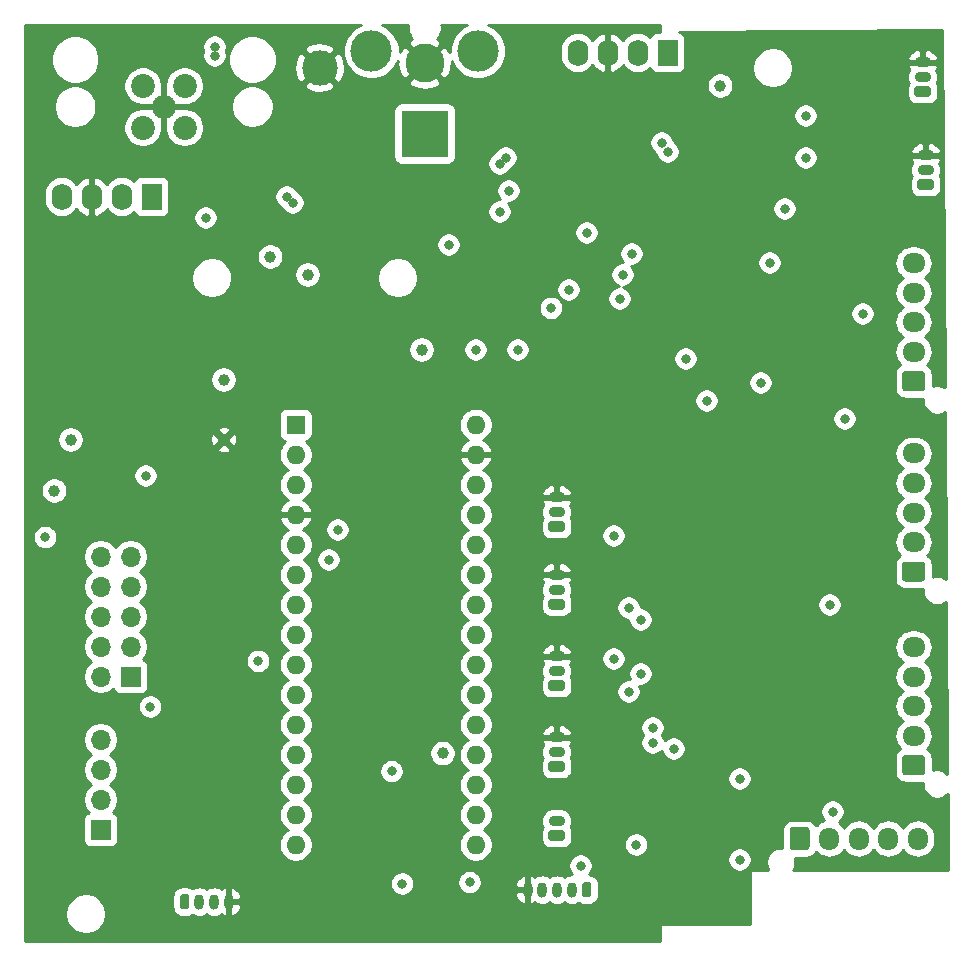
<source format=gbr>
%TF.GenerationSoftware,KiCad,Pcbnew,(5.1.8)-1*%
%TF.CreationDate,2022-01-24T15:12:58-08:00*%
%TF.ProjectId,BLE-33_baseboard,424c452d-3333-45f6-9261-7365626f6172,rev?*%
%TF.SameCoordinates,Original*%
%TF.FileFunction,Copper,L3,Inr*%
%TF.FilePolarity,Positive*%
%FSLAX46Y46*%
G04 Gerber Fmt 4.6, Leading zero omitted, Abs format (unit mm)*
G04 Created by KiCad (PCBNEW (5.1.8)-1) date 2022-01-24 15:12:58*
%MOMM*%
%LPD*%
G01*
G04 APERTURE LIST*
%TA.AperFunction,ComponentPad*%
%ADD10C,2.025000*%
%TD*%
%TA.AperFunction,ComponentPad*%
%ADD11C,1.000000*%
%TD*%
%TA.AperFunction,ComponentPad*%
%ADD12O,1.700000X1.950000*%
%TD*%
%TA.AperFunction,ComponentPad*%
%ADD13O,1.950000X1.700000*%
%TD*%
%TA.AperFunction,ComponentPad*%
%ADD14O,1.700000X1.700000*%
%TD*%
%TA.AperFunction,ComponentPad*%
%ADD15R,1.700000X1.700000*%
%TD*%
%TA.AperFunction,ComponentPad*%
%ADD16C,3.000000*%
%TD*%
%TA.AperFunction,ComponentPad*%
%ADD17O,1.400000X0.900000*%
%TD*%
%TA.AperFunction,ComponentPad*%
%ADD18R,1.750000X2.250000*%
%TD*%
%TA.AperFunction,ComponentPad*%
%ADD19O,1.750000X2.250000*%
%TD*%
%TA.AperFunction,ComponentPad*%
%ADD20O,0.800000X1.300000*%
%TD*%
%TA.AperFunction,ComponentPad*%
%ADD21C,3.500000*%
%TD*%
%TA.AperFunction,ComponentPad*%
%ADD22C,3.300000*%
%TD*%
%TA.AperFunction,ComponentPad*%
%ADD23R,4.000000X4.000000*%
%TD*%
%TA.AperFunction,ComponentPad*%
%ADD24O,1.600000X1.600000*%
%TD*%
%TA.AperFunction,ComponentPad*%
%ADD25R,1.600000X1.600000*%
%TD*%
%TA.AperFunction,ViaPad*%
%ADD26C,0.800000*%
%TD*%
%TA.AperFunction,Conductor*%
%ADD27C,0.500000*%
%TD*%
%TA.AperFunction,Conductor*%
%ADD28C,0.254000*%
%TD*%
%TA.AperFunction,Conductor*%
%ADD29C,0.100000*%
%TD*%
G04 APERTURE END LIST*
D10*
%TO.N,GND*%
%TO.C,J19*%
X108974000Y-58428000D03*
%TO.N,Net-(D4-Pad2)*%
X110744000Y-56658000D03*
%TO.N,Net-(J19-Pad3)*%
X107204000Y-56658000D03*
%TO.N,Net-(J19-Pad2)*%
X107204000Y-60198000D03*
%TO.N,Net-(D5-Pad2)*%
X110744000Y-60198000D03*
%TD*%
D11*
%TO.N,Net-(PS2-Pad1)*%
%TO.C,TP9*%
X117983000Y-71120000D03*
%TD*%
%TO.N,Net-(PS1-Pad1)*%
%TO.C,TP3*%
X156083000Y-56642000D03*
%TD*%
%TO.N,Net-(A1-Pad18)*%
%TO.C,TP2*%
X132588000Y-113157000D03*
%TD*%
D12*
%TO.N,Net-(F5-Pad2)*%
%TO.C,J8*%
X172814000Y-120396000D03*
%TO.N,Net-(J8-Pad4)*%
X170314000Y-120396000D03*
%TO.N,Net-(J8-Pad3)*%
X167814000Y-120396000D03*
%TO.N,Net-(J8-Pad2)*%
X165314000Y-120396000D03*
%TO.N,Net-(J8-Pad1)*%
%TA.AperFunction,ComponentPad*%
G36*
G01*
X161964000Y-121121000D02*
X161964000Y-119671000D01*
G75*
G02*
X162214000Y-119421000I250000J0D01*
G01*
X163414000Y-119421000D01*
G75*
G02*
X163664000Y-119671000I0J-250000D01*
G01*
X163664000Y-121121000D01*
G75*
G02*
X163414000Y-121371000I-250000J0D01*
G01*
X162214000Y-121371000D01*
G75*
G02*
X161964000Y-121121000I0J250000D01*
G01*
G37*
%TD.AperFunction*%
%TD*%
D13*
%TO.N,Net-(F4-Pad2)*%
%TO.C,J7*%
X172466000Y-104173000D03*
%TO.N,Net-(J7-Pad4)*%
X172466000Y-106673000D03*
%TO.N,Net-(J7-Pad3)*%
X172466000Y-109173000D03*
%TO.N,Net-(J7-Pad2)*%
X172466000Y-111673000D03*
%TO.N,Net-(J7-Pad1)*%
%TA.AperFunction,ComponentPad*%
G36*
G01*
X173191000Y-115023000D02*
X171741000Y-115023000D01*
G75*
G02*
X171491000Y-114773000I0J250000D01*
G01*
X171491000Y-113573000D01*
G75*
G02*
X171741000Y-113323000I250000J0D01*
G01*
X173191000Y-113323000D01*
G75*
G02*
X173441000Y-113573000I0J-250000D01*
G01*
X173441000Y-114773000D01*
G75*
G02*
X173191000Y-115023000I-250000J0D01*
G01*
G37*
%TD.AperFunction*%
%TD*%
%TO.N,Net-(F3-Pad2)*%
%TO.C,J6*%
X172466000Y-87790000D03*
%TO.N,Net-(J6-Pad4)*%
X172466000Y-90290000D03*
%TO.N,Net-(J6-Pad3)*%
X172466000Y-92790000D03*
%TO.N,Net-(J6-Pad2)*%
X172466000Y-95290000D03*
%TO.N,Net-(J6-Pad1)*%
%TA.AperFunction,ComponentPad*%
G36*
G01*
X173191000Y-98640000D02*
X171741000Y-98640000D01*
G75*
G02*
X171491000Y-98390000I0J250000D01*
G01*
X171491000Y-97190000D01*
G75*
G02*
X171741000Y-96940000I250000J0D01*
G01*
X173191000Y-96940000D01*
G75*
G02*
X173441000Y-97190000I0J-250000D01*
G01*
X173441000Y-98390000D01*
G75*
G02*
X173191000Y-98640000I-250000J0D01*
G01*
G37*
%TD.AperFunction*%
%TD*%
%TO.N,Net-(F2-Pad2)*%
%TO.C,J5*%
X172466000Y-71661000D03*
%TO.N,Net-(J5-Pad4)*%
X172466000Y-74161000D03*
%TO.N,Net-(J5-Pad3)*%
X172466000Y-76661000D03*
%TO.N,Net-(J5-Pad2)*%
X172466000Y-79161000D03*
%TO.N,Net-(J5-Pad1)*%
%TA.AperFunction,ComponentPad*%
G36*
G01*
X173191000Y-82511000D02*
X171741000Y-82511000D01*
G75*
G02*
X171491000Y-82261000I0J250000D01*
G01*
X171491000Y-81061000D01*
G75*
G02*
X171741000Y-80811000I250000J0D01*
G01*
X173191000Y-80811000D01*
G75*
G02*
X173441000Y-81061000I0J-250000D01*
G01*
X173441000Y-82261000D01*
G75*
G02*
X173191000Y-82511000I-250000J0D01*
G01*
G37*
%TD.AperFunction*%
%TD*%
D14*
%TO.N,/HVACb*%
%TO.C,J4*%
X103632000Y-112014000D03*
%TO.N,/HVACa*%
X103632000Y-114554000D03*
%TO.N,/CAL*%
X103632000Y-117094000D03*
D15*
%TO.N,Net-(F7-Pad1)*%
X103632000Y-119634000D03*
%TD*%
D16*
%TO.N,GND*%
%TO.C,REF\u002A\u002A*%
X122174000Y-55118000D03*
%TD*%
D11*
%TO.N,Vdrive*%
%TO.C,TP8*%
X121158000Y-72644000D03*
%TD*%
%TO.N,GND*%
%TO.C,TP7*%
X114046000Y-86614000D03*
%TD*%
%TO.N,+3V3*%
%TO.C,TP6*%
X114046000Y-81534000D03*
%TD*%
%TO.N,+5V*%
%TO.C,TP5*%
X99695000Y-90932000D03*
%TD*%
%TO.N,/HV-PWR*%
%TO.C,TP4*%
X101092000Y-86614000D03*
%TD*%
D14*
%TO.N,/M3*%
%TO.C,J3*%
X103632000Y-96520000D03*
%TO.N,/M4*%
X106172000Y-96520000D03*
%TO.N,/M2*%
X103632000Y-99060000D03*
%TO.N,/Mid_LED*%
X106172000Y-99060000D03*
%TO.N,/M1*%
X103632000Y-101600000D03*
%TO.N,/UV_Boost*%
X106172000Y-101600000D03*
%TO.N,/GoW*%
X103632000Y-104140000D03*
%TO.N,Net-(F6-Pad1)*%
X106172000Y-104140000D03*
%TO.N,/HVACb*%
X103632000Y-106680000D03*
D15*
%TO.N,/HVACa*%
X106172000Y-106680000D03*
%TD*%
D17*
%TO.N,Net-(J1-Pad2)*%
%TO.C,J1*%
X142240000Y-118892000D03*
%TO.N,Net-(J1-Pad1)*%
%TA.AperFunction,ComponentPad*%
G36*
G01*
X142715000Y-120592000D02*
X141765000Y-120592000D01*
G75*
G02*
X141540000Y-120367000I0J225000D01*
G01*
X141540000Y-119917000D01*
G75*
G02*
X141765000Y-119692000I225000J0D01*
G01*
X142715000Y-119692000D01*
G75*
G02*
X142940000Y-119917000I0J-225000D01*
G01*
X142940000Y-120367000D01*
G75*
G02*
X142715000Y-120592000I-225000J0D01*
G01*
G37*
%TD.AperFunction*%
%TD*%
D11*
%TO.N,Net-(A1-Pad28)*%
%TO.C,TP1*%
X130810000Y-78994000D03*
%TD*%
D18*
%TO.N,Net-(PS1-Pad1)*%
%TO.C,PS1*%
X151638000Y-53848000D03*
D19*
%TO.N,Vdrive*%
X149098000Y-53848000D03*
%TO.N,GND*%
X146558000Y-53848000D03*
%TO.N,Net-(D2-Pad2)*%
X144018000Y-53848000D03*
%TD*%
D18*
%TO.N,Net-(PS2-Pad1)*%
%TO.C,PS2*%
X107950000Y-66040000D03*
D19*
%TO.N,Vdrive*%
X105410000Y-66040000D03*
%TO.N,GND*%
X102870000Y-66040000D03*
%TO.N,Net-(D6-Pad2)*%
X100330000Y-66040000D03*
%TD*%
D17*
%TO.N,GND*%
%TO.C,J18*%
X173482000Y-62524000D03*
%TO.N,Net-(D3-Pad2)*%
X173482000Y-63774000D03*
%TO.N,Net-(J17-Pad1)*%
%TA.AperFunction,ComponentPad*%
G36*
G01*
X173957000Y-65474000D02*
X173007000Y-65474000D01*
G75*
G02*
X172782000Y-65249000I0J225000D01*
G01*
X172782000Y-64799000D01*
G75*
G02*
X173007000Y-64574000I225000J0D01*
G01*
X173957000Y-64574000D01*
G75*
G02*
X174182000Y-64799000I0J-225000D01*
G01*
X174182000Y-65249000D01*
G75*
G02*
X173957000Y-65474000I-225000J0D01*
G01*
G37*
%TD.AperFunction*%
%TD*%
%TO.N,GND*%
%TO.C,J17*%
X173228000Y-54650000D03*
%TO.N,Net-(D3-Pad2)*%
X173228000Y-55900000D03*
%TO.N,Net-(J17-Pad1)*%
%TA.AperFunction,ComponentPad*%
G36*
G01*
X173703000Y-57600000D02*
X172753000Y-57600000D01*
G75*
G02*
X172528000Y-57375000I0J225000D01*
G01*
X172528000Y-56925000D01*
G75*
G02*
X172753000Y-56700000I225000J0D01*
G01*
X173703000Y-56700000D01*
G75*
G02*
X173928000Y-56925000I0J-225000D01*
G01*
X173928000Y-57375000D01*
G75*
G02*
X173703000Y-57600000I-225000J0D01*
G01*
G37*
%TD.AperFunction*%
%TD*%
D20*
%TO.N,GND*%
%TO.C,J15*%
X139780000Y-124714000D03*
%TO.N,/SCK*%
X141030000Y-124714000D03*
%TO.N,/MISO*%
X142280000Y-124714000D03*
%TO.N,/MOSI*%
X143530000Y-124714000D03*
%TO.N,+3V3*%
%TA.AperFunction,ComponentPad*%
G36*
G01*
X145180000Y-124264000D02*
X145180000Y-125164000D01*
G75*
G02*
X144980000Y-125364000I-200000J0D01*
G01*
X144580000Y-125364000D01*
G75*
G02*
X144380000Y-125164000I0J200000D01*
G01*
X144380000Y-124264000D01*
G75*
G02*
X144580000Y-124064000I200000J0D01*
G01*
X144980000Y-124064000D01*
G75*
G02*
X145180000Y-124264000I0J-200000D01*
G01*
G37*
%TD.AperFunction*%
%TD*%
D17*
%TO.N,GND*%
%TO.C,J13*%
X142240000Y-91480000D03*
%TO.N,/A6*%
X142240000Y-92730000D03*
%TO.N,+3V3*%
%TA.AperFunction,ComponentPad*%
G36*
G01*
X142715000Y-94430000D02*
X141765000Y-94430000D01*
G75*
G02*
X141540000Y-94205000I0J225000D01*
G01*
X141540000Y-93755000D01*
G75*
G02*
X141765000Y-93530000I225000J0D01*
G01*
X142715000Y-93530000D01*
G75*
G02*
X142940000Y-93755000I0J-225000D01*
G01*
X142940000Y-94205000D01*
G75*
G02*
X142715000Y-94430000I-225000J0D01*
G01*
G37*
%TD.AperFunction*%
%TD*%
%TO.N,GND*%
%TO.C,J12*%
X142240000Y-98064000D03*
%TO.N,/A3*%
X142240000Y-99314000D03*
%TO.N,+3V3*%
%TA.AperFunction,ComponentPad*%
G36*
G01*
X142715000Y-101014000D02*
X141765000Y-101014000D01*
G75*
G02*
X141540000Y-100789000I0J225000D01*
G01*
X141540000Y-100339000D01*
G75*
G02*
X141765000Y-100114000I225000J0D01*
G01*
X142715000Y-100114000D01*
G75*
G02*
X142940000Y-100339000I0J-225000D01*
G01*
X142940000Y-100789000D01*
G75*
G02*
X142715000Y-101014000I-225000J0D01*
G01*
G37*
%TD.AperFunction*%
%TD*%
D20*
%TO.N,GND*%
%TO.C,J11*%
X114494000Y-125730000D03*
%TO.N,/SDA*%
X113244000Y-125730000D03*
%TO.N,/SCL*%
X111994000Y-125730000D03*
%TO.N,+3V3*%
%TA.AperFunction,ComponentPad*%
G36*
G01*
X110344000Y-126180000D02*
X110344000Y-125280000D01*
G75*
G02*
X110544000Y-125080000I200000J0D01*
G01*
X110944000Y-125080000D01*
G75*
G02*
X111144000Y-125280000I0J-200000D01*
G01*
X111144000Y-126180000D01*
G75*
G02*
X110944000Y-126380000I-200000J0D01*
G01*
X110544000Y-126380000D01*
G75*
G02*
X110344000Y-126180000I0J200000D01*
G01*
G37*
%TD.AperFunction*%
%TD*%
D21*
%TO.N,N/C*%
%TO.C,J10*%
X126564000Y-53706000D03*
X135564000Y-53706000D03*
D22*
%TO.N,GND*%
X131064000Y-54706000D03*
D23*
%TO.N,Net-(F1-Pad2)*%
X131064000Y-60706000D03*
%TD*%
D17*
%TO.N,GND*%
%TO.C,J9*%
X142240000Y-104942000D03*
%TO.N,/A2*%
X142240000Y-106192000D03*
%TO.N,+3V3*%
%TA.AperFunction,ComponentPad*%
G36*
G01*
X142715000Y-107892000D02*
X141765000Y-107892000D01*
G75*
G02*
X141540000Y-107667000I0J225000D01*
G01*
X141540000Y-107217000D01*
G75*
G02*
X141765000Y-106992000I225000J0D01*
G01*
X142715000Y-106992000D01*
G75*
G02*
X142940000Y-107217000I0J-225000D01*
G01*
X142940000Y-107667000D01*
G75*
G02*
X142715000Y-107892000I-225000J0D01*
G01*
G37*
%TD.AperFunction*%
%TD*%
%TO.N,GND*%
%TO.C,J2*%
X142240000Y-111800000D03*
%TO.N,/A1*%
X142240000Y-113050000D03*
%TO.N,+3V3*%
%TA.AperFunction,ComponentPad*%
G36*
G01*
X142715000Y-114750000D02*
X141765000Y-114750000D01*
G75*
G02*
X141540000Y-114525000I0J225000D01*
G01*
X141540000Y-114075000D01*
G75*
G02*
X141765000Y-113850000I225000J0D01*
G01*
X142715000Y-113850000D01*
G75*
G02*
X142940000Y-114075000I0J-225000D01*
G01*
X142940000Y-114525000D01*
G75*
G02*
X142715000Y-114750000I-225000J0D01*
G01*
G37*
%TD.AperFunction*%
%TD*%
D24*
%TO.N,/SCK*%
%TO.C,A1*%
X135382000Y-120904000D03*
%TO.N,/MISO*%
X120142000Y-120904000D03*
%TO.N,+5V*%
X135382000Y-85344000D03*
%TO.N,/MOSI*%
X120142000Y-118364000D03*
%TO.N,GND*%
X135382000Y-87884000D03*
%TO.N,Net-(A1-Pad13)*%
X120142000Y-115824000D03*
%TO.N,Net-(A1-Pad28)*%
X135382000Y-90424000D03*
%TO.N,Net-(A1-Pad12)*%
X120142000Y-113284000D03*
%TO.N,Net-(A1-Pad27)*%
X135382000Y-92964000D03*
%TO.N,Net-(A1-Pad11)*%
X120142000Y-110744000D03*
%TO.N,/A7*%
X135382000Y-95504000D03*
%TO.N,Net-(A1-Pad10)*%
X120142000Y-108204000D03*
%TO.N,/A6*%
X135382000Y-98044000D03*
%TO.N,Net-(A1-Pad9)*%
X120142000Y-105664000D03*
%TO.N,/SCL*%
X135382000Y-100584000D03*
%TO.N,Net-(A1-Pad8)*%
X120142000Y-103124000D03*
%TO.N,/SDA*%
X135382000Y-103124000D03*
%TO.N,Net-(A1-Pad7)*%
X120142000Y-100584000D03*
%TO.N,/A3*%
X135382000Y-105664000D03*
%TO.N,Net-(A1-Pad6)*%
X120142000Y-98044000D03*
%TO.N,/A2*%
X135382000Y-108204000D03*
%TO.N,Net-(A1-Pad5)*%
X120142000Y-95504000D03*
%TO.N,/A1*%
X135382000Y-110744000D03*
%TO.N,GND*%
X120142000Y-92964000D03*
%TO.N,/A0*%
X135382000Y-113284000D03*
%TO.N,Net-(A1-Pad28)*%
X120142000Y-90424000D03*
%TO.N,Net-(A1-Pad18)*%
X135382000Y-115824000D03*
%TO.N,/RX1*%
X120142000Y-87884000D03*
%TO.N,+3V3*%
X135382000Y-118364000D03*
D25*
%TO.N,/TX1*%
X120142000Y-85344000D03*
%TD*%
D26*
%TO.N,+5V*%
X151130000Y-61468000D03*
X151638000Y-62230000D03*
X113284000Y-53340000D03*
X113284000Y-54102000D03*
X119380000Y-66040000D03*
X119888000Y-66548000D03*
X133096000Y-70104000D03*
X107442000Y-89662000D03*
X107823000Y-109220000D03*
%TO.N,GND*%
X146954000Y-107046000D03*
X150450000Y-109646000D03*
X150663000Y-122133000D03*
X148590000Y-114300000D03*
X116840000Y-95504000D03*
X117094000Y-99314000D03*
X117094000Y-103378000D03*
X116840000Y-109220000D03*
X116840000Y-114046000D03*
X116689500Y-118514500D03*
X157988000Y-102616000D03*
X150379000Y-99811000D03*
X159258000Y-87376000D03*
X146995000Y-97211000D03*
X144526000Y-80010000D03*
X166116000Y-114046000D03*
X170688000Y-99822000D03*
X164084000Y-81280000D03*
X164846000Y-73660000D03*
X160782000Y-99568000D03*
X129032000Y-118364000D03*
X150876000Y-92456000D03*
X147612000Y-77000000D03*
X111125000Y-89535000D03*
X125730000Y-105664000D03*
X125476000Y-97790000D03*
%TO.N,Net-(A1-Pad12)*%
X149352000Y-101854000D03*
X149352000Y-106426000D03*
%TO.N,/SCL*%
X150368000Y-110998000D03*
%TO.N,/SDA*%
X150368000Y-112268000D03*
X148971000Y-120904000D03*
%TO.N,/RX1*%
X135382000Y-78994000D03*
%TO.N,+3V3*%
X147066000Y-105156000D03*
X152146000Y-112776000D03*
X157734000Y-115316000D03*
X157734000Y-122174000D03*
X147061347Y-94746653D03*
X147574000Y-74676000D03*
X154940000Y-83312000D03*
X129159000Y-124206000D03*
%TO.N,/TX1*%
X153162000Y-79756000D03*
%TO.N,Net-(D1-Pad2)*%
X137922000Y-62738000D03*
X137414000Y-63246000D03*
%TO.N,Vdrive*%
X163322000Y-62738000D03*
X163322000Y-59182000D03*
%TO.N,Net-(D3-Pad2)*%
X159512000Y-81788000D03*
X161544000Y-67056000D03*
%TO.N,Net-(D3-Pad1)*%
X160274000Y-71628000D03*
%TO.N,/HV-PWR*%
X138938000Y-78994000D03*
%TO.N,/MISO*%
X144272000Y-122682000D03*
%TO.N,/SCK*%
X134874000Y-124079000D03*
%TO.N,Net-(JP1-Pad3)*%
X148590000Y-70866000D03*
%TO.N,Net-(JP2-Pad3)*%
X141762000Y-75468000D03*
X143256000Y-73914000D03*
X144780000Y-69088000D03*
%TO.N,Net-(JP3-Pad3)*%
X138176000Y-65532000D03*
%TO.N,Net-(JP4-Pad3)*%
X147823347Y-72639347D03*
%TO.N,Net-(J19-Pad3)*%
X137414000Y-67310000D03*
X112522000Y-67818000D03*
%TO.N,/Motors*%
X168148000Y-75946000D03*
X166624000Y-84836000D03*
X165354000Y-100584000D03*
X165608000Y-118110000D03*
%TO.N,/M3*%
X123698000Y-94234000D03*
%TO.N,/M4*%
X122936000Y-96774000D03*
%TO.N,Net-(R19-Pad2)*%
X148336000Y-107950000D03*
X148336000Y-100838000D03*
%TO.N,Net-(J1-Pad1)*%
X128270000Y-114681000D03*
X116967000Y-105345998D03*
%TO.N,Net-(F7-Pad1)*%
X98933000Y-94869000D03*
%TD*%
D27*
%TO.N,GND*%
X105418000Y-58428000D02*
X108974000Y-58428000D01*
X108974000Y-58428000D02*
X112022000Y-58428000D01*
X108974000Y-58428000D02*
X108974000Y-60698000D01*
X108974000Y-58428000D02*
X108974000Y-55126000D01*
%TD*%
D28*
%TO.N,GND*%
X125434279Y-51592440D02*
X125043651Y-51853450D01*
X124711450Y-52185651D01*
X124450440Y-52576279D01*
X124270654Y-53010321D01*
X124179000Y-53471098D01*
X124179000Y-53940902D01*
X124270654Y-54401679D01*
X124450440Y-54835721D01*
X124711450Y-55226349D01*
X125043651Y-55558550D01*
X125434279Y-55819560D01*
X125868321Y-55999346D01*
X126329098Y-56091000D01*
X126798902Y-56091000D01*
X127259679Y-55999346D01*
X127693721Y-55819560D01*
X128084349Y-55558550D01*
X128416550Y-55226349D01*
X128677560Y-54835721D01*
X128781190Y-54585537D01*
X128768241Y-54742898D01*
X128819551Y-55190070D01*
X128957115Y-55618639D01*
X129134646Y-55950777D01*
X129465565Y-56124830D01*
X130884395Y-54706000D01*
X129465565Y-53287170D01*
X129134646Y-53461223D01*
X128949000Y-53822388D01*
X128949000Y-53471098D01*
X128857346Y-53010321D01*
X128677560Y-52576279D01*
X128416550Y-52185651D01*
X128084349Y-51853450D01*
X127693721Y-51592440D01*
X127434338Y-51485000D01*
X129644847Y-51485000D01*
X129629000Y-51564665D01*
X129629000Y-51847335D01*
X129684147Y-52124574D01*
X129792320Y-52385727D01*
X129949363Y-52620759D01*
X130005619Y-52677015D01*
X129819223Y-52776646D01*
X129645170Y-53107565D01*
X131064000Y-54526395D01*
X132482830Y-53107565D01*
X132308777Y-52776646D01*
X132119858Y-52679538D01*
X132178637Y-52620759D01*
X132335680Y-52385727D01*
X132443853Y-52124574D01*
X132499000Y-51847335D01*
X132499000Y-51564665D01*
X132483153Y-51485000D01*
X134693662Y-51485000D01*
X134434279Y-51592440D01*
X134043651Y-51853450D01*
X133711450Y-52185651D01*
X133450440Y-52576279D01*
X133270654Y-53010321D01*
X133179000Y-53471098D01*
X133179000Y-53818643D01*
X133170885Y-53793361D01*
X132993354Y-53461223D01*
X132662435Y-53287170D01*
X131243605Y-54706000D01*
X132662435Y-56124830D01*
X132993354Y-55950777D01*
X133199125Y-55550460D01*
X133322846Y-55117692D01*
X133359759Y-54669102D01*
X133351458Y-54596757D01*
X133450440Y-54835721D01*
X133711450Y-55226349D01*
X134043651Y-55558550D01*
X134434279Y-55819560D01*
X134868321Y-55999346D01*
X135329098Y-56091000D01*
X135798902Y-56091000D01*
X136259679Y-55999346D01*
X136693721Y-55819560D01*
X137084349Y-55558550D01*
X137416550Y-55226349D01*
X137677560Y-54835721D01*
X137857346Y-54401679D01*
X137949000Y-53940902D01*
X137949000Y-53523822D01*
X142508000Y-53523822D01*
X142508000Y-54172177D01*
X142529849Y-54394011D01*
X142616192Y-54678647D01*
X142756406Y-54940969D01*
X142945103Y-55170897D01*
X143175030Y-55359594D01*
X143437352Y-55499808D01*
X143721988Y-55586151D01*
X144018000Y-55615306D01*
X144314011Y-55586151D01*
X144598647Y-55499808D01*
X144860969Y-55359594D01*
X145090897Y-55170897D01*
X145279594Y-54940970D01*
X145289492Y-54922452D01*
X145361893Y-55036169D01*
X145567904Y-55251491D01*
X145811963Y-55422485D01*
X146084692Y-55542580D01*
X146197184Y-55564258D01*
X146431000Y-55443269D01*
X146431000Y-53975000D01*
X146411000Y-53975000D01*
X146411000Y-53721000D01*
X146431000Y-53721000D01*
X146431000Y-52252731D01*
X146197184Y-52131742D01*
X146084692Y-52153420D01*
X145811963Y-52273515D01*
X145567904Y-52444509D01*
X145361893Y-52659831D01*
X145289492Y-52773548D01*
X145279594Y-52755030D01*
X145090897Y-52525103D01*
X144860970Y-52336406D01*
X144598648Y-52196192D01*
X144314012Y-52109849D01*
X144018000Y-52080694D01*
X143721989Y-52109849D01*
X143437353Y-52196192D01*
X143175031Y-52336406D01*
X142945103Y-52525103D01*
X142756406Y-52755030D01*
X142616192Y-53017352D01*
X142529849Y-53301988D01*
X142508000Y-53523822D01*
X137949000Y-53523822D01*
X137949000Y-53471098D01*
X137857346Y-53010321D01*
X137677560Y-52576279D01*
X137416550Y-52185651D01*
X137084349Y-51853450D01*
X136693721Y-51592440D01*
X136434338Y-51485000D01*
X151003000Y-51485000D01*
X151003000Y-52084928D01*
X150763000Y-52084928D01*
X150638518Y-52097188D01*
X150518820Y-52133498D01*
X150408506Y-52192463D01*
X150311815Y-52271815D01*
X150232463Y-52368506D01*
X150173498Y-52478820D01*
X150161738Y-52517587D01*
X149940970Y-52336406D01*
X149678648Y-52196192D01*
X149394012Y-52109849D01*
X149098000Y-52080694D01*
X148801989Y-52109849D01*
X148517353Y-52196192D01*
X148255031Y-52336406D01*
X148025103Y-52525103D01*
X147836406Y-52755030D01*
X147826508Y-52773548D01*
X147754107Y-52659831D01*
X147548096Y-52444509D01*
X147304037Y-52273515D01*
X147031308Y-52153420D01*
X146918816Y-52131742D01*
X146685000Y-52252731D01*
X146685000Y-53721000D01*
X146705000Y-53721000D01*
X146705000Y-53975000D01*
X146685000Y-53975000D01*
X146685000Y-55443269D01*
X146918816Y-55564258D01*
X147031308Y-55542580D01*
X147304037Y-55422485D01*
X147548096Y-55251491D01*
X147754107Y-55036169D01*
X147826508Y-54922451D01*
X147836406Y-54940969D01*
X148025103Y-55170897D01*
X148255030Y-55359594D01*
X148517352Y-55499808D01*
X148801988Y-55586151D01*
X149098000Y-55615306D01*
X149394011Y-55586151D01*
X149678647Y-55499808D01*
X149940969Y-55359594D01*
X150161738Y-55178413D01*
X150173498Y-55217180D01*
X150232463Y-55327494D01*
X150311815Y-55424185D01*
X150408506Y-55503537D01*
X150518820Y-55562502D01*
X150638518Y-55598812D01*
X150763000Y-55611072D01*
X151003000Y-55611072D01*
X151003000Y-60437985D01*
X150828102Y-60472774D01*
X150639744Y-60550795D01*
X150470226Y-60664063D01*
X150326063Y-60808226D01*
X150212795Y-60977744D01*
X150134774Y-61166102D01*
X150095000Y-61366061D01*
X150095000Y-61569939D01*
X150134774Y-61769898D01*
X150212795Y-61958256D01*
X150326063Y-62127774D01*
X150470226Y-62271937D01*
X150609587Y-62365055D01*
X150642774Y-62531898D01*
X150720795Y-62720256D01*
X150834063Y-62889774D01*
X150978226Y-63033937D01*
X151003000Y-63050490D01*
X151003000Y-110177510D01*
X150858256Y-110080795D01*
X150669898Y-110002774D01*
X150469939Y-109963000D01*
X150266061Y-109963000D01*
X150066102Y-110002774D01*
X149877744Y-110080795D01*
X149708226Y-110194063D01*
X149564063Y-110338226D01*
X149450795Y-110507744D01*
X149372774Y-110696102D01*
X149333000Y-110896061D01*
X149333000Y-111099939D01*
X149372774Y-111299898D01*
X149450795Y-111488256D01*
X149547510Y-111633000D01*
X149450795Y-111777744D01*
X149372774Y-111966102D01*
X149333000Y-112166061D01*
X149333000Y-112369939D01*
X149372774Y-112569898D01*
X149450795Y-112758256D01*
X149564063Y-112927774D01*
X149708226Y-113071937D01*
X149877744Y-113185205D01*
X150066102Y-113263226D01*
X150266061Y-113303000D01*
X150469939Y-113303000D01*
X150669898Y-113263226D01*
X150858256Y-113185205D01*
X151003000Y-113088490D01*
X151003000Y-129109000D01*
X97205000Y-129109000D01*
X97205000Y-126575117D01*
X100627000Y-126575117D01*
X100627000Y-126916883D01*
X100693675Y-127252081D01*
X100824463Y-127567831D01*
X101014337Y-127851998D01*
X101256002Y-128093663D01*
X101540169Y-128283537D01*
X101855919Y-128414325D01*
X102191117Y-128481000D01*
X102532883Y-128481000D01*
X102868081Y-128414325D01*
X103183831Y-128283537D01*
X103467998Y-128093663D01*
X103709663Y-127851998D01*
X103899537Y-127567831D01*
X104030325Y-127252081D01*
X104097000Y-126916883D01*
X104097000Y-126575117D01*
X104030325Y-126239919D01*
X103899537Y-125924169D01*
X103709663Y-125640002D01*
X103467998Y-125398337D01*
X103290894Y-125280000D01*
X109705928Y-125280000D01*
X109705928Y-126180000D01*
X109722031Y-126343500D01*
X109769722Y-126500716D01*
X109847169Y-126645608D01*
X109951394Y-126772606D01*
X110078392Y-126876831D01*
X110223284Y-126954278D01*
X110380500Y-127001969D01*
X110544000Y-127018072D01*
X110944000Y-127018072D01*
X111107500Y-127001969D01*
X111264716Y-126954278D01*
X111409608Y-126876831D01*
X111435894Y-126855259D01*
X111596008Y-126940841D01*
X111791106Y-127000024D01*
X111994000Y-127020007D01*
X112196895Y-127000024D01*
X112391993Y-126940841D01*
X112571797Y-126844734D01*
X112619001Y-126805995D01*
X112666204Y-126844734D01*
X112846008Y-126940841D01*
X113041106Y-127000024D01*
X113244000Y-127020007D01*
X113446895Y-127000024D01*
X113641993Y-126940841D01*
X113821797Y-126844734D01*
X113861938Y-126811791D01*
X113945840Y-126875255D01*
X114131028Y-126964994D01*
X114207877Y-126974666D01*
X114367000Y-126846998D01*
X114367000Y-125857000D01*
X114621000Y-125857000D01*
X114621000Y-126846998D01*
X114780123Y-126974666D01*
X114856972Y-126964994D01*
X115042160Y-126875255D01*
X115206283Y-126751112D01*
X115343033Y-126597336D01*
X115447155Y-126419836D01*
X115514648Y-126225433D01*
X115542918Y-126021599D01*
X115377762Y-125857000D01*
X114621000Y-125857000D01*
X114367000Y-125857000D01*
X114347000Y-125857000D01*
X114347000Y-125603000D01*
X114367000Y-125603000D01*
X114367000Y-124613002D01*
X114621000Y-124613002D01*
X114621000Y-125603000D01*
X115377762Y-125603000D01*
X115542918Y-125438401D01*
X115514648Y-125234567D01*
X115447155Y-125040164D01*
X115343033Y-124862664D01*
X115206283Y-124708888D01*
X115042160Y-124584745D01*
X114856972Y-124495006D01*
X114780123Y-124485334D01*
X114621000Y-124613002D01*
X114367000Y-124613002D01*
X114207877Y-124485334D01*
X114131028Y-124495006D01*
X113945840Y-124584745D01*
X113861938Y-124648209D01*
X113821797Y-124615266D01*
X113641992Y-124519159D01*
X113446894Y-124459976D01*
X113244000Y-124439993D01*
X113041105Y-124459976D01*
X112846007Y-124519159D01*
X112666203Y-124615266D01*
X112619000Y-124654004D01*
X112571797Y-124615266D01*
X112391992Y-124519159D01*
X112196894Y-124459976D01*
X111994000Y-124439993D01*
X111791105Y-124459976D01*
X111596007Y-124519159D01*
X111435894Y-124604741D01*
X111409608Y-124583169D01*
X111264716Y-124505722D01*
X111107500Y-124458031D01*
X110944000Y-124441928D01*
X110544000Y-124441928D01*
X110380500Y-124458031D01*
X110223284Y-124505722D01*
X110078392Y-124583169D01*
X109951394Y-124687394D01*
X109847169Y-124814392D01*
X109769722Y-124959284D01*
X109722031Y-125116500D01*
X109705928Y-125280000D01*
X103290894Y-125280000D01*
X103183831Y-125208463D01*
X102868081Y-125077675D01*
X102532883Y-125011000D01*
X102191117Y-125011000D01*
X101855919Y-125077675D01*
X101540169Y-125208463D01*
X101256002Y-125398337D01*
X101014337Y-125640002D01*
X100824463Y-125924169D01*
X100693675Y-126239919D01*
X100627000Y-126575117D01*
X97205000Y-126575117D01*
X97205000Y-124104061D01*
X128124000Y-124104061D01*
X128124000Y-124307939D01*
X128163774Y-124507898D01*
X128241795Y-124696256D01*
X128355063Y-124865774D01*
X128499226Y-125009937D01*
X128668744Y-125123205D01*
X128857102Y-125201226D01*
X129057061Y-125241000D01*
X129260939Y-125241000D01*
X129460898Y-125201226D01*
X129649256Y-125123205D01*
X129818774Y-125009937D01*
X129962937Y-124865774D01*
X130076205Y-124696256D01*
X130154226Y-124507898D01*
X130194000Y-124307939D01*
X130194000Y-124104061D01*
X130168739Y-123977061D01*
X133839000Y-123977061D01*
X133839000Y-124180939D01*
X133878774Y-124380898D01*
X133956795Y-124569256D01*
X134070063Y-124738774D01*
X134214226Y-124882937D01*
X134383744Y-124996205D01*
X134572102Y-125074226D01*
X134772061Y-125114000D01*
X134975939Y-125114000D01*
X135175898Y-125074226D01*
X135341577Y-125005599D01*
X138731082Y-125005599D01*
X138759352Y-125209433D01*
X138826845Y-125403836D01*
X138930967Y-125581336D01*
X139067717Y-125735112D01*
X139231840Y-125859255D01*
X139417028Y-125948994D01*
X139493877Y-125958666D01*
X139653000Y-125830998D01*
X139653000Y-124841000D01*
X138896238Y-124841000D01*
X138731082Y-125005599D01*
X135341577Y-125005599D01*
X135364256Y-124996205D01*
X135533774Y-124882937D01*
X135677937Y-124738774D01*
X135791205Y-124569256D01*
X135852034Y-124422401D01*
X138731082Y-124422401D01*
X138896238Y-124587000D01*
X139653000Y-124587000D01*
X139653000Y-123597002D01*
X139907000Y-123597002D01*
X139907000Y-124587000D01*
X139927000Y-124587000D01*
X139927000Y-124841000D01*
X139907000Y-124841000D01*
X139907000Y-125830998D01*
X140066123Y-125958666D01*
X140142972Y-125948994D01*
X140328160Y-125859255D01*
X140412062Y-125795791D01*
X140452203Y-125828734D01*
X140632007Y-125924841D01*
X140827105Y-125984024D01*
X141030000Y-126004007D01*
X141232894Y-125984024D01*
X141427992Y-125924841D01*
X141607797Y-125828734D01*
X141655000Y-125789996D01*
X141702203Y-125828734D01*
X141882007Y-125924841D01*
X142077105Y-125984024D01*
X142280000Y-126004007D01*
X142482894Y-125984024D01*
X142677992Y-125924841D01*
X142857797Y-125828734D01*
X142905000Y-125789996D01*
X142952203Y-125828734D01*
X143132007Y-125924841D01*
X143327105Y-125984024D01*
X143530000Y-126004007D01*
X143732894Y-125984024D01*
X143927992Y-125924841D01*
X144088106Y-125839259D01*
X144114392Y-125860831D01*
X144259284Y-125938278D01*
X144416500Y-125985969D01*
X144580000Y-126002072D01*
X144980000Y-126002072D01*
X145143500Y-125985969D01*
X145300716Y-125938278D01*
X145445608Y-125860831D01*
X145572606Y-125756606D01*
X145676831Y-125629608D01*
X145754278Y-125484716D01*
X145801969Y-125327500D01*
X145818072Y-125164000D01*
X145818072Y-124264000D01*
X145801969Y-124100500D01*
X145754278Y-123943284D01*
X145676831Y-123798392D01*
X145572606Y-123671394D01*
X145445608Y-123567169D01*
X145300716Y-123489722D01*
X145143500Y-123442031D01*
X144990727Y-123426984D01*
X145075937Y-123341774D01*
X145189205Y-123172256D01*
X145267226Y-122983898D01*
X145307000Y-122783939D01*
X145307000Y-122580061D01*
X145267226Y-122380102D01*
X145189205Y-122191744D01*
X145075937Y-122022226D01*
X144931774Y-121878063D01*
X144762256Y-121764795D01*
X144573898Y-121686774D01*
X144373939Y-121647000D01*
X144170061Y-121647000D01*
X143970102Y-121686774D01*
X143781744Y-121764795D01*
X143612226Y-121878063D01*
X143468063Y-122022226D01*
X143354795Y-122191744D01*
X143276774Y-122380102D01*
X143237000Y-122580061D01*
X143237000Y-122783939D01*
X143276774Y-122983898D01*
X143354795Y-123172256D01*
X143468063Y-123341774D01*
X143552498Y-123426209D01*
X143530000Y-123423993D01*
X143327106Y-123443976D01*
X143132008Y-123503159D01*
X142952204Y-123599266D01*
X142905001Y-123638005D01*
X142857797Y-123599266D01*
X142677993Y-123503159D01*
X142482895Y-123443976D01*
X142280000Y-123423993D01*
X142077106Y-123443976D01*
X141882008Y-123503159D01*
X141702204Y-123599266D01*
X141655001Y-123638005D01*
X141607797Y-123599266D01*
X141427993Y-123503159D01*
X141232895Y-123443976D01*
X141030000Y-123423993D01*
X140827106Y-123443976D01*
X140632008Y-123503159D01*
X140452204Y-123599266D01*
X140412063Y-123632209D01*
X140328160Y-123568745D01*
X140142972Y-123479006D01*
X140066123Y-123469334D01*
X139907000Y-123597002D01*
X139653000Y-123597002D01*
X139493877Y-123469334D01*
X139417028Y-123479006D01*
X139231840Y-123568745D01*
X139067717Y-123692888D01*
X138930967Y-123846664D01*
X138826845Y-124024164D01*
X138759352Y-124218567D01*
X138731082Y-124422401D01*
X135852034Y-124422401D01*
X135869226Y-124380898D01*
X135909000Y-124180939D01*
X135909000Y-123977061D01*
X135869226Y-123777102D01*
X135791205Y-123588744D01*
X135677937Y-123419226D01*
X135533774Y-123275063D01*
X135364256Y-123161795D01*
X135175898Y-123083774D01*
X134975939Y-123044000D01*
X134772061Y-123044000D01*
X134572102Y-123083774D01*
X134383744Y-123161795D01*
X134214226Y-123275063D01*
X134070063Y-123419226D01*
X133956795Y-123588744D01*
X133878774Y-123777102D01*
X133839000Y-123977061D01*
X130168739Y-123977061D01*
X130154226Y-123904102D01*
X130076205Y-123715744D01*
X129962937Y-123546226D01*
X129818774Y-123402063D01*
X129649256Y-123288795D01*
X129460898Y-123210774D01*
X129260939Y-123171000D01*
X129057061Y-123171000D01*
X128857102Y-123210774D01*
X128668744Y-123288795D01*
X128499226Y-123402063D01*
X128355063Y-123546226D01*
X128241795Y-123715744D01*
X128163774Y-123904102D01*
X128124000Y-124104061D01*
X97205000Y-124104061D01*
X97205000Y-118784000D01*
X102143928Y-118784000D01*
X102143928Y-120484000D01*
X102156188Y-120608482D01*
X102192498Y-120728180D01*
X102251463Y-120838494D01*
X102330815Y-120935185D01*
X102427506Y-121014537D01*
X102537820Y-121073502D01*
X102657518Y-121109812D01*
X102782000Y-121122072D01*
X104482000Y-121122072D01*
X104606482Y-121109812D01*
X104726180Y-121073502D01*
X104836494Y-121014537D01*
X104933185Y-120935185D01*
X105012537Y-120838494D01*
X105071502Y-120728180D01*
X105107812Y-120608482D01*
X105120072Y-120484000D01*
X105120072Y-118784000D01*
X105107812Y-118659518D01*
X105071502Y-118539820D01*
X105012537Y-118429506D01*
X104933185Y-118332815D01*
X104836494Y-118253463D01*
X104726180Y-118194498D01*
X104653620Y-118172487D01*
X104785475Y-118040632D01*
X104947990Y-117797411D01*
X105059932Y-117527158D01*
X105117000Y-117240260D01*
X105117000Y-116947740D01*
X105059932Y-116660842D01*
X104947990Y-116390589D01*
X104785475Y-116147368D01*
X104578632Y-115940525D01*
X104404240Y-115824000D01*
X104578632Y-115707475D01*
X104785475Y-115500632D01*
X104947990Y-115257411D01*
X105059932Y-114987158D01*
X105117000Y-114700260D01*
X105117000Y-114407740D01*
X105059932Y-114120842D01*
X104947990Y-113850589D01*
X104785475Y-113607368D01*
X104578632Y-113400525D01*
X104404240Y-113284000D01*
X104578632Y-113167475D01*
X104785475Y-112960632D01*
X104947990Y-112717411D01*
X105059932Y-112447158D01*
X105117000Y-112160260D01*
X105117000Y-111867740D01*
X105059932Y-111580842D01*
X104947990Y-111310589D01*
X104785475Y-111067368D01*
X104578632Y-110860525D01*
X104335411Y-110698010D01*
X104065158Y-110586068D01*
X103778260Y-110529000D01*
X103485740Y-110529000D01*
X103198842Y-110586068D01*
X102928589Y-110698010D01*
X102685368Y-110860525D01*
X102478525Y-111067368D01*
X102316010Y-111310589D01*
X102204068Y-111580842D01*
X102147000Y-111867740D01*
X102147000Y-112160260D01*
X102204068Y-112447158D01*
X102316010Y-112717411D01*
X102478525Y-112960632D01*
X102685368Y-113167475D01*
X102859760Y-113284000D01*
X102685368Y-113400525D01*
X102478525Y-113607368D01*
X102316010Y-113850589D01*
X102204068Y-114120842D01*
X102147000Y-114407740D01*
X102147000Y-114700260D01*
X102204068Y-114987158D01*
X102316010Y-115257411D01*
X102478525Y-115500632D01*
X102685368Y-115707475D01*
X102859760Y-115824000D01*
X102685368Y-115940525D01*
X102478525Y-116147368D01*
X102316010Y-116390589D01*
X102204068Y-116660842D01*
X102147000Y-116947740D01*
X102147000Y-117240260D01*
X102204068Y-117527158D01*
X102316010Y-117797411D01*
X102478525Y-118040632D01*
X102610380Y-118172487D01*
X102537820Y-118194498D01*
X102427506Y-118253463D01*
X102330815Y-118332815D01*
X102251463Y-118429506D01*
X102192498Y-118539820D01*
X102156188Y-118659518D01*
X102143928Y-118784000D01*
X97205000Y-118784000D01*
X97205000Y-109118061D01*
X106788000Y-109118061D01*
X106788000Y-109321939D01*
X106827774Y-109521898D01*
X106905795Y-109710256D01*
X107019063Y-109879774D01*
X107163226Y-110023937D01*
X107332744Y-110137205D01*
X107521102Y-110215226D01*
X107721061Y-110255000D01*
X107924939Y-110255000D01*
X108124898Y-110215226D01*
X108313256Y-110137205D01*
X108482774Y-110023937D01*
X108626937Y-109879774D01*
X108740205Y-109710256D01*
X108818226Y-109521898D01*
X108858000Y-109321939D01*
X108858000Y-109118061D01*
X108818226Y-108918102D01*
X108740205Y-108729744D01*
X108626937Y-108560226D01*
X108482774Y-108416063D01*
X108313256Y-108302795D01*
X108124898Y-108224774D01*
X107924939Y-108185000D01*
X107721061Y-108185000D01*
X107521102Y-108224774D01*
X107332744Y-108302795D01*
X107163226Y-108416063D01*
X107019063Y-108560226D01*
X106905795Y-108729744D01*
X106827774Y-108918102D01*
X106788000Y-109118061D01*
X97205000Y-109118061D01*
X97205000Y-96373740D01*
X102147000Y-96373740D01*
X102147000Y-96666260D01*
X102204068Y-96953158D01*
X102316010Y-97223411D01*
X102478525Y-97466632D01*
X102685368Y-97673475D01*
X102859760Y-97790000D01*
X102685368Y-97906525D01*
X102478525Y-98113368D01*
X102316010Y-98356589D01*
X102204068Y-98626842D01*
X102147000Y-98913740D01*
X102147000Y-99206260D01*
X102204068Y-99493158D01*
X102316010Y-99763411D01*
X102478525Y-100006632D01*
X102685368Y-100213475D01*
X102859760Y-100330000D01*
X102685368Y-100446525D01*
X102478525Y-100653368D01*
X102316010Y-100896589D01*
X102204068Y-101166842D01*
X102147000Y-101453740D01*
X102147000Y-101746260D01*
X102204068Y-102033158D01*
X102316010Y-102303411D01*
X102478525Y-102546632D01*
X102685368Y-102753475D01*
X102859760Y-102870000D01*
X102685368Y-102986525D01*
X102478525Y-103193368D01*
X102316010Y-103436589D01*
X102204068Y-103706842D01*
X102147000Y-103993740D01*
X102147000Y-104286260D01*
X102204068Y-104573158D01*
X102316010Y-104843411D01*
X102478525Y-105086632D01*
X102685368Y-105293475D01*
X102859760Y-105410000D01*
X102685368Y-105526525D01*
X102478525Y-105733368D01*
X102316010Y-105976589D01*
X102204068Y-106246842D01*
X102147000Y-106533740D01*
X102147000Y-106826260D01*
X102204068Y-107113158D01*
X102316010Y-107383411D01*
X102478525Y-107626632D01*
X102685368Y-107833475D01*
X102928589Y-107995990D01*
X103198842Y-108107932D01*
X103485740Y-108165000D01*
X103778260Y-108165000D01*
X104065158Y-108107932D01*
X104335411Y-107995990D01*
X104578632Y-107833475D01*
X104710487Y-107701620D01*
X104732498Y-107774180D01*
X104791463Y-107884494D01*
X104870815Y-107981185D01*
X104967506Y-108060537D01*
X105077820Y-108119502D01*
X105197518Y-108155812D01*
X105322000Y-108168072D01*
X107022000Y-108168072D01*
X107146482Y-108155812D01*
X107266180Y-108119502D01*
X107376494Y-108060537D01*
X107473185Y-107981185D01*
X107552537Y-107884494D01*
X107611502Y-107774180D01*
X107647812Y-107654482D01*
X107660072Y-107530000D01*
X107660072Y-105830000D01*
X107647812Y-105705518D01*
X107611502Y-105585820D01*
X107552537Y-105475506D01*
X107473185Y-105378815D01*
X107376494Y-105299463D01*
X107272843Y-105244059D01*
X115932000Y-105244059D01*
X115932000Y-105447937D01*
X115971774Y-105647896D01*
X116049795Y-105836254D01*
X116163063Y-106005772D01*
X116307226Y-106149935D01*
X116476744Y-106263203D01*
X116665102Y-106341224D01*
X116865061Y-106380998D01*
X117068939Y-106380998D01*
X117268898Y-106341224D01*
X117457256Y-106263203D01*
X117626774Y-106149935D01*
X117770937Y-106005772D01*
X117884205Y-105836254D01*
X117962226Y-105647896D01*
X118002000Y-105447937D01*
X118002000Y-105244059D01*
X117962226Y-105044100D01*
X117884205Y-104855742D01*
X117770937Y-104686224D01*
X117626774Y-104542061D01*
X117457256Y-104428793D01*
X117268898Y-104350772D01*
X117068939Y-104310998D01*
X116865061Y-104310998D01*
X116665102Y-104350772D01*
X116476744Y-104428793D01*
X116307226Y-104542061D01*
X116163063Y-104686224D01*
X116049795Y-104855742D01*
X115971774Y-105044100D01*
X115932000Y-105244059D01*
X107272843Y-105244059D01*
X107266180Y-105240498D01*
X107193620Y-105218487D01*
X107325475Y-105086632D01*
X107487990Y-104843411D01*
X107599932Y-104573158D01*
X107657000Y-104286260D01*
X107657000Y-103993740D01*
X107599932Y-103706842D01*
X107487990Y-103436589D01*
X107325475Y-103193368D01*
X107118632Y-102986525D01*
X106944240Y-102870000D01*
X107118632Y-102753475D01*
X107325475Y-102546632D01*
X107487990Y-102303411D01*
X107599932Y-102033158D01*
X107657000Y-101746260D01*
X107657000Y-101453740D01*
X107599932Y-101166842D01*
X107487990Y-100896589D01*
X107325475Y-100653368D01*
X107118632Y-100446525D01*
X106944240Y-100330000D01*
X107118632Y-100213475D01*
X107325475Y-100006632D01*
X107487990Y-99763411D01*
X107599932Y-99493158D01*
X107657000Y-99206260D01*
X107657000Y-98913740D01*
X107599932Y-98626842D01*
X107487990Y-98356589D01*
X107325475Y-98113368D01*
X107118632Y-97906525D01*
X106944240Y-97790000D01*
X107118632Y-97673475D01*
X107325475Y-97466632D01*
X107487990Y-97223411D01*
X107599932Y-96953158D01*
X107657000Y-96666260D01*
X107657000Y-96373740D01*
X107599932Y-96086842D01*
X107487990Y-95816589D01*
X107325475Y-95573368D01*
X107118632Y-95366525D01*
X107112856Y-95362665D01*
X118707000Y-95362665D01*
X118707000Y-95645335D01*
X118762147Y-95922574D01*
X118870320Y-96183727D01*
X119027363Y-96418759D01*
X119227241Y-96618637D01*
X119459759Y-96774000D01*
X119227241Y-96929363D01*
X119027363Y-97129241D01*
X118870320Y-97364273D01*
X118762147Y-97625426D01*
X118707000Y-97902665D01*
X118707000Y-98185335D01*
X118762147Y-98462574D01*
X118870320Y-98723727D01*
X119027363Y-98958759D01*
X119227241Y-99158637D01*
X119459759Y-99314000D01*
X119227241Y-99469363D01*
X119027363Y-99669241D01*
X118870320Y-99904273D01*
X118762147Y-100165426D01*
X118707000Y-100442665D01*
X118707000Y-100725335D01*
X118762147Y-101002574D01*
X118870320Y-101263727D01*
X119027363Y-101498759D01*
X119227241Y-101698637D01*
X119459759Y-101854000D01*
X119227241Y-102009363D01*
X119027363Y-102209241D01*
X118870320Y-102444273D01*
X118762147Y-102705426D01*
X118707000Y-102982665D01*
X118707000Y-103265335D01*
X118762147Y-103542574D01*
X118870320Y-103803727D01*
X119027363Y-104038759D01*
X119227241Y-104238637D01*
X119459759Y-104394000D01*
X119227241Y-104549363D01*
X119027363Y-104749241D01*
X118870320Y-104984273D01*
X118762147Y-105245426D01*
X118707000Y-105522665D01*
X118707000Y-105805335D01*
X118762147Y-106082574D01*
X118870320Y-106343727D01*
X119027363Y-106578759D01*
X119227241Y-106778637D01*
X119459759Y-106934000D01*
X119227241Y-107089363D01*
X119027363Y-107289241D01*
X118870320Y-107524273D01*
X118762147Y-107785426D01*
X118707000Y-108062665D01*
X118707000Y-108345335D01*
X118762147Y-108622574D01*
X118870320Y-108883727D01*
X119027363Y-109118759D01*
X119227241Y-109318637D01*
X119459759Y-109474000D01*
X119227241Y-109629363D01*
X119027363Y-109829241D01*
X118870320Y-110064273D01*
X118762147Y-110325426D01*
X118707000Y-110602665D01*
X118707000Y-110885335D01*
X118762147Y-111162574D01*
X118870320Y-111423727D01*
X119027363Y-111658759D01*
X119227241Y-111858637D01*
X119459759Y-112014000D01*
X119227241Y-112169363D01*
X119027363Y-112369241D01*
X118870320Y-112604273D01*
X118762147Y-112865426D01*
X118707000Y-113142665D01*
X118707000Y-113425335D01*
X118762147Y-113702574D01*
X118870320Y-113963727D01*
X119027363Y-114198759D01*
X119227241Y-114398637D01*
X119459759Y-114554000D01*
X119227241Y-114709363D01*
X119027363Y-114909241D01*
X118870320Y-115144273D01*
X118762147Y-115405426D01*
X118707000Y-115682665D01*
X118707000Y-115965335D01*
X118762147Y-116242574D01*
X118870320Y-116503727D01*
X119027363Y-116738759D01*
X119227241Y-116938637D01*
X119459759Y-117094000D01*
X119227241Y-117249363D01*
X119027363Y-117449241D01*
X118870320Y-117684273D01*
X118762147Y-117945426D01*
X118707000Y-118222665D01*
X118707000Y-118505335D01*
X118762147Y-118782574D01*
X118870320Y-119043727D01*
X119027363Y-119278759D01*
X119227241Y-119478637D01*
X119459759Y-119634000D01*
X119227241Y-119789363D01*
X119027363Y-119989241D01*
X118870320Y-120224273D01*
X118762147Y-120485426D01*
X118707000Y-120762665D01*
X118707000Y-121045335D01*
X118762147Y-121322574D01*
X118870320Y-121583727D01*
X119027363Y-121818759D01*
X119227241Y-122018637D01*
X119462273Y-122175680D01*
X119723426Y-122283853D01*
X120000665Y-122339000D01*
X120283335Y-122339000D01*
X120560574Y-122283853D01*
X120821727Y-122175680D01*
X121056759Y-122018637D01*
X121256637Y-121818759D01*
X121413680Y-121583727D01*
X121521853Y-121322574D01*
X121577000Y-121045335D01*
X121577000Y-120762665D01*
X121521853Y-120485426D01*
X121413680Y-120224273D01*
X121256637Y-119989241D01*
X121056759Y-119789363D01*
X120824241Y-119634000D01*
X121056759Y-119478637D01*
X121256637Y-119278759D01*
X121413680Y-119043727D01*
X121521853Y-118782574D01*
X121577000Y-118505335D01*
X121577000Y-118222665D01*
X121521853Y-117945426D01*
X121413680Y-117684273D01*
X121256637Y-117449241D01*
X121056759Y-117249363D01*
X120824241Y-117094000D01*
X121056759Y-116938637D01*
X121256637Y-116738759D01*
X121413680Y-116503727D01*
X121521853Y-116242574D01*
X121577000Y-115965335D01*
X121577000Y-115682665D01*
X121521853Y-115405426D01*
X121413680Y-115144273D01*
X121256637Y-114909241D01*
X121056759Y-114709363D01*
X120861748Y-114579061D01*
X127235000Y-114579061D01*
X127235000Y-114782939D01*
X127274774Y-114982898D01*
X127352795Y-115171256D01*
X127466063Y-115340774D01*
X127610226Y-115484937D01*
X127779744Y-115598205D01*
X127968102Y-115676226D01*
X128168061Y-115716000D01*
X128371939Y-115716000D01*
X128571898Y-115676226D01*
X128760256Y-115598205D01*
X128929774Y-115484937D01*
X129073937Y-115340774D01*
X129187205Y-115171256D01*
X129265226Y-114982898D01*
X129305000Y-114782939D01*
X129305000Y-114579061D01*
X129265226Y-114379102D01*
X129187205Y-114190744D01*
X129073937Y-114021226D01*
X128929774Y-113877063D01*
X128760256Y-113763795D01*
X128571898Y-113685774D01*
X128371939Y-113646000D01*
X128168061Y-113646000D01*
X127968102Y-113685774D01*
X127779744Y-113763795D01*
X127610226Y-113877063D01*
X127466063Y-114021226D01*
X127352795Y-114190744D01*
X127274774Y-114379102D01*
X127235000Y-114579061D01*
X120861748Y-114579061D01*
X120824241Y-114554000D01*
X121056759Y-114398637D01*
X121256637Y-114198759D01*
X121413680Y-113963727D01*
X121521853Y-113702574D01*
X121577000Y-113425335D01*
X121577000Y-113142665D01*
X121557616Y-113045212D01*
X131453000Y-113045212D01*
X131453000Y-113268788D01*
X131496617Y-113488067D01*
X131582176Y-113694624D01*
X131706388Y-113880520D01*
X131864480Y-114038612D01*
X132050376Y-114162824D01*
X132256933Y-114248383D01*
X132476212Y-114292000D01*
X132699788Y-114292000D01*
X132919067Y-114248383D01*
X133125624Y-114162824D01*
X133311520Y-114038612D01*
X133469612Y-113880520D01*
X133593824Y-113694624D01*
X133679383Y-113488067D01*
X133723000Y-113268788D01*
X133723000Y-113045212D01*
X133679383Y-112825933D01*
X133593824Y-112619376D01*
X133469612Y-112433480D01*
X133311520Y-112275388D01*
X133125624Y-112151176D01*
X132919067Y-112065617D01*
X132699788Y-112022000D01*
X132476212Y-112022000D01*
X132256933Y-112065617D01*
X132050376Y-112151176D01*
X131864480Y-112275388D01*
X131706388Y-112433480D01*
X131582176Y-112619376D01*
X131496617Y-112825933D01*
X131453000Y-113045212D01*
X121557616Y-113045212D01*
X121521853Y-112865426D01*
X121413680Y-112604273D01*
X121256637Y-112369241D01*
X121056759Y-112169363D01*
X120824241Y-112014000D01*
X121056759Y-111858637D01*
X121256637Y-111658759D01*
X121413680Y-111423727D01*
X121521853Y-111162574D01*
X121577000Y-110885335D01*
X121577000Y-110602665D01*
X121521853Y-110325426D01*
X121413680Y-110064273D01*
X121256637Y-109829241D01*
X121056759Y-109629363D01*
X120824241Y-109474000D01*
X121056759Y-109318637D01*
X121256637Y-109118759D01*
X121413680Y-108883727D01*
X121521853Y-108622574D01*
X121577000Y-108345335D01*
X121577000Y-108062665D01*
X121521853Y-107785426D01*
X121413680Y-107524273D01*
X121256637Y-107289241D01*
X121056759Y-107089363D01*
X120824241Y-106934000D01*
X121056759Y-106778637D01*
X121256637Y-106578759D01*
X121413680Y-106343727D01*
X121521853Y-106082574D01*
X121577000Y-105805335D01*
X121577000Y-105522665D01*
X121521853Y-105245426D01*
X121413680Y-104984273D01*
X121256637Y-104749241D01*
X121056759Y-104549363D01*
X120824241Y-104394000D01*
X121056759Y-104238637D01*
X121256637Y-104038759D01*
X121413680Y-103803727D01*
X121521853Y-103542574D01*
X121577000Y-103265335D01*
X121577000Y-102982665D01*
X121521853Y-102705426D01*
X121413680Y-102444273D01*
X121256637Y-102209241D01*
X121056759Y-102009363D01*
X120824241Y-101854000D01*
X121056759Y-101698637D01*
X121256637Y-101498759D01*
X121413680Y-101263727D01*
X121521853Y-101002574D01*
X121577000Y-100725335D01*
X121577000Y-100442665D01*
X121521853Y-100165426D01*
X121413680Y-99904273D01*
X121256637Y-99669241D01*
X121056759Y-99469363D01*
X120824241Y-99314000D01*
X121056759Y-99158637D01*
X121256637Y-98958759D01*
X121413680Y-98723727D01*
X121521853Y-98462574D01*
X121577000Y-98185335D01*
X121577000Y-97902665D01*
X121521853Y-97625426D01*
X121413680Y-97364273D01*
X121256637Y-97129241D01*
X121056759Y-96929363D01*
X120824241Y-96774000D01*
X120976804Y-96672061D01*
X121901000Y-96672061D01*
X121901000Y-96875939D01*
X121940774Y-97075898D01*
X122018795Y-97264256D01*
X122132063Y-97433774D01*
X122276226Y-97577937D01*
X122445744Y-97691205D01*
X122634102Y-97769226D01*
X122834061Y-97809000D01*
X123037939Y-97809000D01*
X123237898Y-97769226D01*
X123426256Y-97691205D01*
X123595774Y-97577937D01*
X123739937Y-97433774D01*
X123853205Y-97264256D01*
X123931226Y-97075898D01*
X123971000Y-96875939D01*
X123971000Y-96672061D01*
X123931226Y-96472102D01*
X123853205Y-96283744D01*
X123739937Y-96114226D01*
X123595774Y-95970063D01*
X123426256Y-95856795D01*
X123237898Y-95778774D01*
X123037939Y-95739000D01*
X122834061Y-95739000D01*
X122634102Y-95778774D01*
X122445744Y-95856795D01*
X122276226Y-95970063D01*
X122132063Y-96114226D01*
X122018795Y-96283744D01*
X121940774Y-96472102D01*
X121901000Y-96672061D01*
X120976804Y-96672061D01*
X121056759Y-96618637D01*
X121256637Y-96418759D01*
X121413680Y-96183727D01*
X121521853Y-95922574D01*
X121577000Y-95645335D01*
X121577000Y-95362665D01*
X121521853Y-95085426D01*
X121413680Y-94824273D01*
X121256637Y-94589241D01*
X121056759Y-94389363D01*
X120821727Y-94232320D01*
X120811135Y-94227933D01*
X120970992Y-94132061D01*
X122663000Y-94132061D01*
X122663000Y-94335939D01*
X122702774Y-94535898D01*
X122780795Y-94724256D01*
X122894063Y-94893774D01*
X123038226Y-95037937D01*
X123207744Y-95151205D01*
X123396102Y-95229226D01*
X123596061Y-95269000D01*
X123799939Y-95269000D01*
X123999898Y-95229226D01*
X124188256Y-95151205D01*
X124357774Y-95037937D01*
X124501937Y-94893774D01*
X124615205Y-94724256D01*
X124693226Y-94535898D01*
X124733000Y-94335939D01*
X124733000Y-94132061D01*
X124693226Y-93932102D01*
X124615205Y-93743744D01*
X124501937Y-93574226D01*
X124357774Y-93430063D01*
X124188256Y-93316795D01*
X123999898Y-93238774D01*
X123799939Y-93199000D01*
X123596061Y-93199000D01*
X123396102Y-93238774D01*
X123207744Y-93316795D01*
X123038226Y-93430063D01*
X122894063Y-93574226D01*
X122780795Y-93743744D01*
X122702774Y-93932102D01*
X122663000Y-94132061D01*
X120970992Y-94132061D01*
X120997131Y-94116385D01*
X121205519Y-93927414D01*
X121373037Y-93701420D01*
X121493246Y-93447087D01*
X121533904Y-93313039D01*
X121411915Y-93091000D01*
X120269000Y-93091000D01*
X120269000Y-93111000D01*
X120015000Y-93111000D01*
X120015000Y-93091000D01*
X118872085Y-93091000D01*
X118750096Y-93313039D01*
X118790754Y-93447087D01*
X118910963Y-93701420D01*
X119078481Y-93927414D01*
X119286869Y-94116385D01*
X119472865Y-94227933D01*
X119462273Y-94232320D01*
X119227241Y-94389363D01*
X119027363Y-94589241D01*
X118870320Y-94824273D01*
X118762147Y-95085426D01*
X118707000Y-95362665D01*
X107112856Y-95362665D01*
X106875411Y-95204010D01*
X106605158Y-95092068D01*
X106318260Y-95035000D01*
X106025740Y-95035000D01*
X105738842Y-95092068D01*
X105468589Y-95204010D01*
X105225368Y-95366525D01*
X105018525Y-95573368D01*
X104902000Y-95747760D01*
X104785475Y-95573368D01*
X104578632Y-95366525D01*
X104335411Y-95204010D01*
X104065158Y-95092068D01*
X103778260Y-95035000D01*
X103485740Y-95035000D01*
X103198842Y-95092068D01*
X102928589Y-95204010D01*
X102685368Y-95366525D01*
X102478525Y-95573368D01*
X102316010Y-95816589D01*
X102204068Y-96086842D01*
X102147000Y-96373740D01*
X97205000Y-96373740D01*
X97205000Y-94767061D01*
X97898000Y-94767061D01*
X97898000Y-94970939D01*
X97937774Y-95170898D01*
X98015795Y-95359256D01*
X98129063Y-95528774D01*
X98273226Y-95672937D01*
X98442744Y-95786205D01*
X98631102Y-95864226D01*
X98831061Y-95904000D01*
X99034939Y-95904000D01*
X99234898Y-95864226D01*
X99423256Y-95786205D01*
X99592774Y-95672937D01*
X99736937Y-95528774D01*
X99850205Y-95359256D01*
X99928226Y-95170898D01*
X99968000Y-94970939D01*
X99968000Y-94767061D01*
X99928226Y-94567102D01*
X99850205Y-94378744D01*
X99736937Y-94209226D01*
X99592774Y-94065063D01*
X99423256Y-93951795D01*
X99234898Y-93873774D01*
X99034939Y-93834000D01*
X98831061Y-93834000D01*
X98631102Y-93873774D01*
X98442744Y-93951795D01*
X98273226Y-94065063D01*
X98129063Y-94209226D01*
X98015795Y-94378744D01*
X97937774Y-94567102D01*
X97898000Y-94767061D01*
X97205000Y-94767061D01*
X97205000Y-90820212D01*
X98560000Y-90820212D01*
X98560000Y-91043788D01*
X98603617Y-91263067D01*
X98689176Y-91469624D01*
X98813388Y-91655520D01*
X98971480Y-91813612D01*
X99157376Y-91937824D01*
X99363933Y-92023383D01*
X99583212Y-92067000D01*
X99806788Y-92067000D01*
X100026067Y-92023383D01*
X100232624Y-91937824D01*
X100418520Y-91813612D01*
X100576612Y-91655520D01*
X100700824Y-91469624D01*
X100786383Y-91263067D01*
X100830000Y-91043788D01*
X100830000Y-90820212D01*
X100786383Y-90600933D01*
X100700824Y-90394376D01*
X100576612Y-90208480D01*
X100418520Y-90050388D01*
X100232624Y-89926176D01*
X100026067Y-89840617D01*
X99806788Y-89797000D01*
X99583212Y-89797000D01*
X99363933Y-89840617D01*
X99157376Y-89926176D01*
X98971480Y-90050388D01*
X98813388Y-90208480D01*
X98689176Y-90394376D01*
X98603617Y-90600933D01*
X98560000Y-90820212D01*
X97205000Y-90820212D01*
X97205000Y-89560061D01*
X106407000Y-89560061D01*
X106407000Y-89763939D01*
X106446774Y-89963898D01*
X106524795Y-90152256D01*
X106638063Y-90321774D01*
X106782226Y-90465937D01*
X106951744Y-90579205D01*
X107140102Y-90657226D01*
X107340061Y-90697000D01*
X107543939Y-90697000D01*
X107743898Y-90657226D01*
X107932256Y-90579205D01*
X108101774Y-90465937D01*
X108245937Y-90321774D01*
X108359205Y-90152256D01*
X108437226Y-89963898D01*
X108477000Y-89763939D01*
X108477000Y-89560061D01*
X108437226Y-89360102D01*
X108359205Y-89171744D01*
X108245937Y-89002226D01*
X108101774Y-88858063D01*
X107932256Y-88744795D01*
X107743898Y-88666774D01*
X107543939Y-88627000D01*
X107340061Y-88627000D01*
X107140102Y-88666774D01*
X106951744Y-88744795D01*
X106782226Y-88858063D01*
X106638063Y-89002226D01*
X106524795Y-89171744D01*
X106446774Y-89360102D01*
X106407000Y-89560061D01*
X97205000Y-89560061D01*
X97205000Y-86502212D01*
X99957000Y-86502212D01*
X99957000Y-86725788D01*
X100000617Y-86945067D01*
X100086176Y-87151624D01*
X100210388Y-87337520D01*
X100368480Y-87495612D01*
X100554376Y-87619824D01*
X100760933Y-87705383D01*
X100980212Y-87749000D01*
X101203788Y-87749000D01*
X101423067Y-87705383D01*
X101629624Y-87619824D01*
X101815520Y-87495612D01*
X101918966Y-87392166D01*
X113447439Y-87392166D01*
X113482550Y-87605588D01*
X113686826Y-87696458D01*
X113904905Y-87745731D01*
X114128406Y-87751511D01*
X114348740Y-87713577D01*
X114557440Y-87633387D01*
X114609450Y-87605588D01*
X114644561Y-87392166D01*
X114046000Y-86793605D01*
X113447439Y-87392166D01*
X101918966Y-87392166D01*
X101973612Y-87337520D01*
X102097824Y-87151624D01*
X102183383Y-86945067D01*
X102227000Y-86725788D01*
X102227000Y-86696406D01*
X112908489Y-86696406D01*
X112946423Y-86916740D01*
X113026613Y-87125440D01*
X113054412Y-87177450D01*
X113267834Y-87212561D01*
X113866395Y-86614000D01*
X114225605Y-86614000D01*
X114824166Y-87212561D01*
X115037588Y-87177450D01*
X115128458Y-86973174D01*
X115177731Y-86755095D01*
X115183511Y-86531594D01*
X115145577Y-86311260D01*
X115065387Y-86102560D01*
X115037588Y-86050550D01*
X114824166Y-86015439D01*
X114225605Y-86614000D01*
X113866395Y-86614000D01*
X113267834Y-86015439D01*
X113054412Y-86050550D01*
X112963542Y-86254826D01*
X112914269Y-86472905D01*
X112908489Y-86696406D01*
X102227000Y-86696406D01*
X102227000Y-86502212D01*
X102183383Y-86282933D01*
X102097824Y-86076376D01*
X101973612Y-85890480D01*
X101918966Y-85835834D01*
X113447439Y-85835834D01*
X114046000Y-86434395D01*
X114644561Y-85835834D01*
X114609450Y-85622412D01*
X114405174Y-85531542D01*
X114187095Y-85482269D01*
X113963594Y-85476489D01*
X113743260Y-85514423D01*
X113534560Y-85594613D01*
X113482550Y-85622412D01*
X113447439Y-85835834D01*
X101918966Y-85835834D01*
X101815520Y-85732388D01*
X101629624Y-85608176D01*
X101423067Y-85522617D01*
X101203788Y-85479000D01*
X100980212Y-85479000D01*
X100760933Y-85522617D01*
X100554376Y-85608176D01*
X100368480Y-85732388D01*
X100210388Y-85890480D01*
X100086176Y-86076376D01*
X100000617Y-86282933D01*
X99957000Y-86502212D01*
X97205000Y-86502212D01*
X97205000Y-84544000D01*
X118703928Y-84544000D01*
X118703928Y-86144000D01*
X118716188Y-86268482D01*
X118752498Y-86388180D01*
X118811463Y-86498494D01*
X118890815Y-86595185D01*
X118987506Y-86674537D01*
X119097820Y-86733502D01*
X119217518Y-86769812D01*
X119225961Y-86770643D01*
X119027363Y-86969241D01*
X118870320Y-87204273D01*
X118762147Y-87465426D01*
X118707000Y-87742665D01*
X118707000Y-88025335D01*
X118762147Y-88302574D01*
X118870320Y-88563727D01*
X119027363Y-88798759D01*
X119227241Y-88998637D01*
X119459759Y-89154000D01*
X119227241Y-89309363D01*
X119027363Y-89509241D01*
X118870320Y-89744273D01*
X118762147Y-90005426D01*
X118707000Y-90282665D01*
X118707000Y-90565335D01*
X118762147Y-90842574D01*
X118870320Y-91103727D01*
X119027363Y-91338759D01*
X119227241Y-91538637D01*
X119462273Y-91695680D01*
X119472865Y-91700067D01*
X119286869Y-91811615D01*
X119078481Y-92000586D01*
X118910963Y-92226580D01*
X118790754Y-92480913D01*
X118750096Y-92614961D01*
X118872085Y-92837000D01*
X120015000Y-92837000D01*
X120015000Y-92817000D01*
X120269000Y-92817000D01*
X120269000Y-92837000D01*
X121411915Y-92837000D01*
X121533904Y-92614961D01*
X121493246Y-92480913D01*
X121373037Y-92226580D01*
X121205519Y-92000586D01*
X120997131Y-91811615D01*
X120811135Y-91700067D01*
X120821727Y-91695680D01*
X121056759Y-91538637D01*
X121256637Y-91338759D01*
X121413680Y-91103727D01*
X121521853Y-90842574D01*
X121577000Y-90565335D01*
X121577000Y-90282665D01*
X133947000Y-90282665D01*
X133947000Y-90565335D01*
X134002147Y-90842574D01*
X134110320Y-91103727D01*
X134267363Y-91338759D01*
X134467241Y-91538637D01*
X134699759Y-91694000D01*
X134467241Y-91849363D01*
X134267363Y-92049241D01*
X134110320Y-92284273D01*
X134002147Y-92545426D01*
X133947000Y-92822665D01*
X133947000Y-93105335D01*
X134002147Y-93382574D01*
X134110320Y-93643727D01*
X134267363Y-93878759D01*
X134467241Y-94078637D01*
X134699759Y-94234000D01*
X134467241Y-94389363D01*
X134267363Y-94589241D01*
X134110320Y-94824273D01*
X134002147Y-95085426D01*
X133947000Y-95362665D01*
X133947000Y-95645335D01*
X134002147Y-95922574D01*
X134110320Y-96183727D01*
X134267363Y-96418759D01*
X134467241Y-96618637D01*
X134699759Y-96774000D01*
X134467241Y-96929363D01*
X134267363Y-97129241D01*
X134110320Y-97364273D01*
X134002147Y-97625426D01*
X133947000Y-97902665D01*
X133947000Y-98185335D01*
X134002147Y-98462574D01*
X134110320Y-98723727D01*
X134267363Y-98958759D01*
X134467241Y-99158637D01*
X134699759Y-99314000D01*
X134467241Y-99469363D01*
X134267363Y-99669241D01*
X134110320Y-99904273D01*
X134002147Y-100165426D01*
X133947000Y-100442665D01*
X133947000Y-100725335D01*
X134002147Y-101002574D01*
X134110320Y-101263727D01*
X134267363Y-101498759D01*
X134467241Y-101698637D01*
X134699759Y-101854000D01*
X134467241Y-102009363D01*
X134267363Y-102209241D01*
X134110320Y-102444273D01*
X134002147Y-102705426D01*
X133947000Y-102982665D01*
X133947000Y-103265335D01*
X134002147Y-103542574D01*
X134110320Y-103803727D01*
X134267363Y-104038759D01*
X134467241Y-104238637D01*
X134699759Y-104394000D01*
X134467241Y-104549363D01*
X134267363Y-104749241D01*
X134110320Y-104984273D01*
X134002147Y-105245426D01*
X133947000Y-105522665D01*
X133947000Y-105805335D01*
X134002147Y-106082574D01*
X134110320Y-106343727D01*
X134267363Y-106578759D01*
X134467241Y-106778637D01*
X134699759Y-106934000D01*
X134467241Y-107089363D01*
X134267363Y-107289241D01*
X134110320Y-107524273D01*
X134002147Y-107785426D01*
X133947000Y-108062665D01*
X133947000Y-108345335D01*
X134002147Y-108622574D01*
X134110320Y-108883727D01*
X134267363Y-109118759D01*
X134467241Y-109318637D01*
X134699759Y-109474000D01*
X134467241Y-109629363D01*
X134267363Y-109829241D01*
X134110320Y-110064273D01*
X134002147Y-110325426D01*
X133947000Y-110602665D01*
X133947000Y-110885335D01*
X134002147Y-111162574D01*
X134110320Y-111423727D01*
X134267363Y-111658759D01*
X134467241Y-111858637D01*
X134699759Y-112014000D01*
X134467241Y-112169363D01*
X134267363Y-112369241D01*
X134110320Y-112604273D01*
X134002147Y-112865426D01*
X133947000Y-113142665D01*
X133947000Y-113425335D01*
X134002147Y-113702574D01*
X134110320Y-113963727D01*
X134267363Y-114198759D01*
X134467241Y-114398637D01*
X134699759Y-114554000D01*
X134467241Y-114709363D01*
X134267363Y-114909241D01*
X134110320Y-115144273D01*
X134002147Y-115405426D01*
X133947000Y-115682665D01*
X133947000Y-115965335D01*
X134002147Y-116242574D01*
X134110320Y-116503727D01*
X134267363Y-116738759D01*
X134467241Y-116938637D01*
X134699759Y-117094000D01*
X134467241Y-117249363D01*
X134267363Y-117449241D01*
X134110320Y-117684273D01*
X134002147Y-117945426D01*
X133947000Y-118222665D01*
X133947000Y-118505335D01*
X134002147Y-118782574D01*
X134110320Y-119043727D01*
X134267363Y-119278759D01*
X134467241Y-119478637D01*
X134699759Y-119634000D01*
X134467241Y-119789363D01*
X134267363Y-119989241D01*
X134110320Y-120224273D01*
X134002147Y-120485426D01*
X133947000Y-120762665D01*
X133947000Y-121045335D01*
X134002147Y-121322574D01*
X134110320Y-121583727D01*
X134267363Y-121818759D01*
X134467241Y-122018637D01*
X134702273Y-122175680D01*
X134963426Y-122283853D01*
X135240665Y-122339000D01*
X135523335Y-122339000D01*
X135800574Y-122283853D01*
X136061727Y-122175680D01*
X136296759Y-122018637D01*
X136496637Y-121818759D01*
X136653680Y-121583727D01*
X136761853Y-121322574D01*
X136817000Y-121045335D01*
X136817000Y-120762665D01*
X136761853Y-120485426D01*
X136653680Y-120224273D01*
X136496637Y-119989241D01*
X136296759Y-119789363D01*
X136064241Y-119634000D01*
X136296759Y-119478637D01*
X136496637Y-119278759D01*
X136653680Y-119043727D01*
X136716527Y-118892000D01*
X140899751Y-118892000D01*
X140920700Y-119104697D01*
X140982741Y-119309220D01*
X141049761Y-119434605D01*
X141047382Y-119437503D01*
X140967625Y-119586717D01*
X140918512Y-119748623D01*
X140901928Y-119917000D01*
X140901928Y-120367000D01*
X140918512Y-120535377D01*
X140967625Y-120697283D01*
X141047382Y-120846497D01*
X141154716Y-120977284D01*
X141285503Y-121084618D01*
X141434717Y-121164375D01*
X141596623Y-121213488D01*
X141765000Y-121230072D01*
X142715000Y-121230072D01*
X142883377Y-121213488D01*
X143045283Y-121164375D01*
X143194497Y-121084618D01*
X143325284Y-120977284D01*
X143432618Y-120846497D01*
X143456369Y-120802061D01*
X147936000Y-120802061D01*
X147936000Y-121005939D01*
X147975774Y-121205898D01*
X148053795Y-121394256D01*
X148167063Y-121563774D01*
X148311226Y-121707937D01*
X148480744Y-121821205D01*
X148669102Y-121899226D01*
X148869061Y-121939000D01*
X149072939Y-121939000D01*
X149272898Y-121899226D01*
X149461256Y-121821205D01*
X149630774Y-121707937D01*
X149774937Y-121563774D01*
X149888205Y-121394256D01*
X149966226Y-121205898D01*
X150006000Y-121005939D01*
X150006000Y-120802061D01*
X149966226Y-120602102D01*
X149888205Y-120413744D01*
X149774937Y-120244226D01*
X149630774Y-120100063D01*
X149461256Y-119986795D01*
X149272898Y-119908774D01*
X149072939Y-119869000D01*
X148869061Y-119869000D01*
X148669102Y-119908774D01*
X148480744Y-119986795D01*
X148311226Y-120100063D01*
X148167063Y-120244226D01*
X148053795Y-120413744D01*
X147975774Y-120602102D01*
X147936000Y-120802061D01*
X143456369Y-120802061D01*
X143512375Y-120697283D01*
X143561488Y-120535377D01*
X143578072Y-120367000D01*
X143578072Y-119917000D01*
X143561488Y-119748623D01*
X143512375Y-119586717D01*
X143432618Y-119437503D01*
X143430239Y-119434605D01*
X143497259Y-119309220D01*
X143559300Y-119104697D01*
X143580249Y-118892000D01*
X143559300Y-118679303D01*
X143497259Y-118474780D01*
X143396509Y-118286290D01*
X143260922Y-118121078D01*
X143095710Y-117985491D01*
X142907220Y-117884741D01*
X142702697Y-117822700D01*
X142543294Y-117807000D01*
X141936706Y-117807000D01*
X141777303Y-117822700D01*
X141572780Y-117884741D01*
X141384290Y-117985491D01*
X141219078Y-118121078D01*
X141083491Y-118286290D01*
X140982741Y-118474780D01*
X140920700Y-118679303D01*
X140899751Y-118892000D01*
X136716527Y-118892000D01*
X136761853Y-118782574D01*
X136817000Y-118505335D01*
X136817000Y-118222665D01*
X136761853Y-117945426D01*
X136653680Y-117684273D01*
X136496637Y-117449241D01*
X136296759Y-117249363D01*
X136064241Y-117094000D01*
X136296759Y-116938637D01*
X136496637Y-116738759D01*
X136653680Y-116503727D01*
X136761853Y-116242574D01*
X136817000Y-115965335D01*
X136817000Y-115682665D01*
X136761853Y-115405426D01*
X136653680Y-115144273D01*
X136496637Y-114909241D01*
X136296759Y-114709363D01*
X136064241Y-114554000D01*
X136296759Y-114398637D01*
X136496637Y-114198759D01*
X136653680Y-113963727D01*
X136761853Y-113702574D01*
X136817000Y-113425335D01*
X136817000Y-113142665D01*
X136798568Y-113050000D01*
X140899751Y-113050000D01*
X140920700Y-113262697D01*
X140982741Y-113467220D01*
X141049761Y-113592605D01*
X141047382Y-113595503D01*
X140967625Y-113744717D01*
X140918512Y-113906623D01*
X140901928Y-114075000D01*
X140901928Y-114525000D01*
X140918512Y-114693377D01*
X140967625Y-114855283D01*
X141047382Y-115004497D01*
X141154716Y-115135284D01*
X141285503Y-115242618D01*
X141434717Y-115322375D01*
X141596623Y-115371488D01*
X141765000Y-115388072D01*
X142715000Y-115388072D01*
X142883377Y-115371488D01*
X143045283Y-115322375D01*
X143194497Y-115242618D01*
X143325284Y-115135284D01*
X143432618Y-115004497D01*
X143512375Y-114855283D01*
X143561488Y-114693377D01*
X143578072Y-114525000D01*
X143578072Y-114075000D01*
X143561488Y-113906623D01*
X143512375Y-113744717D01*
X143432618Y-113595503D01*
X143430239Y-113592605D01*
X143497259Y-113467220D01*
X143559300Y-113262697D01*
X143580249Y-113050000D01*
X143559300Y-112837303D01*
X143497259Y-112632780D01*
X143396509Y-112444290D01*
X143384727Y-112429934D01*
X143430351Y-112368949D01*
X143523279Y-112174563D01*
X143534408Y-112094001D01*
X143407502Y-111927000D01*
X142367000Y-111927000D01*
X142367000Y-111947000D01*
X142113000Y-111947000D01*
X142113000Y-111927000D01*
X141072498Y-111927000D01*
X140945592Y-112094001D01*
X140956721Y-112174563D01*
X141049649Y-112368949D01*
X141095273Y-112429934D01*
X141083491Y-112444290D01*
X140982741Y-112632780D01*
X140920700Y-112837303D01*
X140899751Y-113050000D01*
X136798568Y-113050000D01*
X136761853Y-112865426D01*
X136653680Y-112604273D01*
X136496637Y-112369241D01*
X136296759Y-112169363D01*
X136064241Y-112014000D01*
X136296759Y-111858637D01*
X136496637Y-111658759D01*
X136598707Y-111505999D01*
X140945592Y-111505999D01*
X141072498Y-111673000D01*
X142113000Y-111673000D01*
X142113000Y-110866581D01*
X142367000Y-110866581D01*
X142367000Y-111673000D01*
X143407502Y-111673000D01*
X143534408Y-111505999D01*
X143523279Y-111425437D01*
X143430351Y-111231051D01*
X143301286Y-111058530D01*
X143141044Y-110914503D01*
X142955782Y-110804505D01*
X142752621Y-110732764D01*
X142539367Y-110702036D01*
X142367000Y-110866581D01*
X142113000Y-110866581D01*
X141940633Y-110702036D01*
X141727379Y-110732764D01*
X141524218Y-110804505D01*
X141338956Y-110914503D01*
X141178714Y-111058530D01*
X141049649Y-111231051D01*
X140956721Y-111425437D01*
X140945592Y-111505999D01*
X136598707Y-111505999D01*
X136653680Y-111423727D01*
X136761853Y-111162574D01*
X136817000Y-110885335D01*
X136817000Y-110602665D01*
X136761853Y-110325426D01*
X136653680Y-110064273D01*
X136496637Y-109829241D01*
X136296759Y-109629363D01*
X136064241Y-109474000D01*
X136296759Y-109318637D01*
X136496637Y-109118759D01*
X136653680Y-108883727D01*
X136761853Y-108622574D01*
X136817000Y-108345335D01*
X136817000Y-108062665D01*
X136761853Y-107785426D01*
X136653680Y-107524273D01*
X136496637Y-107289241D01*
X136296759Y-107089363D01*
X136064241Y-106934000D01*
X136296759Y-106778637D01*
X136496637Y-106578759D01*
X136653680Y-106343727D01*
X136716527Y-106192000D01*
X140899751Y-106192000D01*
X140920700Y-106404697D01*
X140982741Y-106609220D01*
X141049761Y-106734605D01*
X141047382Y-106737503D01*
X140967625Y-106886717D01*
X140918512Y-107048623D01*
X140901928Y-107217000D01*
X140901928Y-107667000D01*
X140918512Y-107835377D01*
X140967625Y-107997283D01*
X141047382Y-108146497D01*
X141154716Y-108277284D01*
X141285503Y-108384618D01*
X141434717Y-108464375D01*
X141596623Y-108513488D01*
X141765000Y-108530072D01*
X142715000Y-108530072D01*
X142883377Y-108513488D01*
X143045283Y-108464375D01*
X143194497Y-108384618D01*
X143325284Y-108277284D01*
X143432618Y-108146497D01*
X143512375Y-107997283D01*
X143557640Y-107848061D01*
X147301000Y-107848061D01*
X147301000Y-108051939D01*
X147340774Y-108251898D01*
X147418795Y-108440256D01*
X147532063Y-108609774D01*
X147676226Y-108753937D01*
X147845744Y-108867205D01*
X148034102Y-108945226D01*
X148234061Y-108985000D01*
X148437939Y-108985000D01*
X148637898Y-108945226D01*
X148826256Y-108867205D01*
X148995774Y-108753937D01*
X149139937Y-108609774D01*
X149253205Y-108440256D01*
X149331226Y-108251898D01*
X149371000Y-108051939D01*
X149371000Y-107848061D01*
X149331226Y-107648102D01*
X149253725Y-107461000D01*
X149453939Y-107461000D01*
X149653898Y-107421226D01*
X149842256Y-107343205D01*
X150011774Y-107229937D01*
X150155937Y-107085774D01*
X150269205Y-106916256D01*
X150347226Y-106727898D01*
X150387000Y-106527939D01*
X150387000Y-106324061D01*
X150347226Y-106124102D01*
X150269205Y-105935744D01*
X150155937Y-105766226D01*
X150011774Y-105622063D01*
X149842256Y-105508795D01*
X149653898Y-105430774D01*
X149453939Y-105391000D01*
X149250061Y-105391000D01*
X149050102Y-105430774D01*
X148861744Y-105508795D01*
X148692226Y-105622063D01*
X148548063Y-105766226D01*
X148434795Y-105935744D01*
X148356774Y-106124102D01*
X148317000Y-106324061D01*
X148317000Y-106527939D01*
X148356774Y-106727898D01*
X148434275Y-106915000D01*
X148234061Y-106915000D01*
X148034102Y-106954774D01*
X147845744Y-107032795D01*
X147676226Y-107146063D01*
X147532063Y-107290226D01*
X147418795Y-107459744D01*
X147340774Y-107648102D01*
X147301000Y-107848061D01*
X143557640Y-107848061D01*
X143561488Y-107835377D01*
X143578072Y-107667000D01*
X143578072Y-107217000D01*
X143561488Y-107048623D01*
X143512375Y-106886717D01*
X143432618Y-106737503D01*
X143430239Y-106734605D01*
X143497259Y-106609220D01*
X143559300Y-106404697D01*
X143580249Y-106192000D01*
X143559300Y-105979303D01*
X143497259Y-105774780D01*
X143396509Y-105586290D01*
X143384727Y-105571934D01*
X143430351Y-105510949D01*
X143523279Y-105316563D01*
X143534408Y-105236001D01*
X143407502Y-105069000D01*
X142367000Y-105069000D01*
X142367000Y-105089000D01*
X142113000Y-105089000D01*
X142113000Y-105069000D01*
X141072498Y-105069000D01*
X140945592Y-105236001D01*
X140956721Y-105316563D01*
X141049649Y-105510949D01*
X141095273Y-105571934D01*
X141083491Y-105586290D01*
X140982741Y-105774780D01*
X140920700Y-105979303D01*
X140899751Y-106192000D01*
X136716527Y-106192000D01*
X136761853Y-106082574D01*
X136817000Y-105805335D01*
X136817000Y-105522665D01*
X136761853Y-105245426D01*
X136682588Y-105054061D01*
X146031000Y-105054061D01*
X146031000Y-105257939D01*
X146070774Y-105457898D01*
X146148795Y-105646256D01*
X146262063Y-105815774D01*
X146406226Y-105959937D01*
X146575744Y-106073205D01*
X146764102Y-106151226D01*
X146964061Y-106191000D01*
X147167939Y-106191000D01*
X147367898Y-106151226D01*
X147556256Y-106073205D01*
X147725774Y-105959937D01*
X147869937Y-105815774D01*
X147983205Y-105646256D01*
X148061226Y-105457898D01*
X148101000Y-105257939D01*
X148101000Y-105054061D01*
X148061226Y-104854102D01*
X147983205Y-104665744D01*
X147869937Y-104496226D01*
X147725774Y-104352063D01*
X147556256Y-104238795D01*
X147367898Y-104160774D01*
X147167939Y-104121000D01*
X146964061Y-104121000D01*
X146764102Y-104160774D01*
X146575744Y-104238795D01*
X146406226Y-104352063D01*
X146262063Y-104496226D01*
X146148795Y-104665744D01*
X146070774Y-104854102D01*
X146031000Y-105054061D01*
X136682588Y-105054061D01*
X136653680Y-104984273D01*
X136496637Y-104749241D01*
X136395395Y-104647999D01*
X140945592Y-104647999D01*
X141072498Y-104815000D01*
X142113000Y-104815000D01*
X142113000Y-104008581D01*
X142367000Y-104008581D01*
X142367000Y-104815000D01*
X143407502Y-104815000D01*
X143534408Y-104647999D01*
X143523279Y-104567437D01*
X143430351Y-104373051D01*
X143301286Y-104200530D01*
X143141044Y-104056503D01*
X142955782Y-103946505D01*
X142752621Y-103874764D01*
X142539367Y-103844036D01*
X142367000Y-104008581D01*
X142113000Y-104008581D01*
X141940633Y-103844036D01*
X141727379Y-103874764D01*
X141524218Y-103946505D01*
X141338956Y-104056503D01*
X141178714Y-104200530D01*
X141049649Y-104373051D01*
X140956721Y-104567437D01*
X140945592Y-104647999D01*
X136395395Y-104647999D01*
X136296759Y-104549363D01*
X136064241Y-104394000D01*
X136296759Y-104238637D01*
X136496637Y-104038759D01*
X136653680Y-103803727D01*
X136761853Y-103542574D01*
X136817000Y-103265335D01*
X136817000Y-102982665D01*
X136761853Y-102705426D01*
X136653680Y-102444273D01*
X136496637Y-102209241D01*
X136296759Y-102009363D01*
X136064241Y-101854000D01*
X136296759Y-101698637D01*
X136496637Y-101498759D01*
X136653680Y-101263727D01*
X136761853Y-101002574D01*
X136817000Y-100725335D01*
X136817000Y-100442665D01*
X136761853Y-100165426D01*
X136653680Y-99904273D01*
X136496637Y-99669241D01*
X136296759Y-99469363D01*
X136064241Y-99314000D01*
X140899751Y-99314000D01*
X140920700Y-99526697D01*
X140982741Y-99731220D01*
X141049761Y-99856605D01*
X141047382Y-99859503D01*
X140967625Y-100008717D01*
X140918512Y-100170623D01*
X140901928Y-100339000D01*
X140901928Y-100789000D01*
X140918512Y-100957377D01*
X140967625Y-101119283D01*
X141047382Y-101268497D01*
X141154716Y-101399284D01*
X141285503Y-101506618D01*
X141434717Y-101586375D01*
X141596623Y-101635488D01*
X141765000Y-101652072D01*
X142715000Y-101652072D01*
X142883377Y-101635488D01*
X143045283Y-101586375D01*
X143194497Y-101506618D01*
X143325284Y-101399284D01*
X143432618Y-101268497D01*
X143512375Y-101119283D01*
X143561488Y-100957377D01*
X143578072Y-100789000D01*
X143578072Y-100736061D01*
X147301000Y-100736061D01*
X147301000Y-100939939D01*
X147340774Y-101139898D01*
X147418795Y-101328256D01*
X147532063Y-101497774D01*
X147676226Y-101641937D01*
X147845744Y-101755205D01*
X148034102Y-101833226D01*
X148234061Y-101873000D01*
X148317000Y-101873000D01*
X148317000Y-101955939D01*
X148356774Y-102155898D01*
X148434795Y-102344256D01*
X148548063Y-102513774D01*
X148692226Y-102657937D01*
X148861744Y-102771205D01*
X149050102Y-102849226D01*
X149250061Y-102889000D01*
X149453939Y-102889000D01*
X149653898Y-102849226D01*
X149842256Y-102771205D01*
X150011774Y-102657937D01*
X150155937Y-102513774D01*
X150269205Y-102344256D01*
X150347226Y-102155898D01*
X150387000Y-101955939D01*
X150387000Y-101752061D01*
X150347226Y-101552102D01*
X150269205Y-101363744D01*
X150155937Y-101194226D01*
X150011774Y-101050063D01*
X149842256Y-100936795D01*
X149653898Y-100858774D01*
X149453939Y-100819000D01*
X149371000Y-100819000D01*
X149371000Y-100736061D01*
X149331226Y-100536102D01*
X149253205Y-100347744D01*
X149139937Y-100178226D01*
X148995774Y-100034063D01*
X148826256Y-99920795D01*
X148637898Y-99842774D01*
X148437939Y-99803000D01*
X148234061Y-99803000D01*
X148034102Y-99842774D01*
X147845744Y-99920795D01*
X147676226Y-100034063D01*
X147532063Y-100178226D01*
X147418795Y-100347744D01*
X147340774Y-100536102D01*
X147301000Y-100736061D01*
X143578072Y-100736061D01*
X143578072Y-100339000D01*
X143561488Y-100170623D01*
X143512375Y-100008717D01*
X143432618Y-99859503D01*
X143430239Y-99856605D01*
X143497259Y-99731220D01*
X143559300Y-99526697D01*
X143580249Y-99314000D01*
X143559300Y-99101303D01*
X143497259Y-98896780D01*
X143396509Y-98708290D01*
X143384727Y-98693934D01*
X143430351Y-98632949D01*
X143523279Y-98438563D01*
X143534408Y-98358001D01*
X143407502Y-98191000D01*
X142367000Y-98191000D01*
X142367000Y-98211000D01*
X142113000Y-98211000D01*
X142113000Y-98191000D01*
X141072498Y-98191000D01*
X140945592Y-98358001D01*
X140956721Y-98438563D01*
X141049649Y-98632949D01*
X141095273Y-98693934D01*
X141083491Y-98708290D01*
X140982741Y-98896780D01*
X140920700Y-99101303D01*
X140899751Y-99314000D01*
X136064241Y-99314000D01*
X136296759Y-99158637D01*
X136496637Y-98958759D01*
X136653680Y-98723727D01*
X136761853Y-98462574D01*
X136817000Y-98185335D01*
X136817000Y-97902665D01*
X136790611Y-97769999D01*
X140945592Y-97769999D01*
X141072498Y-97937000D01*
X142113000Y-97937000D01*
X142113000Y-97130581D01*
X142367000Y-97130581D01*
X142367000Y-97937000D01*
X143407502Y-97937000D01*
X143534408Y-97769999D01*
X143523279Y-97689437D01*
X143430351Y-97495051D01*
X143301286Y-97322530D01*
X143141044Y-97178503D01*
X142955782Y-97068505D01*
X142752621Y-96996764D01*
X142539367Y-96966036D01*
X142367000Y-97130581D01*
X142113000Y-97130581D01*
X141940633Y-96966036D01*
X141727379Y-96996764D01*
X141524218Y-97068505D01*
X141338956Y-97178503D01*
X141178714Y-97322530D01*
X141049649Y-97495051D01*
X140956721Y-97689437D01*
X140945592Y-97769999D01*
X136790611Y-97769999D01*
X136761853Y-97625426D01*
X136653680Y-97364273D01*
X136496637Y-97129241D01*
X136296759Y-96929363D01*
X136064241Y-96774000D01*
X136296759Y-96618637D01*
X136496637Y-96418759D01*
X136653680Y-96183727D01*
X136761853Y-95922574D01*
X136817000Y-95645335D01*
X136817000Y-95362665D01*
X136761853Y-95085426D01*
X136653680Y-94824273D01*
X136496637Y-94589241D01*
X136296759Y-94389363D01*
X136064241Y-94234000D01*
X136296759Y-94078637D01*
X136496637Y-93878759D01*
X136653680Y-93643727D01*
X136761853Y-93382574D01*
X136817000Y-93105335D01*
X136817000Y-92822665D01*
X136798568Y-92730000D01*
X140899751Y-92730000D01*
X140920700Y-92942697D01*
X140982741Y-93147220D01*
X141049761Y-93272605D01*
X141047382Y-93275503D01*
X140967625Y-93424717D01*
X140918512Y-93586623D01*
X140901928Y-93755000D01*
X140901928Y-94205000D01*
X140918512Y-94373377D01*
X140967625Y-94535283D01*
X141047382Y-94684497D01*
X141154716Y-94815284D01*
X141285503Y-94922618D01*
X141434717Y-95002375D01*
X141596623Y-95051488D01*
X141765000Y-95068072D01*
X142715000Y-95068072D01*
X142883377Y-95051488D01*
X143045283Y-95002375D01*
X143194497Y-94922618D01*
X143325284Y-94815284D01*
X143432618Y-94684497D01*
X143453882Y-94644714D01*
X146026347Y-94644714D01*
X146026347Y-94848592D01*
X146066121Y-95048551D01*
X146144142Y-95236909D01*
X146257410Y-95406427D01*
X146401573Y-95550590D01*
X146571091Y-95663858D01*
X146759449Y-95741879D01*
X146959408Y-95781653D01*
X147163286Y-95781653D01*
X147363245Y-95741879D01*
X147551603Y-95663858D01*
X147721121Y-95550590D01*
X147865284Y-95406427D01*
X147978552Y-95236909D01*
X148056573Y-95048551D01*
X148096347Y-94848592D01*
X148096347Y-94644714D01*
X148056573Y-94444755D01*
X147978552Y-94256397D01*
X147865284Y-94086879D01*
X147721121Y-93942716D01*
X147551603Y-93829448D01*
X147363245Y-93751427D01*
X147163286Y-93711653D01*
X146959408Y-93711653D01*
X146759449Y-93751427D01*
X146571091Y-93829448D01*
X146401573Y-93942716D01*
X146257410Y-94086879D01*
X146144142Y-94256397D01*
X146066121Y-94444755D01*
X146026347Y-94644714D01*
X143453882Y-94644714D01*
X143512375Y-94535283D01*
X143561488Y-94373377D01*
X143578072Y-94205000D01*
X143578072Y-93755000D01*
X143561488Y-93586623D01*
X143512375Y-93424717D01*
X143432618Y-93275503D01*
X143430239Y-93272605D01*
X143497259Y-93147220D01*
X143559300Y-92942697D01*
X143580249Y-92730000D01*
X143559300Y-92517303D01*
X143497259Y-92312780D01*
X143396509Y-92124290D01*
X143384727Y-92109934D01*
X143430351Y-92048949D01*
X143523279Y-91854563D01*
X143534408Y-91774001D01*
X143407502Y-91607000D01*
X142367000Y-91607000D01*
X142367000Y-91627000D01*
X142113000Y-91627000D01*
X142113000Y-91607000D01*
X141072498Y-91607000D01*
X140945592Y-91774001D01*
X140956721Y-91854563D01*
X141049649Y-92048949D01*
X141095273Y-92109934D01*
X141083491Y-92124290D01*
X140982741Y-92312780D01*
X140920700Y-92517303D01*
X140899751Y-92730000D01*
X136798568Y-92730000D01*
X136761853Y-92545426D01*
X136653680Y-92284273D01*
X136496637Y-92049241D01*
X136296759Y-91849363D01*
X136064241Y-91694000D01*
X136296759Y-91538637D01*
X136496637Y-91338759D01*
X136598707Y-91185999D01*
X140945592Y-91185999D01*
X141072498Y-91353000D01*
X142113000Y-91353000D01*
X142113000Y-90546581D01*
X142367000Y-90546581D01*
X142367000Y-91353000D01*
X143407502Y-91353000D01*
X143534408Y-91185999D01*
X143523279Y-91105437D01*
X143430351Y-90911051D01*
X143301286Y-90738530D01*
X143141044Y-90594503D01*
X142955782Y-90484505D01*
X142752621Y-90412764D01*
X142539367Y-90382036D01*
X142367000Y-90546581D01*
X142113000Y-90546581D01*
X141940633Y-90382036D01*
X141727379Y-90412764D01*
X141524218Y-90484505D01*
X141338956Y-90594503D01*
X141178714Y-90738530D01*
X141049649Y-90911051D01*
X140956721Y-91105437D01*
X140945592Y-91185999D01*
X136598707Y-91185999D01*
X136653680Y-91103727D01*
X136761853Y-90842574D01*
X136817000Y-90565335D01*
X136817000Y-90282665D01*
X136761853Y-90005426D01*
X136653680Y-89744273D01*
X136496637Y-89509241D01*
X136296759Y-89309363D01*
X136061727Y-89152320D01*
X136051135Y-89147933D01*
X136237131Y-89036385D01*
X136445519Y-88847414D01*
X136613037Y-88621420D01*
X136733246Y-88367087D01*
X136773904Y-88233039D01*
X136651915Y-88011000D01*
X135509000Y-88011000D01*
X135509000Y-88031000D01*
X135255000Y-88031000D01*
X135255000Y-88011000D01*
X134112085Y-88011000D01*
X133990096Y-88233039D01*
X134030754Y-88367087D01*
X134150963Y-88621420D01*
X134318481Y-88847414D01*
X134526869Y-89036385D01*
X134712865Y-89147933D01*
X134702273Y-89152320D01*
X134467241Y-89309363D01*
X134267363Y-89509241D01*
X134110320Y-89744273D01*
X134002147Y-90005426D01*
X133947000Y-90282665D01*
X121577000Y-90282665D01*
X121521853Y-90005426D01*
X121413680Y-89744273D01*
X121256637Y-89509241D01*
X121056759Y-89309363D01*
X120824241Y-89154000D01*
X121056759Y-88998637D01*
X121256637Y-88798759D01*
X121413680Y-88563727D01*
X121521853Y-88302574D01*
X121577000Y-88025335D01*
X121577000Y-87742665D01*
X121521853Y-87465426D01*
X121413680Y-87204273D01*
X121256637Y-86969241D01*
X121058039Y-86770643D01*
X121066482Y-86769812D01*
X121186180Y-86733502D01*
X121296494Y-86674537D01*
X121393185Y-86595185D01*
X121472537Y-86498494D01*
X121531502Y-86388180D01*
X121567812Y-86268482D01*
X121580072Y-86144000D01*
X121580072Y-85202665D01*
X133947000Y-85202665D01*
X133947000Y-85485335D01*
X134002147Y-85762574D01*
X134110320Y-86023727D01*
X134267363Y-86258759D01*
X134467241Y-86458637D01*
X134702273Y-86615680D01*
X134712865Y-86620067D01*
X134526869Y-86731615D01*
X134318481Y-86920586D01*
X134150963Y-87146580D01*
X134030754Y-87400913D01*
X133990096Y-87534961D01*
X134112085Y-87757000D01*
X135255000Y-87757000D01*
X135255000Y-87737000D01*
X135509000Y-87737000D01*
X135509000Y-87757000D01*
X136651915Y-87757000D01*
X136773904Y-87534961D01*
X136733246Y-87400913D01*
X136613037Y-87146580D01*
X136445519Y-86920586D01*
X136237131Y-86731615D01*
X136051135Y-86620067D01*
X136061727Y-86615680D01*
X136296759Y-86458637D01*
X136496637Y-86258759D01*
X136653680Y-86023727D01*
X136761853Y-85762574D01*
X136817000Y-85485335D01*
X136817000Y-85202665D01*
X136761853Y-84925426D01*
X136653680Y-84664273D01*
X136496637Y-84429241D01*
X136296759Y-84229363D01*
X136061727Y-84072320D01*
X135800574Y-83964147D01*
X135523335Y-83909000D01*
X135240665Y-83909000D01*
X134963426Y-83964147D01*
X134702273Y-84072320D01*
X134467241Y-84229363D01*
X134267363Y-84429241D01*
X134110320Y-84664273D01*
X134002147Y-84925426D01*
X133947000Y-85202665D01*
X121580072Y-85202665D01*
X121580072Y-84544000D01*
X121567812Y-84419518D01*
X121531502Y-84299820D01*
X121472537Y-84189506D01*
X121393185Y-84092815D01*
X121296494Y-84013463D01*
X121186180Y-83954498D01*
X121066482Y-83918188D01*
X120942000Y-83905928D01*
X119342000Y-83905928D01*
X119217518Y-83918188D01*
X119097820Y-83954498D01*
X118987506Y-84013463D01*
X118890815Y-84092815D01*
X118811463Y-84189506D01*
X118752498Y-84299820D01*
X118716188Y-84419518D01*
X118703928Y-84544000D01*
X97205000Y-84544000D01*
X97205000Y-81422212D01*
X112911000Y-81422212D01*
X112911000Y-81645788D01*
X112954617Y-81865067D01*
X113040176Y-82071624D01*
X113164388Y-82257520D01*
X113322480Y-82415612D01*
X113508376Y-82539824D01*
X113714933Y-82625383D01*
X113934212Y-82669000D01*
X114157788Y-82669000D01*
X114377067Y-82625383D01*
X114583624Y-82539824D01*
X114769520Y-82415612D01*
X114927612Y-82257520D01*
X115051824Y-82071624D01*
X115137383Y-81865067D01*
X115181000Y-81645788D01*
X115181000Y-81422212D01*
X115137383Y-81202933D01*
X115051824Y-80996376D01*
X114927612Y-80810480D01*
X114769520Y-80652388D01*
X114583624Y-80528176D01*
X114377067Y-80442617D01*
X114157788Y-80399000D01*
X113934212Y-80399000D01*
X113714933Y-80442617D01*
X113508376Y-80528176D01*
X113322480Y-80652388D01*
X113164388Y-80810480D01*
X113040176Y-80996376D01*
X112954617Y-81202933D01*
X112911000Y-81422212D01*
X97205000Y-81422212D01*
X97205000Y-78882212D01*
X129675000Y-78882212D01*
X129675000Y-79105788D01*
X129718617Y-79325067D01*
X129804176Y-79531624D01*
X129928388Y-79717520D01*
X130086480Y-79875612D01*
X130272376Y-79999824D01*
X130478933Y-80085383D01*
X130698212Y-80129000D01*
X130921788Y-80129000D01*
X131141067Y-80085383D01*
X131347624Y-79999824D01*
X131533520Y-79875612D01*
X131691612Y-79717520D01*
X131815824Y-79531624D01*
X131901383Y-79325067D01*
X131945000Y-79105788D01*
X131945000Y-78892061D01*
X134347000Y-78892061D01*
X134347000Y-79095939D01*
X134386774Y-79295898D01*
X134464795Y-79484256D01*
X134578063Y-79653774D01*
X134722226Y-79797937D01*
X134891744Y-79911205D01*
X135080102Y-79989226D01*
X135280061Y-80029000D01*
X135483939Y-80029000D01*
X135683898Y-79989226D01*
X135872256Y-79911205D01*
X136041774Y-79797937D01*
X136185937Y-79653774D01*
X136299205Y-79484256D01*
X136377226Y-79295898D01*
X136417000Y-79095939D01*
X136417000Y-78892061D01*
X137903000Y-78892061D01*
X137903000Y-79095939D01*
X137942774Y-79295898D01*
X138020795Y-79484256D01*
X138134063Y-79653774D01*
X138278226Y-79797937D01*
X138447744Y-79911205D01*
X138636102Y-79989226D01*
X138836061Y-80029000D01*
X139039939Y-80029000D01*
X139239898Y-79989226D01*
X139428256Y-79911205D01*
X139597774Y-79797937D01*
X139741937Y-79653774D01*
X139855205Y-79484256D01*
X139933226Y-79295898D01*
X139973000Y-79095939D01*
X139973000Y-78892061D01*
X139933226Y-78692102D01*
X139855205Y-78503744D01*
X139741937Y-78334226D01*
X139597774Y-78190063D01*
X139428256Y-78076795D01*
X139239898Y-77998774D01*
X139039939Y-77959000D01*
X138836061Y-77959000D01*
X138636102Y-77998774D01*
X138447744Y-78076795D01*
X138278226Y-78190063D01*
X138134063Y-78334226D01*
X138020795Y-78503744D01*
X137942774Y-78692102D01*
X137903000Y-78892061D01*
X136417000Y-78892061D01*
X136377226Y-78692102D01*
X136299205Y-78503744D01*
X136185937Y-78334226D01*
X136041774Y-78190063D01*
X135872256Y-78076795D01*
X135683898Y-77998774D01*
X135483939Y-77959000D01*
X135280061Y-77959000D01*
X135080102Y-77998774D01*
X134891744Y-78076795D01*
X134722226Y-78190063D01*
X134578063Y-78334226D01*
X134464795Y-78503744D01*
X134386774Y-78692102D01*
X134347000Y-78892061D01*
X131945000Y-78892061D01*
X131945000Y-78882212D01*
X131901383Y-78662933D01*
X131815824Y-78456376D01*
X131691612Y-78270480D01*
X131533520Y-78112388D01*
X131347624Y-77988176D01*
X131141067Y-77902617D01*
X130921788Y-77859000D01*
X130698212Y-77859000D01*
X130478933Y-77902617D01*
X130272376Y-77988176D01*
X130086480Y-78112388D01*
X129928388Y-78270480D01*
X129804176Y-78456376D01*
X129718617Y-78662933D01*
X129675000Y-78882212D01*
X97205000Y-78882212D01*
X97205000Y-75366061D01*
X140727000Y-75366061D01*
X140727000Y-75569939D01*
X140766774Y-75769898D01*
X140844795Y-75958256D01*
X140958063Y-76127774D01*
X141102226Y-76271937D01*
X141271744Y-76385205D01*
X141460102Y-76463226D01*
X141660061Y-76503000D01*
X141863939Y-76503000D01*
X142063898Y-76463226D01*
X142252256Y-76385205D01*
X142421774Y-76271937D01*
X142565937Y-76127774D01*
X142679205Y-75958256D01*
X142757226Y-75769898D01*
X142797000Y-75569939D01*
X142797000Y-75366061D01*
X142757226Y-75166102D01*
X142679205Y-74977744D01*
X142565937Y-74808226D01*
X142421774Y-74664063D01*
X142252256Y-74550795D01*
X142063898Y-74472774D01*
X141863939Y-74433000D01*
X141660061Y-74433000D01*
X141460102Y-74472774D01*
X141271744Y-74550795D01*
X141102226Y-74664063D01*
X140958063Y-74808226D01*
X140844795Y-74977744D01*
X140766774Y-75166102D01*
X140727000Y-75366061D01*
X97205000Y-75366061D01*
X97205000Y-72727117D01*
X111295000Y-72727117D01*
X111295000Y-73068883D01*
X111361675Y-73404081D01*
X111492463Y-73719831D01*
X111682337Y-74003998D01*
X111924002Y-74245663D01*
X112208169Y-74435537D01*
X112523919Y-74566325D01*
X112859117Y-74633000D01*
X113200883Y-74633000D01*
X113536081Y-74566325D01*
X113851831Y-74435537D01*
X114135998Y-74245663D01*
X114377663Y-74003998D01*
X114567537Y-73719831D01*
X114698325Y-73404081D01*
X114765000Y-73068883D01*
X114765000Y-72727117D01*
X114726232Y-72532212D01*
X120023000Y-72532212D01*
X120023000Y-72755788D01*
X120066617Y-72975067D01*
X120152176Y-73181624D01*
X120276388Y-73367520D01*
X120434480Y-73525612D01*
X120620376Y-73649824D01*
X120826933Y-73735383D01*
X121046212Y-73779000D01*
X121269788Y-73779000D01*
X121489067Y-73735383D01*
X121695624Y-73649824D01*
X121881520Y-73525612D01*
X122039612Y-73367520D01*
X122163824Y-73181624D01*
X122249383Y-72975067D01*
X122293000Y-72755788D01*
X122293000Y-72727117D01*
X127043000Y-72727117D01*
X127043000Y-73068883D01*
X127109675Y-73404081D01*
X127240463Y-73719831D01*
X127430337Y-74003998D01*
X127672002Y-74245663D01*
X127956169Y-74435537D01*
X128271919Y-74566325D01*
X128607117Y-74633000D01*
X128948883Y-74633000D01*
X129284081Y-74566325D01*
X129599831Y-74435537D01*
X129883998Y-74245663D01*
X130125663Y-74003998D01*
X130253910Y-73812061D01*
X142221000Y-73812061D01*
X142221000Y-74015939D01*
X142260774Y-74215898D01*
X142338795Y-74404256D01*
X142452063Y-74573774D01*
X142596226Y-74717937D01*
X142765744Y-74831205D01*
X142954102Y-74909226D01*
X143154061Y-74949000D01*
X143357939Y-74949000D01*
X143557898Y-74909226D01*
X143746256Y-74831205D01*
X143915774Y-74717937D01*
X144059650Y-74574061D01*
X146539000Y-74574061D01*
X146539000Y-74777939D01*
X146578774Y-74977898D01*
X146656795Y-75166256D01*
X146770063Y-75335774D01*
X146914226Y-75479937D01*
X147083744Y-75593205D01*
X147272102Y-75671226D01*
X147472061Y-75711000D01*
X147675939Y-75711000D01*
X147875898Y-75671226D01*
X148064256Y-75593205D01*
X148233774Y-75479937D01*
X148377937Y-75335774D01*
X148491205Y-75166256D01*
X148569226Y-74977898D01*
X148609000Y-74777939D01*
X148609000Y-74574061D01*
X148569226Y-74374102D01*
X148491205Y-74185744D01*
X148377937Y-74016226D01*
X148233774Y-73872063D01*
X148064256Y-73758795D01*
X147875898Y-73680774D01*
X147843587Y-73674347D01*
X147925286Y-73674347D01*
X148125245Y-73634573D01*
X148313603Y-73556552D01*
X148483121Y-73443284D01*
X148627284Y-73299121D01*
X148740552Y-73129603D01*
X148818573Y-72941245D01*
X148858347Y-72741286D01*
X148858347Y-72537408D01*
X148818573Y-72337449D01*
X148740552Y-72149091D01*
X148627284Y-71979573D01*
X148548711Y-71901000D01*
X148691939Y-71901000D01*
X148891898Y-71861226D01*
X149080256Y-71783205D01*
X149249774Y-71669937D01*
X149393937Y-71525774D01*
X149507205Y-71356256D01*
X149585226Y-71167898D01*
X149625000Y-70967939D01*
X149625000Y-70764061D01*
X149585226Y-70564102D01*
X149507205Y-70375744D01*
X149393937Y-70206226D01*
X149249774Y-70062063D01*
X149080256Y-69948795D01*
X148891898Y-69870774D01*
X148691939Y-69831000D01*
X148488061Y-69831000D01*
X148288102Y-69870774D01*
X148099744Y-69948795D01*
X147930226Y-70062063D01*
X147786063Y-70206226D01*
X147672795Y-70375744D01*
X147594774Y-70564102D01*
X147555000Y-70764061D01*
X147555000Y-70967939D01*
X147594774Y-71167898D01*
X147672795Y-71356256D01*
X147786063Y-71525774D01*
X147864636Y-71604347D01*
X147721408Y-71604347D01*
X147521449Y-71644121D01*
X147333091Y-71722142D01*
X147163573Y-71835410D01*
X147019410Y-71979573D01*
X146906142Y-72149091D01*
X146828121Y-72337449D01*
X146788347Y-72537408D01*
X146788347Y-72741286D01*
X146828121Y-72941245D01*
X146906142Y-73129603D01*
X147019410Y-73299121D01*
X147163573Y-73443284D01*
X147333091Y-73556552D01*
X147521449Y-73634573D01*
X147553760Y-73641000D01*
X147472061Y-73641000D01*
X147272102Y-73680774D01*
X147083744Y-73758795D01*
X146914226Y-73872063D01*
X146770063Y-74016226D01*
X146656795Y-74185744D01*
X146578774Y-74374102D01*
X146539000Y-74574061D01*
X144059650Y-74574061D01*
X144059937Y-74573774D01*
X144173205Y-74404256D01*
X144251226Y-74215898D01*
X144291000Y-74015939D01*
X144291000Y-73812061D01*
X144251226Y-73612102D01*
X144173205Y-73423744D01*
X144059937Y-73254226D01*
X143915774Y-73110063D01*
X143746256Y-72996795D01*
X143557898Y-72918774D01*
X143357939Y-72879000D01*
X143154061Y-72879000D01*
X142954102Y-72918774D01*
X142765744Y-72996795D01*
X142596226Y-73110063D01*
X142452063Y-73254226D01*
X142338795Y-73423744D01*
X142260774Y-73612102D01*
X142221000Y-73812061D01*
X130253910Y-73812061D01*
X130315537Y-73719831D01*
X130446325Y-73404081D01*
X130513000Y-73068883D01*
X130513000Y-72727117D01*
X130446325Y-72391919D01*
X130315537Y-72076169D01*
X130125663Y-71792002D01*
X129883998Y-71550337D01*
X129599831Y-71360463D01*
X129284081Y-71229675D01*
X128948883Y-71163000D01*
X128607117Y-71163000D01*
X128271919Y-71229675D01*
X127956169Y-71360463D01*
X127672002Y-71550337D01*
X127430337Y-71792002D01*
X127240463Y-72076169D01*
X127109675Y-72391919D01*
X127043000Y-72727117D01*
X122293000Y-72727117D01*
X122293000Y-72532212D01*
X122249383Y-72312933D01*
X122163824Y-72106376D01*
X122039612Y-71920480D01*
X121881520Y-71762388D01*
X121695624Y-71638176D01*
X121489067Y-71552617D01*
X121269788Y-71509000D01*
X121046212Y-71509000D01*
X120826933Y-71552617D01*
X120620376Y-71638176D01*
X120434480Y-71762388D01*
X120276388Y-71920480D01*
X120152176Y-72106376D01*
X120066617Y-72312933D01*
X120023000Y-72532212D01*
X114726232Y-72532212D01*
X114698325Y-72391919D01*
X114567537Y-72076169D01*
X114377663Y-71792002D01*
X114135998Y-71550337D01*
X113851831Y-71360463D01*
X113536081Y-71229675D01*
X113200883Y-71163000D01*
X112859117Y-71163000D01*
X112523919Y-71229675D01*
X112208169Y-71360463D01*
X111924002Y-71550337D01*
X111682337Y-71792002D01*
X111492463Y-72076169D01*
X111361675Y-72391919D01*
X111295000Y-72727117D01*
X97205000Y-72727117D01*
X97205000Y-71008212D01*
X116848000Y-71008212D01*
X116848000Y-71231788D01*
X116891617Y-71451067D01*
X116977176Y-71657624D01*
X117101388Y-71843520D01*
X117259480Y-72001612D01*
X117445376Y-72125824D01*
X117651933Y-72211383D01*
X117871212Y-72255000D01*
X118094788Y-72255000D01*
X118314067Y-72211383D01*
X118520624Y-72125824D01*
X118706520Y-72001612D01*
X118864612Y-71843520D01*
X118988824Y-71657624D01*
X119074383Y-71451067D01*
X119118000Y-71231788D01*
X119118000Y-71008212D01*
X119074383Y-70788933D01*
X118988824Y-70582376D01*
X118864612Y-70396480D01*
X118706520Y-70238388D01*
X118520624Y-70114176D01*
X118314067Y-70028617D01*
X118180561Y-70002061D01*
X132061000Y-70002061D01*
X132061000Y-70205939D01*
X132100774Y-70405898D01*
X132178795Y-70594256D01*
X132292063Y-70763774D01*
X132436226Y-70907937D01*
X132605744Y-71021205D01*
X132794102Y-71099226D01*
X132994061Y-71139000D01*
X133197939Y-71139000D01*
X133397898Y-71099226D01*
X133586256Y-71021205D01*
X133755774Y-70907937D01*
X133899937Y-70763774D01*
X134013205Y-70594256D01*
X134091226Y-70405898D01*
X134131000Y-70205939D01*
X134131000Y-70002061D01*
X134091226Y-69802102D01*
X134013205Y-69613744D01*
X133899937Y-69444226D01*
X133755774Y-69300063D01*
X133586256Y-69186795D01*
X133397898Y-69108774D01*
X133197939Y-69069000D01*
X132994061Y-69069000D01*
X132794102Y-69108774D01*
X132605744Y-69186795D01*
X132436226Y-69300063D01*
X132292063Y-69444226D01*
X132178795Y-69613744D01*
X132100774Y-69802102D01*
X132061000Y-70002061D01*
X118180561Y-70002061D01*
X118094788Y-69985000D01*
X117871212Y-69985000D01*
X117651933Y-70028617D01*
X117445376Y-70114176D01*
X117259480Y-70238388D01*
X117101388Y-70396480D01*
X116977176Y-70582376D01*
X116891617Y-70788933D01*
X116848000Y-71008212D01*
X97205000Y-71008212D01*
X97205000Y-68986061D01*
X143745000Y-68986061D01*
X143745000Y-69189939D01*
X143784774Y-69389898D01*
X143862795Y-69578256D01*
X143976063Y-69747774D01*
X144120226Y-69891937D01*
X144289744Y-70005205D01*
X144478102Y-70083226D01*
X144678061Y-70123000D01*
X144881939Y-70123000D01*
X145081898Y-70083226D01*
X145270256Y-70005205D01*
X145439774Y-69891937D01*
X145583937Y-69747774D01*
X145697205Y-69578256D01*
X145775226Y-69389898D01*
X145815000Y-69189939D01*
X145815000Y-68986061D01*
X145775226Y-68786102D01*
X145697205Y-68597744D01*
X145583937Y-68428226D01*
X145439774Y-68284063D01*
X145270256Y-68170795D01*
X145081898Y-68092774D01*
X144881939Y-68053000D01*
X144678061Y-68053000D01*
X144478102Y-68092774D01*
X144289744Y-68170795D01*
X144120226Y-68284063D01*
X143976063Y-68428226D01*
X143862795Y-68597744D01*
X143784774Y-68786102D01*
X143745000Y-68986061D01*
X97205000Y-68986061D01*
X97205000Y-65715822D01*
X98820000Y-65715822D01*
X98820000Y-66364177D01*
X98841849Y-66586011D01*
X98928192Y-66870647D01*
X99068406Y-67132969D01*
X99257103Y-67362897D01*
X99487030Y-67551594D01*
X99749352Y-67691808D01*
X100033988Y-67778151D01*
X100330000Y-67807306D01*
X100626011Y-67778151D01*
X100910647Y-67691808D01*
X101172969Y-67551594D01*
X101402897Y-67362897D01*
X101591594Y-67132970D01*
X101601492Y-67114452D01*
X101673893Y-67228169D01*
X101879904Y-67443491D01*
X102123963Y-67614485D01*
X102396692Y-67734580D01*
X102509184Y-67756258D01*
X102743000Y-67635269D01*
X102743000Y-66167000D01*
X102723000Y-66167000D01*
X102723000Y-65913000D01*
X102743000Y-65913000D01*
X102743000Y-64444731D01*
X102997000Y-64444731D01*
X102997000Y-65913000D01*
X103017000Y-65913000D01*
X103017000Y-66167000D01*
X102997000Y-66167000D01*
X102997000Y-67635269D01*
X103230816Y-67756258D01*
X103343308Y-67734580D01*
X103616037Y-67614485D01*
X103860096Y-67443491D01*
X104066107Y-67228169D01*
X104138508Y-67114451D01*
X104148406Y-67132969D01*
X104337103Y-67362897D01*
X104567030Y-67551594D01*
X104829352Y-67691808D01*
X105113988Y-67778151D01*
X105410000Y-67807306D01*
X105706011Y-67778151D01*
X105990647Y-67691808D01*
X106252969Y-67551594D01*
X106473738Y-67370413D01*
X106485498Y-67409180D01*
X106544463Y-67519494D01*
X106623815Y-67616185D01*
X106720506Y-67695537D01*
X106830820Y-67754502D01*
X106950518Y-67790812D01*
X107075000Y-67803072D01*
X108825000Y-67803072D01*
X108949482Y-67790812D01*
X109069180Y-67754502D01*
X109141096Y-67716061D01*
X111487000Y-67716061D01*
X111487000Y-67919939D01*
X111526774Y-68119898D01*
X111604795Y-68308256D01*
X111718063Y-68477774D01*
X111862226Y-68621937D01*
X112031744Y-68735205D01*
X112220102Y-68813226D01*
X112420061Y-68853000D01*
X112623939Y-68853000D01*
X112823898Y-68813226D01*
X113012256Y-68735205D01*
X113181774Y-68621937D01*
X113325937Y-68477774D01*
X113439205Y-68308256D01*
X113517226Y-68119898D01*
X113557000Y-67919939D01*
X113557000Y-67716061D01*
X113517226Y-67516102D01*
X113439205Y-67327744D01*
X113325937Y-67158226D01*
X113181774Y-67014063D01*
X113012256Y-66900795D01*
X112823898Y-66822774D01*
X112623939Y-66783000D01*
X112420061Y-66783000D01*
X112220102Y-66822774D01*
X112031744Y-66900795D01*
X111862226Y-67014063D01*
X111718063Y-67158226D01*
X111604795Y-67327744D01*
X111526774Y-67516102D01*
X111487000Y-67716061D01*
X109141096Y-67716061D01*
X109179494Y-67695537D01*
X109276185Y-67616185D01*
X109355537Y-67519494D01*
X109414502Y-67409180D01*
X109450812Y-67289482D01*
X109463072Y-67165000D01*
X109463072Y-65938061D01*
X118345000Y-65938061D01*
X118345000Y-66141939D01*
X118384774Y-66341898D01*
X118462795Y-66530256D01*
X118576063Y-66699774D01*
X118720226Y-66843937D01*
X118889744Y-66957205D01*
X118947056Y-66980944D01*
X118970795Y-67038256D01*
X119084063Y-67207774D01*
X119228226Y-67351937D01*
X119397744Y-67465205D01*
X119586102Y-67543226D01*
X119786061Y-67583000D01*
X119989939Y-67583000D01*
X120189898Y-67543226D01*
X120378256Y-67465205D01*
X120547774Y-67351937D01*
X120691650Y-67208061D01*
X136379000Y-67208061D01*
X136379000Y-67411939D01*
X136418774Y-67611898D01*
X136496795Y-67800256D01*
X136610063Y-67969774D01*
X136754226Y-68113937D01*
X136923744Y-68227205D01*
X137112102Y-68305226D01*
X137312061Y-68345000D01*
X137515939Y-68345000D01*
X137715898Y-68305226D01*
X137904256Y-68227205D01*
X138073774Y-68113937D01*
X138217937Y-67969774D01*
X138331205Y-67800256D01*
X138409226Y-67611898D01*
X138449000Y-67411939D01*
X138449000Y-67208061D01*
X138409226Y-67008102D01*
X138331205Y-66819744D01*
X138217937Y-66650226D01*
X138134711Y-66567000D01*
X138277939Y-66567000D01*
X138477898Y-66527226D01*
X138666256Y-66449205D01*
X138835774Y-66335937D01*
X138979937Y-66191774D01*
X139093205Y-66022256D01*
X139171226Y-65833898D01*
X139211000Y-65633939D01*
X139211000Y-65430061D01*
X139171226Y-65230102D01*
X139093205Y-65041744D01*
X138979937Y-64872226D01*
X138835774Y-64728063D01*
X138666256Y-64614795D01*
X138477898Y-64536774D01*
X138277939Y-64497000D01*
X138074061Y-64497000D01*
X137874102Y-64536774D01*
X137685744Y-64614795D01*
X137516226Y-64728063D01*
X137372063Y-64872226D01*
X137258795Y-65041744D01*
X137180774Y-65230102D01*
X137141000Y-65430061D01*
X137141000Y-65633939D01*
X137180774Y-65833898D01*
X137258795Y-66022256D01*
X137372063Y-66191774D01*
X137455289Y-66275000D01*
X137312061Y-66275000D01*
X137112102Y-66314774D01*
X136923744Y-66392795D01*
X136754226Y-66506063D01*
X136610063Y-66650226D01*
X136496795Y-66819744D01*
X136418774Y-67008102D01*
X136379000Y-67208061D01*
X120691650Y-67208061D01*
X120691937Y-67207774D01*
X120805205Y-67038256D01*
X120883226Y-66849898D01*
X120923000Y-66649939D01*
X120923000Y-66446061D01*
X120883226Y-66246102D01*
X120805205Y-66057744D01*
X120691937Y-65888226D01*
X120547774Y-65744063D01*
X120378256Y-65630795D01*
X120320944Y-65607056D01*
X120297205Y-65549744D01*
X120183937Y-65380226D01*
X120039774Y-65236063D01*
X119870256Y-65122795D01*
X119681898Y-65044774D01*
X119481939Y-65005000D01*
X119278061Y-65005000D01*
X119078102Y-65044774D01*
X118889744Y-65122795D01*
X118720226Y-65236063D01*
X118576063Y-65380226D01*
X118462795Y-65549744D01*
X118384774Y-65738102D01*
X118345000Y-65938061D01*
X109463072Y-65938061D01*
X109463072Y-64915000D01*
X109450812Y-64790518D01*
X109414502Y-64670820D01*
X109355537Y-64560506D01*
X109276185Y-64463815D01*
X109179494Y-64384463D01*
X109069180Y-64325498D01*
X108949482Y-64289188D01*
X108825000Y-64276928D01*
X107075000Y-64276928D01*
X106950518Y-64289188D01*
X106830820Y-64325498D01*
X106720506Y-64384463D01*
X106623815Y-64463815D01*
X106544463Y-64560506D01*
X106485498Y-64670820D01*
X106473738Y-64709587D01*
X106252970Y-64528406D01*
X105990648Y-64388192D01*
X105706012Y-64301849D01*
X105410000Y-64272694D01*
X105113989Y-64301849D01*
X104829353Y-64388192D01*
X104567031Y-64528406D01*
X104337103Y-64717103D01*
X104148406Y-64947030D01*
X104138508Y-64965548D01*
X104066107Y-64851831D01*
X103860096Y-64636509D01*
X103616037Y-64465515D01*
X103343308Y-64345420D01*
X103230816Y-64323742D01*
X102997000Y-64444731D01*
X102743000Y-64444731D01*
X102509184Y-64323742D01*
X102396692Y-64345420D01*
X102123963Y-64465515D01*
X101879904Y-64636509D01*
X101673893Y-64851831D01*
X101601492Y-64965548D01*
X101591594Y-64947030D01*
X101402897Y-64717103D01*
X101172970Y-64528406D01*
X100910648Y-64388192D01*
X100626012Y-64301849D01*
X100330000Y-64272694D01*
X100033989Y-64301849D01*
X99749353Y-64388192D01*
X99487031Y-64528406D01*
X99257103Y-64717103D01*
X99068406Y-64947030D01*
X98928192Y-65209352D01*
X98841849Y-65493988D01*
X98820000Y-65715822D01*
X97205000Y-65715822D01*
X97205000Y-58249731D01*
X99664000Y-58249731D01*
X99664000Y-58606269D01*
X99733557Y-58955958D01*
X99869999Y-59285357D01*
X100068081Y-59581808D01*
X100320192Y-59833919D01*
X100616643Y-60032001D01*
X100946042Y-60168443D01*
X101295731Y-60238000D01*
X101652269Y-60238000D01*
X102001958Y-60168443D01*
X102331357Y-60032001D01*
X102627808Y-59833919D01*
X102879919Y-59581808D01*
X103078001Y-59285357D01*
X103214443Y-58955958D01*
X103284000Y-58606269D01*
X103284000Y-58249731D01*
X103214443Y-57900042D01*
X103078001Y-57570643D01*
X102879919Y-57274192D01*
X102627808Y-57022081D01*
X102331357Y-56823999D01*
X102001958Y-56687557D01*
X101652269Y-56618000D01*
X101295731Y-56618000D01*
X100946042Y-56687557D01*
X100616643Y-56823999D01*
X100320192Y-57022081D01*
X100068081Y-57274192D01*
X99869999Y-57570643D01*
X99733557Y-57900042D01*
X99664000Y-58249731D01*
X97205000Y-58249731D01*
X97205000Y-56495735D01*
X105556500Y-56495735D01*
X105556500Y-56820265D01*
X105619812Y-57138558D01*
X105744004Y-57438384D01*
X105924303Y-57708220D01*
X106153780Y-57937697D01*
X106423616Y-58117996D01*
X106723442Y-58242188D01*
X107041735Y-58305500D01*
X107330905Y-58305500D01*
X107319694Y-58490101D01*
X107327941Y-58550500D01*
X107041735Y-58550500D01*
X106723442Y-58613812D01*
X106423616Y-58738004D01*
X106153780Y-58918303D01*
X105924303Y-59147780D01*
X105744004Y-59417616D01*
X105619812Y-59717442D01*
X105556500Y-60035735D01*
X105556500Y-60360265D01*
X105619812Y-60678558D01*
X105744004Y-60978384D01*
X105924303Y-61248220D01*
X106153780Y-61477697D01*
X106423616Y-61657996D01*
X106723442Y-61782188D01*
X107041735Y-61845500D01*
X107366265Y-61845500D01*
X107684558Y-61782188D01*
X107984384Y-61657996D01*
X108254220Y-61477697D01*
X108483697Y-61248220D01*
X108663996Y-60978384D01*
X108788188Y-60678558D01*
X108851500Y-60360265D01*
X108851500Y-60071095D01*
X109036101Y-60082306D01*
X109096500Y-60074059D01*
X109096500Y-60360265D01*
X109159812Y-60678558D01*
X109284004Y-60978384D01*
X109464303Y-61248220D01*
X109693780Y-61477697D01*
X109963616Y-61657996D01*
X110263442Y-61782188D01*
X110581735Y-61845500D01*
X110906265Y-61845500D01*
X111224558Y-61782188D01*
X111524384Y-61657996D01*
X111794220Y-61477697D01*
X112023697Y-61248220D01*
X112203996Y-60978384D01*
X112328188Y-60678558D01*
X112391500Y-60360265D01*
X112391500Y-60035735D01*
X112328188Y-59717442D01*
X112203996Y-59417616D01*
X112023697Y-59147780D01*
X111794220Y-58918303D01*
X111524384Y-58738004D01*
X111224558Y-58613812D01*
X110906265Y-58550500D01*
X110617095Y-58550500D01*
X110628306Y-58365899D01*
X110620059Y-58305500D01*
X110906265Y-58305500D01*
X111186636Y-58249731D01*
X114664000Y-58249731D01*
X114664000Y-58606269D01*
X114733557Y-58955958D01*
X114869999Y-59285357D01*
X115068081Y-59581808D01*
X115320192Y-59833919D01*
X115616643Y-60032001D01*
X115946042Y-60168443D01*
X116295731Y-60238000D01*
X116652269Y-60238000D01*
X117001958Y-60168443D01*
X117331357Y-60032001D01*
X117627808Y-59833919D01*
X117879919Y-59581808D01*
X118078001Y-59285357D01*
X118214443Y-58955958D01*
X118264162Y-58706000D01*
X128425928Y-58706000D01*
X128425928Y-62706000D01*
X128438188Y-62830482D01*
X128474498Y-62950180D01*
X128533463Y-63060494D01*
X128612815Y-63157185D01*
X128709506Y-63236537D01*
X128819820Y-63295502D01*
X128939518Y-63331812D01*
X129064000Y-63344072D01*
X133064000Y-63344072D01*
X133188482Y-63331812D01*
X133308180Y-63295502D01*
X133418494Y-63236537D01*
X133515185Y-63157185D01*
X133525955Y-63144061D01*
X136379000Y-63144061D01*
X136379000Y-63347939D01*
X136418774Y-63547898D01*
X136496795Y-63736256D01*
X136610063Y-63905774D01*
X136754226Y-64049937D01*
X136923744Y-64163205D01*
X137112102Y-64241226D01*
X137312061Y-64281000D01*
X137515939Y-64281000D01*
X137715898Y-64241226D01*
X137904256Y-64163205D01*
X138073774Y-64049937D01*
X138217937Y-63905774D01*
X138331205Y-63736256D01*
X138354944Y-63678944D01*
X138412256Y-63655205D01*
X138581774Y-63541937D01*
X138725937Y-63397774D01*
X138839205Y-63228256D01*
X138917226Y-63039898D01*
X138957000Y-62839939D01*
X138957000Y-62636061D01*
X138917226Y-62436102D01*
X138839205Y-62247744D01*
X138725937Y-62078226D01*
X138581774Y-61934063D01*
X138412256Y-61820795D01*
X138223898Y-61742774D01*
X138023939Y-61703000D01*
X137820061Y-61703000D01*
X137620102Y-61742774D01*
X137431744Y-61820795D01*
X137262226Y-61934063D01*
X137118063Y-62078226D01*
X137004795Y-62247744D01*
X136981056Y-62305056D01*
X136923744Y-62328795D01*
X136754226Y-62442063D01*
X136610063Y-62586226D01*
X136496795Y-62755744D01*
X136418774Y-62944102D01*
X136379000Y-63144061D01*
X133525955Y-63144061D01*
X133594537Y-63060494D01*
X133653502Y-62950180D01*
X133689812Y-62830482D01*
X133702072Y-62706000D01*
X133702072Y-58706000D01*
X133689812Y-58581518D01*
X133653502Y-58461820D01*
X133594537Y-58351506D01*
X133515185Y-58254815D01*
X133418494Y-58175463D01*
X133308180Y-58116498D01*
X133188482Y-58080188D01*
X133064000Y-58067928D01*
X129064000Y-58067928D01*
X128939518Y-58080188D01*
X128819820Y-58116498D01*
X128709506Y-58175463D01*
X128612815Y-58254815D01*
X128533463Y-58351506D01*
X128474498Y-58461820D01*
X128438188Y-58581518D01*
X128425928Y-58706000D01*
X118264162Y-58706000D01*
X118284000Y-58606269D01*
X118284000Y-58249731D01*
X118214443Y-57900042D01*
X118078001Y-57570643D01*
X117879919Y-57274192D01*
X117627808Y-57022081D01*
X117331357Y-56823999D01*
X117001958Y-56687557D01*
X116652269Y-56618000D01*
X116295731Y-56618000D01*
X115946042Y-56687557D01*
X115616643Y-56823999D01*
X115320192Y-57022081D01*
X115068081Y-57274192D01*
X114869999Y-57570643D01*
X114733557Y-57900042D01*
X114664000Y-58249731D01*
X111186636Y-58249731D01*
X111224558Y-58242188D01*
X111524384Y-58117996D01*
X111794220Y-57937697D01*
X112023697Y-57708220D01*
X112203996Y-57438384D01*
X112328188Y-57138558D01*
X112391500Y-56820265D01*
X112391500Y-56609653D01*
X120861952Y-56609653D01*
X121017962Y-56925214D01*
X121392745Y-57116020D01*
X121797551Y-57230044D01*
X122216824Y-57262902D01*
X122634451Y-57213334D01*
X123034383Y-57083243D01*
X123330038Y-56925214D01*
X123486048Y-56609653D01*
X122174000Y-55297605D01*
X120861952Y-56609653D01*
X112391500Y-56609653D01*
X112391500Y-56495735D01*
X112328188Y-56177442D01*
X112203996Y-55877616D01*
X112023697Y-55607780D01*
X111794220Y-55378303D01*
X111524384Y-55198004D01*
X111224558Y-55073812D01*
X110906265Y-55010500D01*
X110581735Y-55010500D01*
X110263442Y-55073812D01*
X109963616Y-55198004D01*
X109693780Y-55378303D01*
X109464303Y-55607780D01*
X109284004Y-55877616D01*
X109159812Y-56177442D01*
X109096500Y-56495735D01*
X109096500Y-56784905D01*
X108911899Y-56773694D01*
X108851500Y-56781941D01*
X108851500Y-56495735D01*
X108788188Y-56177442D01*
X108663996Y-55877616D01*
X108483697Y-55607780D01*
X108254220Y-55378303D01*
X107984384Y-55198004D01*
X107684558Y-55073812D01*
X107366265Y-55010500D01*
X107041735Y-55010500D01*
X106723442Y-55073812D01*
X106423616Y-55198004D01*
X106153780Y-55378303D01*
X105924303Y-55607780D01*
X105744004Y-55877616D01*
X105619812Y-56177442D01*
X105556500Y-56495735D01*
X97205000Y-56495735D01*
X97205000Y-54225108D01*
X99414000Y-54225108D01*
X99414000Y-54630892D01*
X99493165Y-55028880D01*
X99648452Y-55403776D01*
X99873894Y-55741173D01*
X100160827Y-56028106D01*
X100498224Y-56253548D01*
X100873120Y-56408835D01*
X101271108Y-56488000D01*
X101676892Y-56488000D01*
X102074880Y-56408835D01*
X102449776Y-56253548D01*
X102787173Y-56028106D01*
X103074106Y-55741173D01*
X103299548Y-55403776D01*
X103454835Y-55028880D01*
X103534000Y-54630892D01*
X103534000Y-54225108D01*
X103454835Y-53827120D01*
X103299548Y-53452224D01*
X103156449Y-53238061D01*
X112249000Y-53238061D01*
X112249000Y-53441939D01*
X112288774Y-53641898D01*
X112321539Y-53721000D01*
X112288774Y-53800102D01*
X112249000Y-54000061D01*
X112249000Y-54203939D01*
X112288774Y-54403898D01*
X112366795Y-54592256D01*
X112480063Y-54761774D01*
X112624226Y-54905937D01*
X112793744Y-55019205D01*
X112982102Y-55097226D01*
X113182061Y-55137000D01*
X113385939Y-55137000D01*
X113585898Y-55097226D01*
X113774256Y-55019205D01*
X113943774Y-54905937D01*
X114087937Y-54761774D01*
X114201205Y-54592256D01*
X114279226Y-54403898D01*
X114314789Y-54225108D01*
X114414000Y-54225108D01*
X114414000Y-54630892D01*
X114493165Y-55028880D01*
X114648452Y-55403776D01*
X114873894Y-55741173D01*
X115160827Y-56028106D01*
X115498224Y-56253548D01*
X115873120Y-56408835D01*
X116271108Y-56488000D01*
X116676892Y-56488000D01*
X117074880Y-56408835D01*
X117449776Y-56253548D01*
X117787173Y-56028106D01*
X118074106Y-55741173D01*
X118299548Y-55403776D01*
X118400182Y-55160824D01*
X120029098Y-55160824D01*
X120078666Y-55578451D01*
X120208757Y-55978383D01*
X120366786Y-56274038D01*
X120682347Y-56430048D01*
X121994395Y-55118000D01*
X122353605Y-55118000D01*
X123665653Y-56430048D01*
X123919730Y-56304435D01*
X129645170Y-56304435D01*
X129819223Y-56635354D01*
X130219540Y-56841125D01*
X130652308Y-56964846D01*
X131100898Y-57001759D01*
X131548070Y-56950449D01*
X131976639Y-56812885D01*
X132308777Y-56635354D01*
X132482830Y-56304435D01*
X131064000Y-54885605D01*
X129645170Y-56304435D01*
X123919730Y-56304435D01*
X123981214Y-56274038D01*
X124172020Y-55899255D01*
X124286044Y-55494449D01*
X124318902Y-55075176D01*
X124269334Y-54657549D01*
X124139243Y-54257617D01*
X123981214Y-53961962D01*
X123665653Y-53805952D01*
X122353605Y-55118000D01*
X121994395Y-55118000D01*
X120682347Y-53805952D01*
X120366786Y-53961962D01*
X120175980Y-54336745D01*
X120061956Y-54741551D01*
X120029098Y-55160824D01*
X118400182Y-55160824D01*
X118454835Y-55028880D01*
X118534000Y-54630892D01*
X118534000Y-54225108D01*
X118454835Y-53827120D01*
X118371673Y-53626347D01*
X120861952Y-53626347D01*
X122174000Y-54938395D01*
X123486048Y-53626347D01*
X123330038Y-53310786D01*
X122955255Y-53119980D01*
X122550449Y-53005956D01*
X122131176Y-52973098D01*
X121713549Y-53022666D01*
X121313617Y-53152757D01*
X121017962Y-53310786D01*
X120861952Y-53626347D01*
X118371673Y-53626347D01*
X118299548Y-53452224D01*
X118074106Y-53114827D01*
X117787173Y-52827894D01*
X117449776Y-52602452D01*
X117074880Y-52447165D01*
X116676892Y-52368000D01*
X116271108Y-52368000D01*
X115873120Y-52447165D01*
X115498224Y-52602452D01*
X115160827Y-52827894D01*
X114873894Y-53114827D01*
X114648452Y-53452224D01*
X114493165Y-53827120D01*
X114414000Y-54225108D01*
X114314789Y-54225108D01*
X114319000Y-54203939D01*
X114319000Y-54000061D01*
X114279226Y-53800102D01*
X114246461Y-53721000D01*
X114279226Y-53641898D01*
X114319000Y-53441939D01*
X114319000Y-53238061D01*
X114279226Y-53038102D01*
X114201205Y-52849744D01*
X114087937Y-52680226D01*
X113943774Y-52536063D01*
X113774256Y-52422795D01*
X113585898Y-52344774D01*
X113385939Y-52305000D01*
X113182061Y-52305000D01*
X112982102Y-52344774D01*
X112793744Y-52422795D01*
X112624226Y-52536063D01*
X112480063Y-52680226D01*
X112366795Y-52849744D01*
X112288774Y-53038102D01*
X112249000Y-53238061D01*
X103156449Y-53238061D01*
X103074106Y-53114827D01*
X102787173Y-52827894D01*
X102449776Y-52602452D01*
X102074880Y-52447165D01*
X101676892Y-52368000D01*
X101271108Y-52368000D01*
X100873120Y-52447165D01*
X100498224Y-52602452D01*
X100160827Y-52827894D01*
X99873894Y-53114827D01*
X99648452Y-53452224D01*
X99493165Y-53827120D01*
X99414000Y-54225108D01*
X97205000Y-54225108D01*
X97205000Y-51485000D01*
X125693662Y-51485000D01*
X125434279Y-51592440D01*
%TA.AperFunction,Conductor*%
D29*
G36*
X125434279Y-51592440D02*
G01*
X125043651Y-51853450D01*
X124711450Y-52185651D01*
X124450440Y-52576279D01*
X124270654Y-53010321D01*
X124179000Y-53471098D01*
X124179000Y-53940902D01*
X124270654Y-54401679D01*
X124450440Y-54835721D01*
X124711450Y-55226349D01*
X125043651Y-55558550D01*
X125434279Y-55819560D01*
X125868321Y-55999346D01*
X126329098Y-56091000D01*
X126798902Y-56091000D01*
X127259679Y-55999346D01*
X127693721Y-55819560D01*
X128084349Y-55558550D01*
X128416550Y-55226349D01*
X128677560Y-54835721D01*
X128781190Y-54585537D01*
X128768241Y-54742898D01*
X128819551Y-55190070D01*
X128957115Y-55618639D01*
X129134646Y-55950777D01*
X129465565Y-56124830D01*
X130884395Y-54706000D01*
X129465565Y-53287170D01*
X129134646Y-53461223D01*
X128949000Y-53822388D01*
X128949000Y-53471098D01*
X128857346Y-53010321D01*
X128677560Y-52576279D01*
X128416550Y-52185651D01*
X128084349Y-51853450D01*
X127693721Y-51592440D01*
X127434338Y-51485000D01*
X129644847Y-51485000D01*
X129629000Y-51564665D01*
X129629000Y-51847335D01*
X129684147Y-52124574D01*
X129792320Y-52385727D01*
X129949363Y-52620759D01*
X130005619Y-52677015D01*
X129819223Y-52776646D01*
X129645170Y-53107565D01*
X131064000Y-54526395D01*
X132482830Y-53107565D01*
X132308777Y-52776646D01*
X132119858Y-52679538D01*
X132178637Y-52620759D01*
X132335680Y-52385727D01*
X132443853Y-52124574D01*
X132499000Y-51847335D01*
X132499000Y-51564665D01*
X132483153Y-51485000D01*
X134693662Y-51485000D01*
X134434279Y-51592440D01*
X134043651Y-51853450D01*
X133711450Y-52185651D01*
X133450440Y-52576279D01*
X133270654Y-53010321D01*
X133179000Y-53471098D01*
X133179000Y-53818643D01*
X133170885Y-53793361D01*
X132993354Y-53461223D01*
X132662435Y-53287170D01*
X131243605Y-54706000D01*
X132662435Y-56124830D01*
X132993354Y-55950777D01*
X133199125Y-55550460D01*
X133322846Y-55117692D01*
X133359759Y-54669102D01*
X133351458Y-54596757D01*
X133450440Y-54835721D01*
X133711450Y-55226349D01*
X134043651Y-55558550D01*
X134434279Y-55819560D01*
X134868321Y-55999346D01*
X135329098Y-56091000D01*
X135798902Y-56091000D01*
X136259679Y-55999346D01*
X136693721Y-55819560D01*
X137084349Y-55558550D01*
X137416550Y-55226349D01*
X137677560Y-54835721D01*
X137857346Y-54401679D01*
X137949000Y-53940902D01*
X137949000Y-53523822D01*
X142508000Y-53523822D01*
X142508000Y-54172177D01*
X142529849Y-54394011D01*
X142616192Y-54678647D01*
X142756406Y-54940969D01*
X142945103Y-55170897D01*
X143175030Y-55359594D01*
X143437352Y-55499808D01*
X143721988Y-55586151D01*
X144018000Y-55615306D01*
X144314011Y-55586151D01*
X144598647Y-55499808D01*
X144860969Y-55359594D01*
X145090897Y-55170897D01*
X145279594Y-54940970D01*
X145289492Y-54922452D01*
X145361893Y-55036169D01*
X145567904Y-55251491D01*
X145811963Y-55422485D01*
X146084692Y-55542580D01*
X146197184Y-55564258D01*
X146431000Y-55443269D01*
X146431000Y-53975000D01*
X146411000Y-53975000D01*
X146411000Y-53721000D01*
X146431000Y-53721000D01*
X146431000Y-52252731D01*
X146197184Y-52131742D01*
X146084692Y-52153420D01*
X145811963Y-52273515D01*
X145567904Y-52444509D01*
X145361893Y-52659831D01*
X145289492Y-52773548D01*
X145279594Y-52755030D01*
X145090897Y-52525103D01*
X144860970Y-52336406D01*
X144598648Y-52196192D01*
X144314012Y-52109849D01*
X144018000Y-52080694D01*
X143721989Y-52109849D01*
X143437353Y-52196192D01*
X143175031Y-52336406D01*
X142945103Y-52525103D01*
X142756406Y-52755030D01*
X142616192Y-53017352D01*
X142529849Y-53301988D01*
X142508000Y-53523822D01*
X137949000Y-53523822D01*
X137949000Y-53471098D01*
X137857346Y-53010321D01*
X137677560Y-52576279D01*
X137416550Y-52185651D01*
X137084349Y-51853450D01*
X136693721Y-51592440D01*
X136434338Y-51485000D01*
X151003000Y-51485000D01*
X151003000Y-52084928D01*
X150763000Y-52084928D01*
X150638518Y-52097188D01*
X150518820Y-52133498D01*
X150408506Y-52192463D01*
X150311815Y-52271815D01*
X150232463Y-52368506D01*
X150173498Y-52478820D01*
X150161738Y-52517587D01*
X149940970Y-52336406D01*
X149678648Y-52196192D01*
X149394012Y-52109849D01*
X149098000Y-52080694D01*
X148801989Y-52109849D01*
X148517353Y-52196192D01*
X148255031Y-52336406D01*
X148025103Y-52525103D01*
X147836406Y-52755030D01*
X147826508Y-52773548D01*
X147754107Y-52659831D01*
X147548096Y-52444509D01*
X147304037Y-52273515D01*
X147031308Y-52153420D01*
X146918816Y-52131742D01*
X146685000Y-52252731D01*
X146685000Y-53721000D01*
X146705000Y-53721000D01*
X146705000Y-53975000D01*
X146685000Y-53975000D01*
X146685000Y-55443269D01*
X146918816Y-55564258D01*
X147031308Y-55542580D01*
X147304037Y-55422485D01*
X147548096Y-55251491D01*
X147754107Y-55036169D01*
X147826508Y-54922451D01*
X147836406Y-54940969D01*
X148025103Y-55170897D01*
X148255030Y-55359594D01*
X148517352Y-55499808D01*
X148801988Y-55586151D01*
X149098000Y-55615306D01*
X149394011Y-55586151D01*
X149678647Y-55499808D01*
X149940969Y-55359594D01*
X150161738Y-55178413D01*
X150173498Y-55217180D01*
X150232463Y-55327494D01*
X150311815Y-55424185D01*
X150408506Y-55503537D01*
X150518820Y-55562502D01*
X150638518Y-55598812D01*
X150763000Y-55611072D01*
X151003000Y-55611072D01*
X151003000Y-60437985D01*
X150828102Y-60472774D01*
X150639744Y-60550795D01*
X150470226Y-60664063D01*
X150326063Y-60808226D01*
X150212795Y-60977744D01*
X150134774Y-61166102D01*
X150095000Y-61366061D01*
X150095000Y-61569939D01*
X150134774Y-61769898D01*
X150212795Y-61958256D01*
X150326063Y-62127774D01*
X150470226Y-62271937D01*
X150609587Y-62365055D01*
X150642774Y-62531898D01*
X150720795Y-62720256D01*
X150834063Y-62889774D01*
X150978226Y-63033937D01*
X151003000Y-63050490D01*
X151003000Y-110177510D01*
X150858256Y-110080795D01*
X150669898Y-110002774D01*
X150469939Y-109963000D01*
X150266061Y-109963000D01*
X150066102Y-110002774D01*
X149877744Y-110080795D01*
X149708226Y-110194063D01*
X149564063Y-110338226D01*
X149450795Y-110507744D01*
X149372774Y-110696102D01*
X149333000Y-110896061D01*
X149333000Y-111099939D01*
X149372774Y-111299898D01*
X149450795Y-111488256D01*
X149547510Y-111633000D01*
X149450795Y-111777744D01*
X149372774Y-111966102D01*
X149333000Y-112166061D01*
X149333000Y-112369939D01*
X149372774Y-112569898D01*
X149450795Y-112758256D01*
X149564063Y-112927774D01*
X149708226Y-113071937D01*
X149877744Y-113185205D01*
X150066102Y-113263226D01*
X150266061Y-113303000D01*
X150469939Y-113303000D01*
X150669898Y-113263226D01*
X150858256Y-113185205D01*
X151003000Y-113088490D01*
X151003000Y-129109000D01*
X97205000Y-129109000D01*
X97205000Y-126575117D01*
X100627000Y-126575117D01*
X100627000Y-126916883D01*
X100693675Y-127252081D01*
X100824463Y-127567831D01*
X101014337Y-127851998D01*
X101256002Y-128093663D01*
X101540169Y-128283537D01*
X101855919Y-128414325D01*
X102191117Y-128481000D01*
X102532883Y-128481000D01*
X102868081Y-128414325D01*
X103183831Y-128283537D01*
X103467998Y-128093663D01*
X103709663Y-127851998D01*
X103899537Y-127567831D01*
X104030325Y-127252081D01*
X104097000Y-126916883D01*
X104097000Y-126575117D01*
X104030325Y-126239919D01*
X103899537Y-125924169D01*
X103709663Y-125640002D01*
X103467998Y-125398337D01*
X103290894Y-125280000D01*
X109705928Y-125280000D01*
X109705928Y-126180000D01*
X109722031Y-126343500D01*
X109769722Y-126500716D01*
X109847169Y-126645608D01*
X109951394Y-126772606D01*
X110078392Y-126876831D01*
X110223284Y-126954278D01*
X110380500Y-127001969D01*
X110544000Y-127018072D01*
X110944000Y-127018072D01*
X111107500Y-127001969D01*
X111264716Y-126954278D01*
X111409608Y-126876831D01*
X111435894Y-126855259D01*
X111596008Y-126940841D01*
X111791106Y-127000024D01*
X111994000Y-127020007D01*
X112196895Y-127000024D01*
X112391993Y-126940841D01*
X112571797Y-126844734D01*
X112619001Y-126805995D01*
X112666204Y-126844734D01*
X112846008Y-126940841D01*
X113041106Y-127000024D01*
X113244000Y-127020007D01*
X113446895Y-127000024D01*
X113641993Y-126940841D01*
X113821797Y-126844734D01*
X113861938Y-126811791D01*
X113945840Y-126875255D01*
X114131028Y-126964994D01*
X114207877Y-126974666D01*
X114367000Y-126846998D01*
X114367000Y-125857000D01*
X114621000Y-125857000D01*
X114621000Y-126846998D01*
X114780123Y-126974666D01*
X114856972Y-126964994D01*
X115042160Y-126875255D01*
X115206283Y-126751112D01*
X115343033Y-126597336D01*
X115447155Y-126419836D01*
X115514648Y-126225433D01*
X115542918Y-126021599D01*
X115377762Y-125857000D01*
X114621000Y-125857000D01*
X114367000Y-125857000D01*
X114347000Y-125857000D01*
X114347000Y-125603000D01*
X114367000Y-125603000D01*
X114367000Y-124613002D01*
X114621000Y-124613002D01*
X114621000Y-125603000D01*
X115377762Y-125603000D01*
X115542918Y-125438401D01*
X115514648Y-125234567D01*
X115447155Y-125040164D01*
X115343033Y-124862664D01*
X115206283Y-124708888D01*
X115042160Y-124584745D01*
X114856972Y-124495006D01*
X114780123Y-124485334D01*
X114621000Y-124613002D01*
X114367000Y-124613002D01*
X114207877Y-124485334D01*
X114131028Y-124495006D01*
X113945840Y-124584745D01*
X113861938Y-124648209D01*
X113821797Y-124615266D01*
X113641992Y-124519159D01*
X113446894Y-124459976D01*
X113244000Y-124439993D01*
X113041105Y-124459976D01*
X112846007Y-124519159D01*
X112666203Y-124615266D01*
X112619000Y-124654004D01*
X112571797Y-124615266D01*
X112391992Y-124519159D01*
X112196894Y-124459976D01*
X111994000Y-124439993D01*
X111791105Y-124459976D01*
X111596007Y-124519159D01*
X111435894Y-124604741D01*
X111409608Y-124583169D01*
X111264716Y-124505722D01*
X111107500Y-124458031D01*
X110944000Y-124441928D01*
X110544000Y-124441928D01*
X110380500Y-124458031D01*
X110223284Y-124505722D01*
X110078392Y-124583169D01*
X109951394Y-124687394D01*
X109847169Y-124814392D01*
X109769722Y-124959284D01*
X109722031Y-125116500D01*
X109705928Y-125280000D01*
X103290894Y-125280000D01*
X103183831Y-125208463D01*
X102868081Y-125077675D01*
X102532883Y-125011000D01*
X102191117Y-125011000D01*
X101855919Y-125077675D01*
X101540169Y-125208463D01*
X101256002Y-125398337D01*
X101014337Y-125640002D01*
X100824463Y-125924169D01*
X100693675Y-126239919D01*
X100627000Y-126575117D01*
X97205000Y-126575117D01*
X97205000Y-124104061D01*
X128124000Y-124104061D01*
X128124000Y-124307939D01*
X128163774Y-124507898D01*
X128241795Y-124696256D01*
X128355063Y-124865774D01*
X128499226Y-125009937D01*
X128668744Y-125123205D01*
X128857102Y-125201226D01*
X129057061Y-125241000D01*
X129260939Y-125241000D01*
X129460898Y-125201226D01*
X129649256Y-125123205D01*
X129818774Y-125009937D01*
X129962937Y-124865774D01*
X130076205Y-124696256D01*
X130154226Y-124507898D01*
X130194000Y-124307939D01*
X130194000Y-124104061D01*
X130168739Y-123977061D01*
X133839000Y-123977061D01*
X133839000Y-124180939D01*
X133878774Y-124380898D01*
X133956795Y-124569256D01*
X134070063Y-124738774D01*
X134214226Y-124882937D01*
X134383744Y-124996205D01*
X134572102Y-125074226D01*
X134772061Y-125114000D01*
X134975939Y-125114000D01*
X135175898Y-125074226D01*
X135341577Y-125005599D01*
X138731082Y-125005599D01*
X138759352Y-125209433D01*
X138826845Y-125403836D01*
X138930967Y-125581336D01*
X139067717Y-125735112D01*
X139231840Y-125859255D01*
X139417028Y-125948994D01*
X139493877Y-125958666D01*
X139653000Y-125830998D01*
X139653000Y-124841000D01*
X138896238Y-124841000D01*
X138731082Y-125005599D01*
X135341577Y-125005599D01*
X135364256Y-124996205D01*
X135533774Y-124882937D01*
X135677937Y-124738774D01*
X135791205Y-124569256D01*
X135852034Y-124422401D01*
X138731082Y-124422401D01*
X138896238Y-124587000D01*
X139653000Y-124587000D01*
X139653000Y-123597002D01*
X139907000Y-123597002D01*
X139907000Y-124587000D01*
X139927000Y-124587000D01*
X139927000Y-124841000D01*
X139907000Y-124841000D01*
X139907000Y-125830998D01*
X140066123Y-125958666D01*
X140142972Y-125948994D01*
X140328160Y-125859255D01*
X140412062Y-125795791D01*
X140452203Y-125828734D01*
X140632007Y-125924841D01*
X140827105Y-125984024D01*
X141030000Y-126004007D01*
X141232894Y-125984024D01*
X141427992Y-125924841D01*
X141607797Y-125828734D01*
X141655000Y-125789996D01*
X141702203Y-125828734D01*
X141882007Y-125924841D01*
X142077105Y-125984024D01*
X142280000Y-126004007D01*
X142482894Y-125984024D01*
X142677992Y-125924841D01*
X142857797Y-125828734D01*
X142905000Y-125789996D01*
X142952203Y-125828734D01*
X143132007Y-125924841D01*
X143327105Y-125984024D01*
X143530000Y-126004007D01*
X143732894Y-125984024D01*
X143927992Y-125924841D01*
X144088106Y-125839259D01*
X144114392Y-125860831D01*
X144259284Y-125938278D01*
X144416500Y-125985969D01*
X144580000Y-126002072D01*
X144980000Y-126002072D01*
X145143500Y-125985969D01*
X145300716Y-125938278D01*
X145445608Y-125860831D01*
X145572606Y-125756606D01*
X145676831Y-125629608D01*
X145754278Y-125484716D01*
X145801969Y-125327500D01*
X145818072Y-125164000D01*
X145818072Y-124264000D01*
X145801969Y-124100500D01*
X145754278Y-123943284D01*
X145676831Y-123798392D01*
X145572606Y-123671394D01*
X145445608Y-123567169D01*
X145300716Y-123489722D01*
X145143500Y-123442031D01*
X144990727Y-123426984D01*
X145075937Y-123341774D01*
X145189205Y-123172256D01*
X145267226Y-122983898D01*
X145307000Y-122783939D01*
X145307000Y-122580061D01*
X145267226Y-122380102D01*
X145189205Y-122191744D01*
X145075937Y-122022226D01*
X144931774Y-121878063D01*
X144762256Y-121764795D01*
X144573898Y-121686774D01*
X144373939Y-121647000D01*
X144170061Y-121647000D01*
X143970102Y-121686774D01*
X143781744Y-121764795D01*
X143612226Y-121878063D01*
X143468063Y-122022226D01*
X143354795Y-122191744D01*
X143276774Y-122380102D01*
X143237000Y-122580061D01*
X143237000Y-122783939D01*
X143276774Y-122983898D01*
X143354795Y-123172256D01*
X143468063Y-123341774D01*
X143552498Y-123426209D01*
X143530000Y-123423993D01*
X143327106Y-123443976D01*
X143132008Y-123503159D01*
X142952204Y-123599266D01*
X142905001Y-123638005D01*
X142857797Y-123599266D01*
X142677993Y-123503159D01*
X142482895Y-123443976D01*
X142280000Y-123423993D01*
X142077106Y-123443976D01*
X141882008Y-123503159D01*
X141702204Y-123599266D01*
X141655001Y-123638005D01*
X141607797Y-123599266D01*
X141427993Y-123503159D01*
X141232895Y-123443976D01*
X141030000Y-123423993D01*
X140827106Y-123443976D01*
X140632008Y-123503159D01*
X140452204Y-123599266D01*
X140412063Y-123632209D01*
X140328160Y-123568745D01*
X140142972Y-123479006D01*
X140066123Y-123469334D01*
X139907000Y-123597002D01*
X139653000Y-123597002D01*
X139493877Y-123469334D01*
X139417028Y-123479006D01*
X139231840Y-123568745D01*
X139067717Y-123692888D01*
X138930967Y-123846664D01*
X138826845Y-124024164D01*
X138759352Y-124218567D01*
X138731082Y-124422401D01*
X135852034Y-124422401D01*
X135869226Y-124380898D01*
X135909000Y-124180939D01*
X135909000Y-123977061D01*
X135869226Y-123777102D01*
X135791205Y-123588744D01*
X135677937Y-123419226D01*
X135533774Y-123275063D01*
X135364256Y-123161795D01*
X135175898Y-123083774D01*
X134975939Y-123044000D01*
X134772061Y-123044000D01*
X134572102Y-123083774D01*
X134383744Y-123161795D01*
X134214226Y-123275063D01*
X134070063Y-123419226D01*
X133956795Y-123588744D01*
X133878774Y-123777102D01*
X133839000Y-123977061D01*
X130168739Y-123977061D01*
X130154226Y-123904102D01*
X130076205Y-123715744D01*
X129962937Y-123546226D01*
X129818774Y-123402063D01*
X129649256Y-123288795D01*
X129460898Y-123210774D01*
X129260939Y-123171000D01*
X129057061Y-123171000D01*
X128857102Y-123210774D01*
X128668744Y-123288795D01*
X128499226Y-123402063D01*
X128355063Y-123546226D01*
X128241795Y-123715744D01*
X128163774Y-123904102D01*
X128124000Y-124104061D01*
X97205000Y-124104061D01*
X97205000Y-118784000D01*
X102143928Y-118784000D01*
X102143928Y-120484000D01*
X102156188Y-120608482D01*
X102192498Y-120728180D01*
X102251463Y-120838494D01*
X102330815Y-120935185D01*
X102427506Y-121014537D01*
X102537820Y-121073502D01*
X102657518Y-121109812D01*
X102782000Y-121122072D01*
X104482000Y-121122072D01*
X104606482Y-121109812D01*
X104726180Y-121073502D01*
X104836494Y-121014537D01*
X104933185Y-120935185D01*
X105012537Y-120838494D01*
X105071502Y-120728180D01*
X105107812Y-120608482D01*
X105120072Y-120484000D01*
X105120072Y-118784000D01*
X105107812Y-118659518D01*
X105071502Y-118539820D01*
X105012537Y-118429506D01*
X104933185Y-118332815D01*
X104836494Y-118253463D01*
X104726180Y-118194498D01*
X104653620Y-118172487D01*
X104785475Y-118040632D01*
X104947990Y-117797411D01*
X105059932Y-117527158D01*
X105117000Y-117240260D01*
X105117000Y-116947740D01*
X105059932Y-116660842D01*
X104947990Y-116390589D01*
X104785475Y-116147368D01*
X104578632Y-115940525D01*
X104404240Y-115824000D01*
X104578632Y-115707475D01*
X104785475Y-115500632D01*
X104947990Y-115257411D01*
X105059932Y-114987158D01*
X105117000Y-114700260D01*
X105117000Y-114407740D01*
X105059932Y-114120842D01*
X104947990Y-113850589D01*
X104785475Y-113607368D01*
X104578632Y-113400525D01*
X104404240Y-113284000D01*
X104578632Y-113167475D01*
X104785475Y-112960632D01*
X104947990Y-112717411D01*
X105059932Y-112447158D01*
X105117000Y-112160260D01*
X105117000Y-111867740D01*
X105059932Y-111580842D01*
X104947990Y-111310589D01*
X104785475Y-111067368D01*
X104578632Y-110860525D01*
X104335411Y-110698010D01*
X104065158Y-110586068D01*
X103778260Y-110529000D01*
X103485740Y-110529000D01*
X103198842Y-110586068D01*
X102928589Y-110698010D01*
X102685368Y-110860525D01*
X102478525Y-111067368D01*
X102316010Y-111310589D01*
X102204068Y-111580842D01*
X102147000Y-111867740D01*
X102147000Y-112160260D01*
X102204068Y-112447158D01*
X102316010Y-112717411D01*
X102478525Y-112960632D01*
X102685368Y-113167475D01*
X102859760Y-113284000D01*
X102685368Y-113400525D01*
X102478525Y-113607368D01*
X102316010Y-113850589D01*
X102204068Y-114120842D01*
X102147000Y-114407740D01*
X102147000Y-114700260D01*
X102204068Y-114987158D01*
X102316010Y-115257411D01*
X102478525Y-115500632D01*
X102685368Y-115707475D01*
X102859760Y-115824000D01*
X102685368Y-115940525D01*
X102478525Y-116147368D01*
X102316010Y-116390589D01*
X102204068Y-116660842D01*
X102147000Y-116947740D01*
X102147000Y-117240260D01*
X102204068Y-117527158D01*
X102316010Y-117797411D01*
X102478525Y-118040632D01*
X102610380Y-118172487D01*
X102537820Y-118194498D01*
X102427506Y-118253463D01*
X102330815Y-118332815D01*
X102251463Y-118429506D01*
X102192498Y-118539820D01*
X102156188Y-118659518D01*
X102143928Y-118784000D01*
X97205000Y-118784000D01*
X97205000Y-109118061D01*
X106788000Y-109118061D01*
X106788000Y-109321939D01*
X106827774Y-109521898D01*
X106905795Y-109710256D01*
X107019063Y-109879774D01*
X107163226Y-110023937D01*
X107332744Y-110137205D01*
X107521102Y-110215226D01*
X107721061Y-110255000D01*
X107924939Y-110255000D01*
X108124898Y-110215226D01*
X108313256Y-110137205D01*
X108482774Y-110023937D01*
X108626937Y-109879774D01*
X108740205Y-109710256D01*
X108818226Y-109521898D01*
X108858000Y-109321939D01*
X108858000Y-109118061D01*
X108818226Y-108918102D01*
X108740205Y-108729744D01*
X108626937Y-108560226D01*
X108482774Y-108416063D01*
X108313256Y-108302795D01*
X108124898Y-108224774D01*
X107924939Y-108185000D01*
X107721061Y-108185000D01*
X107521102Y-108224774D01*
X107332744Y-108302795D01*
X107163226Y-108416063D01*
X107019063Y-108560226D01*
X106905795Y-108729744D01*
X106827774Y-108918102D01*
X106788000Y-109118061D01*
X97205000Y-109118061D01*
X97205000Y-96373740D01*
X102147000Y-96373740D01*
X102147000Y-96666260D01*
X102204068Y-96953158D01*
X102316010Y-97223411D01*
X102478525Y-97466632D01*
X102685368Y-97673475D01*
X102859760Y-97790000D01*
X102685368Y-97906525D01*
X102478525Y-98113368D01*
X102316010Y-98356589D01*
X102204068Y-98626842D01*
X102147000Y-98913740D01*
X102147000Y-99206260D01*
X102204068Y-99493158D01*
X102316010Y-99763411D01*
X102478525Y-100006632D01*
X102685368Y-100213475D01*
X102859760Y-100330000D01*
X102685368Y-100446525D01*
X102478525Y-100653368D01*
X102316010Y-100896589D01*
X102204068Y-101166842D01*
X102147000Y-101453740D01*
X102147000Y-101746260D01*
X102204068Y-102033158D01*
X102316010Y-102303411D01*
X102478525Y-102546632D01*
X102685368Y-102753475D01*
X102859760Y-102870000D01*
X102685368Y-102986525D01*
X102478525Y-103193368D01*
X102316010Y-103436589D01*
X102204068Y-103706842D01*
X102147000Y-103993740D01*
X102147000Y-104286260D01*
X102204068Y-104573158D01*
X102316010Y-104843411D01*
X102478525Y-105086632D01*
X102685368Y-105293475D01*
X102859760Y-105410000D01*
X102685368Y-105526525D01*
X102478525Y-105733368D01*
X102316010Y-105976589D01*
X102204068Y-106246842D01*
X102147000Y-106533740D01*
X102147000Y-106826260D01*
X102204068Y-107113158D01*
X102316010Y-107383411D01*
X102478525Y-107626632D01*
X102685368Y-107833475D01*
X102928589Y-107995990D01*
X103198842Y-108107932D01*
X103485740Y-108165000D01*
X103778260Y-108165000D01*
X104065158Y-108107932D01*
X104335411Y-107995990D01*
X104578632Y-107833475D01*
X104710487Y-107701620D01*
X104732498Y-107774180D01*
X104791463Y-107884494D01*
X104870815Y-107981185D01*
X104967506Y-108060537D01*
X105077820Y-108119502D01*
X105197518Y-108155812D01*
X105322000Y-108168072D01*
X107022000Y-108168072D01*
X107146482Y-108155812D01*
X107266180Y-108119502D01*
X107376494Y-108060537D01*
X107473185Y-107981185D01*
X107552537Y-107884494D01*
X107611502Y-107774180D01*
X107647812Y-107654482D01*
X107660072Y-107530000D01*
X107660072Y-105830000D01*
X107647812Y-105705518D01*
X107611502Y-105585820D01*
X107552537Y-105475506D01*
X107473185Y-105378815D01*
X107376494Y-105299463D01*
X107272843Y-105244059D01*
X115932000Y-105244059D01*
X115932000Y-105447937D01*
X115971774Y-105647896D01*
X116049795Y-105836254D01*
X116163063Y-106005772D01*
X116307226Y-106149935D01*
X116476744Y-106263203D01*
X116665102Y-106341224D01*
X116865061Y-106380998D01*
X117068939Y-106380998D01*
X117268898Y-106341224D01*
X117457256Y-106263203D01*
X117626774Y-106149935D01*
X117770937Y-106005772D01*
X117884205Y-105836254D01*
X117962226Y-105647896D01*
X118002000Y-105447937D01*
X118002000Y-105244059D01*
X117962226Y-105044100D01*
X117884205Y-104855742D01*
X117770937Y-104686224D01*
X117626774Y-104542061D01*
X117457256Y-104428793D01*
X117268898Y-104350772D01*
X117068939Y-104310998D01*
X116865061Y-104310998D01*
X116665102Y-104350772D01*
X116476744Y-104428793D01*
X116307226Y-104542061D01*
X116163063Y-104686224D01*
X116049795Y-104855742D01*
X115971774Y-105044100D01*
X115932000Y-105244059D01*
X107272843Y-105244059D01*
X107266180Y-105240498D01*
X107193620Y-105218487D01*
X107325475Y-105086632D01*
X107487990Y-104843411D01*
X107599932Y-104573158D01*
X107657000Y-104286260D01*
X107657000Y-103993740D01*
X107599932Y-103706842D01*
X107487990Y-103436589D01*
X107325475Y-103193368D01*
X107118632Y-102986525D01*
X106944240Y-102870000D01*
X107118632Y-102753475D01*
X107325475Y-102546632D01*
X107487990Y-102303411D01*
X107599932Y-102033158D01*
X107657000Y-101746260D01*
X107657000Y-101453740D01*
X107599932Y-101166842D01*
X107487990Y-100896589D01*
X107325475Y-100653368D01*
X107118632Y-100446525D01*
X106944240Y-100330000D01*
X107118632Y-100213475D01*
X107325475Y-100006632D01*
X107487990Y-99763411D01*
X107599932Y-99493158D01*
X107657000Y-99206260D01*
X107657000Y-98913740D01*
X107599932Y-98626842D01*
X107487990Y-98356589D01*
X107325475Y-98113368D01*
X107118632Y-97906525D01*
X106944240Y-97790000D01*
X107118632Y-97673475D01*
X107325475Y-97466632D01*
X107487990Y-97223411D01*
X107599932Y-96953158D01*
X107657000Y-96666260D01*
X107657000Y-96373740D01*
X107599932Y-96086842D01*
X107487990Y-95816589D01*
X107325475Y-95573368D01*
X107118632Y-95366525D01*
X107112856Y-95362665D01*
X118707000Y-95362665D01*
X118707000Y-95645335D01*
X118762147Y-95922574D01*
X118870320Y-96183727D01*
X119027363Y-96418759D01*
X119227241Y-96618637D01*
X119459759Y-96774000D01*
X119227241Y-96929363D01*
X119027363Y-97129241D01*
X118870320Y-97364273D01*
X118762147Y-97625426D01*
X118707000Y-97902665D01*
X118707000Y-98185335D01*
X118762147Y-98462574D01*
X118870320Y-98723727D01*
X119027363Y-98958759D01*
X119227241Y-99158637D01*
X119459759Y-99314000D01*
X119227241Y-99469363D01*
X119027363Y-99669241D01*
X118870320Y-99904273D01*
X118762147Y-100165426D01*
X118707000Y-100442665D01*
X118707000Y-100725335D01*
X118762147Y-101002574D01*
X118870320Y-101263727D01*
X119027363Y-101498759D01*
X119227241Y-101698637D01*
X119459759Y-101854000D01*
X119227241Y-102009363D01*
X119027363Y-102209241D01*
X118870320Y-102444273D01*
X118762147Y-102705426D01*
X118707000Y-102982665D01*
X118707000Y-103265335D01*
X118762147Y-103542574D01*
X118870320Y-103803727D01*
X119027363Y-104038759D01*
X119227241Y-104238637D01*
X119459759Y-104394000D01*
X119227241Y-104549363D01*
X119027363Y-104749241D01*
X118870320Y-104984273D01*
X118762147Y-105245426D01*
X118707000Y-105522665D01*
X118707000Y-105805335D01*
X118762147Y-106082574D01*
X118870320Y-106343727D01*
X119027363Y-106578759D01*
X119227241Y-106778637D01*
X119459759Y-106934000D01*
X119227241Y-107089363D01*
X119027363Y-107289241D01*
X118870320Y-107524273D01*
X118762147Y-107785426D01*
X118707000Y-108062665D01*
X118707000Y-108345335D01*
X118762147Y-108622574D01*
X118870320Y-108883727D01*
X119027363Y-109118759D01*
X119227241Y-109318637D01*
X119459759Y-109474000D01*
X119227241Y-109629363D01*
X119027363Y-109829241D01*
X118870320Y-110064273D01*
X118762147Y-110325426D01*
X118707000Y-110602665D01*
X118707000Y-110885335D01*
X118762147Y-111162574D01*
X118870320Y-111423727D01*
X119027363Y-111658759D01*
X119227241Y-111858637D01*
X119459759Y-112014000D01*
X119227241Y-112169363D01*
X119027363Y-112369241D01*
X118870320Y-112604273D01*
X118762147Y-112865426D01*
X118707000Y-113142665D01*
X118707000Y-113425335D01*
X118762147Y-113702574D01*
X118870320Y-113963727D01*
X119027363Y-114198759D01*
X119227241Y-114398637D01*
X119459759Y-114554000D01*
X119227241Y-114709363D01*
X119027363Y-114909241D01*
X118870320Y-115144273D01*
X118762147Y-115405426D01*
X118707000Y-115682665D01*
X118707000Y-115965335D01*
X118762147Y-116242574D01*
X118870320Y-116503727D01*
X119027363Y-116738759D01*
X119227241Y-116938637D01*
X119459759Y-117094000D01*
X119227241Y-117249363D01*
X119027363Y-117449241D01*
X118870320Y-117684273D01*
X118762147Y-117945426D01*
X118707000Y-118222665D01*
X118707000Y-118505335D01*
X118762147Y-118782574D01*
X118870320Y-119043727D01*
X119027363Y-119278759D01*
X119227241Y-119478637D01*
X119459759Y-119634000D01*
X119227241Y-119789363D01*
X119027363Y-119989241D01*
X118870320Y-120224273D01*
X118762147Y-120485426D01*
X118707000Y-120762665D01*
X118707000Y-121045335D01*
X118762147Y-121322574D01*
X118870320Y-121583727D01*
X119027363Y-121818759D01*
X119227241Y-122018637D01*
X119462273Y-122175680D01*
X119723426Y-122283853D01*
X120000665Y-122339000D01*
X120283335Y-122339000D01*
X120560574Y-122283853D01*
X120821727Y-122175680D01*
X121056759Y-122018637D01*
X121256637Y-121818759D01*
X121413680Y-121583727D01*
X121521853Y-121322574D01*
X121577000Y-121045335D01*
X121577000Y-120762665D01*
X121521853Y-120485426D01*
X121413680Y-120224273D01*
X121256637Y-119989241D01*
X121056759Y-119789363D01*
X120824241Y-119634000D01*
X121056759Y-119478637D01*
X121256637Y-119278759D01*
X121413680Y-119043727D01*
X121521853Y-118782574D01*
X121577000Y-118505335D01*
X121577000Y-118222665D01*
X121521853Y-117945426D01*
X121413680Y-117684273D01*
X121256637Y-117449241D01*
X121056759Y-117249363D01*
X120824241Y-117094000D01*
X121056759Y-116938637D01*
X121256637Y-116738759D01*
X121413680Y-116503727D01*
X121521853Y-116242574D01*
X121577000Y-115965335D01*
X121577000Y-115682665D01*
X121521853Y-115405426D01*
X121413680Y-115144273D01*
X121256637Y-114909241D01*
X121056759Y-114709363D01*
X120861748Y-114579061D01*
X127235000Y-114579061D01*
X127235000Y-114782939D01*
X127274774Y-114982898D01*
X127352795Y-115171256D01*
X127466063Y-115340774D01*
X127610226Y-115484937D01*
X127779744Y-115598205D01*
X127968102Y-115676226D01*
X128168061Y-115716000D01*
X128371939Y-115716000D01*
X128571898Y-115676226D01*
X128760256Y-115598205D01*
X128929774Y-115484937D01*
X129073937Y-115340774D01*
X129187205Y-115171256D01*
X129265226Y-114982898D01*
X129305000Y-114782939D01*
X129305000Y-114579061D01*
X129265226Y-114379102D01*
X129187205Y-114190744D01*
X129073937Y-114021226D01*
X128929774Y-113877063D01*
X128760256Y-113763795D01*
X128571898Y-113685774D01*
X128371939Y-113646000D01*
X128168061Y-113646000D01*
X127968102Y-113685774D01*
X127779744Y-113763795D01*
X127610226Y-113877063D01*
X127466063Y-114021226D01*
X127352795Y-114190744D01*
X127274774Y-114379102D01*
X127235000Y-114579061D01*
X120861748Y-114579061D01*
X120824241Y-114554000D01*
X121056759Y-114398637D01*
X121256637Y-114198759D01*
X121413680Y-113963727D01*
X121521853Y-113702574D01*
X121577000Y-113425335D01*
X121577000Y-113142665D01*
X121557616Y-113045212D01*
X131453000Y-113045212D01*
X131453000Y-113268788D01*
X131496617Y-113488067D01*
X131582176Y-113694624D01*
X131706388Y-113880520D01*
X131864480Y-114038612D01*
X132050376Y-114162824D01*
X132256933Y-114248383D01*
X132476212Y-114292000D01*
X132699788Y-114292000D01*
X132919067Y-114248383D01*
X133125624Y-114162824D01*
X133311520Y-114038612D01*
X133469612Y-113880520D01*
X133593824Y-113694624D01*
X133679383Y-113488067D01*
X133723000Y-113268788D01*
X133723000Y-113045212D01*
X133679383Y-112825933D01*
X133593824Y-112619376D01*
X133469612Y-112433480D01*
X133311520Y-112275388D01*
X133125624Y-112151176D01*
X132919067Y-112065617D01*
X132699788Y-112022000D01*
X132476212Y-112022000D01*
X132256933Y-112065617D01*
X132050376Y-112151176D01*
X131864480Y-112275388D01*
X131706388Y-112433480D01*
X131582176Y-112619376D01*
X131496617Y-112825933D01*
X131453000Y-113045212D01*
X121557616Y-113045212D01*
X121521853Y-112865426D01*
X121413680Y-112604273D01*
X121256637Y-112369241D01*
X121056759Y-112169363D01*
X120824241Y-112014000D01*
X121056759Y-111858637D01*
X121256637Y-111658759D01*
X121413680Y-111423727D01*
X121521853Y-111162574D01*
X121577000Y-110885335D01*
X121577000Y-110602665D01*
X121521853Y-110325426D01*
X121413680Y-110064273D01*
X121256637Y-109829241D01*
X121056759Y-109629363D01*
X120824241Y-109474000D01*
X121056759Y-109318637D01*
X121256637Y-109118759D01*
X121413680Y-108883727D01*
X121521853Y-108622574D01*
X121577000Y-108345335D01*
X121577000Y-108062665D01*
X121521853Y-107785426D01*
X121413680Y-107524273D01*
X121256637Y-107289241D01*
X121056759Y-107089363D01*
X120824241Y-106934000D01*
X121056759Y-106778637D01*
X121256637Y-106578759D01*
X121413680Y-106343727D01*
X121521853Y-106082574D01*
X121577000Y-105805335D01*
X121577000Y-105522665D01*
X121521853Y-105245426D01*
X121413680Y-104984273D01*
X121256637Y-104749241D01*
X121056759Y-104549363D01*
X120824241Y-104394000D01*
X121056759Y-104238637D01*
X121256637Y-104038759D01*
X121413680Y-103803727D01*
X121521853Y-103542574D01*
X121577000Y-103265335D01*
X121577000Y-102982665D01*
X121521853Y-102705426D01*
X121413680Y-102444273D01*
X121256637Y-102209241D01*
X121056759Y-102009363D01*
X120824241Y-101854000D01*
X121056759Y-101698637D01*
X121256637Y-101498759D01*
X121413680Y-101263727D01*
X121521853Y-101002574D01*
X121577000Y-100725335D01*
X121577000Y-100442665D01*
X121521853Y-100165426D01*
X121413680Y-99904273D01*
X121256637Y-99669241D01*
X121056759Y-99469363D01*
X120824241Y-99314000D01*
X121056759Y-99158637D01*
X121256637Y-98958759D01*
X121413680Y-98723727D01*
X121521853Y-98462574D01*
X121577000Y-98185335D01*
X121577000Y-97902665D01*
X121521853Y-97625426D01*
X121413680Y-97364273D01*
X121256637Y-97129241D01*
X121056759Y-96929363D01*
X120824241Y-96774000D01*
X120976804Y-96672061D01*
X121901000Y-96672061D01*
X121901000Y-96875939D01*
X121940774Y-97075898D01*
X122018795Y-97264256D01*
X122132063Y-97433774D01*
X122276226Y-97577937D01*
X122445744Y-97691205D01*
X122634102Y-97769226D01*
X122834061Y-97809000D01*
X123037939Y-97809000D01*
X123237898Y-97769226D01*
X123426256Y-97691205D01*
X123595774Y-97577937D01*
X123739937Y-97433774D01*
X123853205Y-97264256D01*
X123931226Y-97075898D01*
X123971000Y-96875939D01*
X123971000Y-96672061D01*
X123931226Y-96472102D01*
X123853205Y-96283744D01*
X123739937Y-96114226D01*
X123595774Y-95970063D01*
X123426256Y-95856795D01*
X123237898Y-95778774D01*
X123037939Y-95739000D01*
X122834061Y-95739000D01*
X122634102Y-95778774D01*
X122445744Y-95856795D01*
X122276226Y-95970063D01*
X122132063Y-96114226D01*
X122018795Y-96283744D01*
X121940774Y-96472102D01*
X121901000Y-96672061D01*
X120976804Y-96672061D01*
X121056759Y-96618637D01*
X121256637Y-96418759D01*
X121413680Y-96183727D01*
X121521853Y-95922574D01*
X121577000Y-95645335D01*
X121577000Y-95362665D01*
X121521853Y-95085426D01*
X121413680Y-94824273D01*
X121256637Y-94589241D01*
X121056759Y-94389363D01*
X120821727Y-94232320D01*
X120811135Y-94227933D01*
X120970992Y-94132061D01*
X122663000Y-94132061D01*
X122663000Y-94335939D01*
X122702774Y-94535898D01*
X122780795Y-94724256D01*
X122894063Y-94893774D01*
X123038226Y-95037937D01*
X123207744Y-95151205D01*
X123396102Y-95229226D01*
X123596061Y-95269000D01*
X123799939Y-95269000D01*
X123999898Y-95229226D01*
X124188256Y-95151205D01*
X124357774Y-95037937D01*
X124501937Y-94893774D01*
X124615205Y-94724256D01*
X124693226Y-94535898D01*
X124733000Y-94335939D01*
X124733000Y-94132061D01*
X124693226Y-93932102D01*
X124615205Y-93743744D01*
X124501937Y-93574226D01*
X124357774Y-93430063D01*
X124188256Y-93316795D01*
X123999898Y-93238774D01*
X123799939Y-93199000D01*
X123596061Y-93199000D01*
X123396102Y-93238774D01*
X123207744Y-93316795D01*
X123038226Y-93430063D01*
X122894063Y-93574226D01*
X122780795Y-93743744D01*
X122702774Y-93932102D01*
X122663000Y-94132061D01*
X120970992Y-94132061D01*
X120997131Y-94116385D01*
X121205519Y-93927414D01*
X121373037Y-93701420D01*
X121493246Y-93447087D01*
X121533904Y-93313039D01*
X121411915Y-93091000D01*
X120269000Y-93091000D01*
X120269000Y-93111000D01*
X120015000Y-93111000D01*
X120015000Y-93091000D01*
X118872085Y-93091000D01*
X118750096Y-93313039D01*
X118790754Y-93447087D01*
X118910963Y-93701420D01*
X119078481Y-93927414D01*
X119286869Y-94116385D01*
X119472865Y-94227933D01*
X119462273Y-94232320D01*
X119227241Y-94389363D01*
X119027363Y-94589241D01*
X118870320Y-94824273D01*
X118762147Y-95085426D01*
X118707000Y-95362665D01*
X107112856Y-95362665D01*
X106875411Y-95204010D01*
X106605158Y-95092068D01*
X106318260Y-95035000D01*
X106025740Y-95035000D01*
X105738842Y-95092068D01*
X105468589Y-95204010D01*
X105225368Y-95366525D01*
X105018525Y-95573368D01*
X104902000Y-95747760D01*
X104785475Y-95573368D01*
X104578632Y-95366525D01*
X104335411Y-95204010D01*
X104065158Y-95092068D01*
X103778260Y-95035000D01*
X103485740Y-95035000D01*
X103198842Y-95092068D01*
X102928589Y-95204010D01*
X102685368Y-95366525D01*
X102478525Y-95573368D01*
X102316010Y-95816589D01*
X102204068Y-96086842D01*
X102147000Y-96373740D01*
X97205000Y-96373740D01*
X97205000Y-94767061D01*
X97898000Y-94767061D01*
X97898000Y-94970939D01*
X97937774Y-95170898D01*
X98015795Y-95359256D01*
X98129063Y-95528774D01*
X98273226Y-95672937D01*
X98442744Y-95786205D01*
X98631102Y-95864226D01*
X98831061Y-95904000D01*
X99034939Y-95904000D01*
X99234898Y-95864226D01*
X99423256Y-95786205D01*
X99592774Y-95672937D01*
X99736937Y-95528774D01*
X99850205Y-95359256D01*
X99928226Y-95170898D01*
X99968000Y-94970939D01*
X99968000Y-94767061D01*
X99928226Y-94567102D01*
X99850205Y-94378744D01*
X99736937Y-94209226D01*
X99592774Y-94065063D01*
X99423256Y-93951795D01*
X99234898Y-93873774D01*
X99034939Y-93834000D01*
X98831061Y-93834000D01*
X98631102Y-93873774D01*
X98442744Y-93951795D01*
X98273226Y-94065063D01*
X98129063Y-94209226D01*
X98015795Y-94378744D01*
X97937774Y-94567102D01*
X97898000Y-94767061D01*
X97205000Y-94767061D01*
X97205000Y-90820212D01*
X98560000Y-90820212D01*
X98560000Y-91043788D01*
X98603617Y-91263067D01*
X98689176Y-91469624D01*
X98813388Y-91655520D01*
X98971480Y-91813612D01*
X99157376Y-91937824D01*
X99363933Y-92023383D01*
X99583212Y-92067000D01*
X99806788Y-92067000D01*
X100026067Y-92023383D01*
X100232624Y-91937824D01*
X100418520Y-91813612D01*
X100576612Y-91655520D01*
X100700824Y-91469624D01*
X100786383Y-91263067D01*
X100830000Y-91043788D01*
X100830000Y-90820212D01*
X100786383Y-90600933D01*
X100700824Y-90394376D01*
X100576612Y-90208480D01*
X100418520Y-90050388D01*
X100232624Y-89926176D01*
X100026067Y-89840617D01*
X99806788Y-89797000D01*
X99583212Y-89797000D01*
X99363933Y-89840617D01*
X99157376Y-89926176D01*
X98971480Y-90050388D01*
X98813388Y-90208480D01*
X98689176Y-90394376D01*
X98603617Y-90600933D01*
X98560000Y-90820212D01*
X97205000Y-90820212D01*
X97205000Y-89560061D01*
X106407000Y-89560061D01*
X106407000Y-89763939D01*
X106446774Y-89963898D01*
X106524795Y-90152256D01*
X106638063Y-90321774D01*
X106782226Y-90465937D01*
X106951744Y-90579205D01*
X107140102Y-90657226D01*
X107340061Y-90697000D01*
X107543939Y-90697000D01*
X107743898Y-90657226D01*
X107932256Y-90579205D01*
X108101774Y-90465937D01*
X108245937Y-90321774D01*
X108359205Y-90152256D01*
X108437226Y-89963898D01*
X108477000Y-89763939D01*
X108477000Y-89560061D01*
X108437226Y-89360102D01*
X108359205Y-89171744D01*
X108245937Y-89002226D01*
X108101774Y-88858063D01*
X107932256Y-88744795D01*
X107743898Y-88666774D01*
X107543939Y-88627000D01*
X107340061Y-88627000D01*
X107140102Y-88666774D01*
X106951744Y-88744795D01*
X106782226Y-88858063D01*
X106638063Y-89002226D01*
X106524795Y-89171744D01*
X106446774Y-89360102D01*
X106407000Y-89560061D01*
X97205000Y-89560061D01*
X97205000Y-86502212D01*
X99957000Y-86502212D01*
X99957000Y-86725788D01*
X100000617Y-86945067D01*
X100086176Y-87151624D01*
X100210388Y-87337520D01*
X100368480Y-87495612D01*
X100554376Y-87619824D01*
X100760933Y-87705383D01*
X100980212Y-87749000D01*
X101203788Y-87749000D01*
X101423067Y-87705383D01*
X101629624Y-87619824D01*
X101815520Y-87495612D01*
X101918966Y-87392166D01*
X113447439Y-87392166D01*
X113482550Y-87605588D01*
X113686826Y-87696458D01*
X113904905Y-87745731D01*
X114128406Y-87751511D01*
X114348740Y-87713577D01*
X114557440Y-87633387D01*
X114609450Y-87605588D01*
X114644561Y-87392166D01*
X114046000Y-86793605D01*
X113447439Y-87392166D01*
X101918966Y-87392166D01*
X101973612Y-87337520D01*
X102097824Y-87151624D01*
X102183383Y-86945067D01*
X102227000Y-86725788D01*
X102227000Y-86696406D01*
X112908489Y-86696406D01*
X112946423Y-86916740D01*
X113026613Y-87125440D01*
X113054412Y-87177450D01*
X113267834Y-87212561D01*
X113866395Y-86614000D01*
X114225605Y-86614000D01*
X114824166Y-87212561D01*
X115037588Y-87177450D01*
X115128458Y-86973174D01*
X115177731Y-86755095D01*
X115183511Y-86531594D01*
X115145577Y-86311260D01*
X115065387Y-86102560D01*
X115037588Y-86050550D01*
X114824166Y-86015439D01*
X114225605Y-86614000D01*
X113866395Y-86614000D01*
X113267834Y-86015439D01*
X113054412Y-86050550D01*
X112963542Y-86254826D01*
X112914269Y-86472905D01*
X112908489Y-86696406D01*
X102227000Y-86696406D01*
X102227000Y-86502212D01*
X102183383Y-86282933D01*
X102097824Y-86076376D01*
X101973612Y-85890480D01*
X101918966Y-85835834D01*
X113447439Y-85835834D01*
X114046000Y-86434395D01*
X114644561Y-85835834D01*
X114609450Y-85622412D01*
X114405174Y-85531542D01*
X114187095Y-85482269D01*
X113963594Y-85476489D01*
X113743260Y-85514423D01*
X113534560Y-85594613D01*
X113482550Y-85622412D01*
X113447439Y-85835834D01*
X101918966Y-85835834D01*
X101815520Y-85732388D01*
X101629624Y-85608176D01*
X101423067Y-85522617D01*
X101203788Y-85479000D01*
X100980212Y-85479000D01*
X100760933Y-85522617D01*
X100554376Y-85608176D01*
X100368480Y-85732388D01*
X100210388Y-85890480D01*
X100086176Y-86076376D01*
X100000617Y-86282933D01*
X99957000Y-86502212D01*
X97205000Y-86502212D01*
X97205000Y-84544000D01*
X118703928Y-84544000D01*
X118703928Y-86144000D01*
X118716188Y-86268482D01*
X118752498Y-86388180D01*
X118811463Y-86498494D01*
X118890815Y-86595185D01*
X118987506Y-86674537D01*
X119097820Y-86733502D01*
X119217518Y-86769812D01*
X119225961Y-86770643D01*
X119027363Y-86969241D01*
X118870320Y-87204273D01*
X118762147Y-87465426D01*
X118707000Y-87742665D01*
X118707000Y-88025335D01*
X118762147Y-88302574D01*
X118870320Y-88563727D01*
X119027363Y-88798759D01*
X119227241Y-88998637D01*
X119459759Y-89154000D01*
X119227241Y-89309363D01*
X119027363Y-89509241D01*
X118870320Y-89744273D01*
X118762147Y-90005426D01*
X118707000Y-90282665D01*
X118707000Y-90565335D01*
X118762147Y-90842574D01*
X118870320Y-91103727D01*
X119027363Y-91338759D01*
X119227241Y-91538637D01*
X119462273Y-91695680D01*
X119472865Y-91700067D01*
X119286869Y-91811615D01*
X119078481Y-92000586D01*
X118910963Y-92226580D01*
X118790754Y-92480913D01*
X118750096Y-92614961D01*
X118872085Y-92837000D01*
X120015000Y-92837000D01*
X120015000Y-92817000D01*
X120269000Y-92817000D01*
X120269000Y-92837000D01*
X121411915Y-92837000D01*
X121533904Y-92614961D01*
X121493246Y-92480913D01*
X121373037Y-92226580D01*
X121205519Y-92000586D01*
X120997131Y-91811615D01*
X120811135Y-91700067D01*
X120821727Y-91695680D01*
X121056759Y-91538637D01*
X121256637Y-91338759D01*
X121413680Y-91103727D01*
X121521853Y-90842574D01*
X121577000Y-90565335D01*
X121577000Y-90282665D01*
X133947000Y-90282665D01*
X133947000Y-90565335D01*
X134002147Y-90842574D01*
X134110320Y-91103727D01*
X134267363Y-91338759D01*
X134467241Y-91538637D01*
X134699759Y-91694000D01*
X134467241Y-91849363D01*
X134267363Y-92049241D01*
X134110320Y-92284273D01*
X134002147Y-92545426D01*
X133947000Y-92822665D01*
X133947000Y-93105335D01*
X134002147Y-93382574D01*
X134110320Y-93643727D01*
X134267363Y-93878759D01*
X134467241Y-94078637D01*
X134699759Y-94234000D01*
X134467241Y-94389363D01*
X134267363Y-94589241D01*
X134110320Y-94824273D01*
X134002147Y-95085426D01*
X133947000Y-95362665D01*
X133947000Y-95645335D01*
X134002147Y-95922574D01*
X134110320Y-96183727D01*
X134267363Y-96418759D01*
X134467241Y-96618637D01*
X134699759Y-96774000D01*
X134467241Y-96929363D01*
X134267363Y-97129241D01*
X134110320Y-97364273D01*
X134002147Y-97625426D01*
X133947000Y-97902665D01*
X133947000Y-98185335D01*
X134002147Y-98462574D01*
X134110320Y-98723727D01*
X134267363Y-98958759D01*
X134467241Y-99158637D01*
X134699759Y-99314000D01*
X134467241Y-99469363D01*
X134267363Y-99669241D01*
X134110320Y-99904273D01*
X134002147Y-100165426D01*
X133947000Y-100442665D01*
X133947000Y-100725335D01*
X134002147Y-101002574D01*
X134110320Y-101263727D01*
X134267363Y-101498759D01*
X134467241Y-101698637D01*
X134699759Y-101854000D01*
X134467241Y-102009363D01*
X134267363Y-102209241D01*
X134110320Y-102444273D01*
X134002147Y-102705426D01*
X133947000Y-102982665D01*
X133947000Y-103265335D01*
X134002147Y-103542574D01*
X134110320Y-103803727D01*
X134267363Y-104038759D01*
X134467241Y-104238637D01*
X134699759Y-104394000D01*
X134467241Y-104549363D01*
X134267363Y-104749241D01*
X134110320Y-104984273D01*
X134002147Y-105245426D01*
X133947000Y-105522665D01*
X133947000Y-105805335D01*
X134002147Y-106082574D01*
X134110320Y-106343727D01*
X134267363Y-106578759D01*
X134467241Y-106778637D01*
X134699759Y-106934000D01*
X134467241Y-107089363D01*
X134267363Y-107289241D01*
X134110320Y-107524273D01*
X134002147Y-107785426D01*
X133947000Y-108062665D01*
X133947000Y-108345335D01*
X134002147Y-108622574D01*
X134110320Y-108883727D01*
X134267363Y-109118759D01*
X134467241Y-109318637D01*
X134699759Y-109474000D01*
X134467241Y-109629363D01*
X134267363Y-109829241D01*
X134110320Y-110064273D01*
X134002147Y-110325426D01*
X133947000Y-110602665D01*
X133947000Y-110885335D01*
X134002147Y-111162574D01*
X134110320Y-111423727D01*
X134267363Y-111658759D01*
X134467241Y-111858637D01*
X134699759Y-112014000D01*
X134467241Y-112169363D01*
X134267363Y-112369241D01*
X134110320Y-112604273D01*
X134002147Y-112865426D01*
X133947000Y-113142665D01*
X133947000Y-113425335D01*
X134002147Y-113702574D01*
X134110320Y-113963727D01*
X134267363Y-114198759D01*
X134467241Y-114398637D01*
X134699759Y-114554000D01*
X134467241Y-114709363D01*
X134267363Y-114909241D01*
X134110320Y-115144273D01*
X134002147Y-115405426D01*
X133947000Y-115682665D01*
X133947000Y-115965335D01*
X134002147Y-116242574D01*
X134110320Y-116503727D01*
X134267363Y-116738759D01*
X134467241Y-116938637D01*
X134699759Y-117094000D01*
X134467241Y-117249363D01*
X134267363Y-117449241D01*
X134110320Y-117684273D01*
X134002147Y-117945426D01*
X133947000Y-118222665D01*
X133947000Y-118505335D01*
X134002147Y-118782574D01*
X134110320Y-119043727D01*
X134267363Y-119278759D01*
X134467241Y-119478637D01*
X134699759Y-119634000D01*
X134467241Y-119789363D01*
X134267363Y-119989241D01*
X134110320Y-120224273D01*
X134002147Y-120485426D01*
X133947000Y-120762665D01*
X133947000Y-121045335D01*
X134002147Y-121322574D01*
X134110320Y-121583727D01*
X134267363Y-121818759D01*
X134467241Y-122018637D01*
X134702273Y-122175680D01*
X134963426Y-122283853D01*
X135240665Y-122339000D01*
X135523335Y-122339000D01*
X135800574Y-122283853D01*
X136061727Y-122175680D01*
X136296759Y-122018637D01*
X136496637Y-121818759D01*
X136653680Y-121583727D01*
X136761853Y-121322574D01*
X136817000Y-121045335D01*
X136817000Y-120762665D01*
X136761853Y-120485426D01*
X136653680Y-120224273D01*
X136496637Y-119989241D01*
X136296759Y-119789363D01*
X136064241Y-119634000D01*
X136296759Y-119478637D01*
X136496637Y-119278759D01*
X136653680Y-119043727D01*
X136716527Y-118892000D01*
X140899751Y-118892000D01*
X140920700Y-119104697D01*
X140982741Y-119309220D01*
X141049761Y-119434605D01*
X141047382Y-119437503D01*
X140967625Y-119586717D01*
X140918512Y-119748623D01*
X140901928Y-119917000D01*
X140901928Y-120367000D01*
X140918512Y-120535377D01*
X140967625Y-120697283D01*
X141047382Y-120846497D01*
X141154716Y-120977284D01*
X141285503Y-121084618D01*
X141434717Y-121164375D01*
X141596623Y-121213488D01*
X141765000Y-121230072D01*
X142715000Y-121230072D01*
X142883377Y-121213488D01*
X143045283Y-121164375D01*
X143194497Y-121084618D01*
X143325284Y-120977284D01*
X143432618Y-120846497D01*
X143456369Y-120802061D01*
X147936000Y-120802061D01*
X147936000Y-121005939D01*
X147975774Y-121205898D01*
X148053795Y-121394256D01*
X148167063Y-121563774D01*
X148311226Y-121707937D01*
X148480744Y-121821205D01*
X148669102Y-121899226D01*
X148869061Y-121939000D01*
X149072939Y-121939000D01*
X149272898Y-121899226D01*
X149461256Y-121821205D01*
X149630774Y-121707937D01*
X149774937Y-121563774D01*
X149888205Y-121394256D01*
X149966226Y-121205898D01*
X150006000Y-121005939D01*
X150006000Y-120802061D01*
X149966226Y-120602102D01*
X149888205Y-120413744D01*
X149774937Y-120244226D01*
X149630774Y-120100063D01*
X149461256Y-119986795D01*
X149272898Y-119908774D01*
X149072939Y-119869000D01*
X148869061Y-119869000D01*
X148669102Y-119908774D01*
X148480744Y-119986795D01*
X148311226Y-120100063D01*
X148167063Y-120244226D01*
X148053795Y-120413744D01*
X147975774Y-120602102D01*
X147936000Y-120802061D01*
X143456369Y-120802061D01*
X143512375Y-120697283D01*
X143561488Y-120535377D01*
X143578072Y-120367000D01*
X143578072Y-119917000D01*
X143561488Y-119748623D01*
X143512375Y-119586717D01*
X143432618Y-119437503D01*
X143430239Y-119434605D01*
X143497259Y-119309220D01*
X143559300Y-119104697D01*
X143580249Y-118892000D01*
X143559300Y-118679303D01*
X143497259Y-118474780D01*
X143396509Y-118286290D01*
X143260922Y-118121078D01*
X143095710Y-117985491D01*
X142907220Y-117884741D01*
X142702697Y-117822700D01*
X142543294Y-117807000D01*
X141936706Y-117807000D01*
X141777303Y-117822700D01*
X141572780Y-117884741D01*
X141384290Y-117985491D01*
X141219078Y-118121078D01*
X141083491Y-118286290D01*
X140982741Y-118474780D01*
X140920700Y-118679303D01*
X140899751Y-118892000D01*
X136716527Y-118892000D01*
X136761853Y-118782574D01*
X136817000Y-118505335D01*
X136817000Y-118222665D01*
X136761853Y-117945426D01*
X136653680Y-117684273D01*
X136496637Y-117449241D01*
X136296759Y-117249363D01*
X136064241Y-117094000D01*
X136296759Y-116938637D01*
X136496637Y-116738759D01*
X136653680Y-116503727D01*
X136761853Y-116242574D01*
X136817000Y-115965335D01*
X136817000Y-115682665D01*
X136761853Y-115405426D01*
X136653680Y-115144273D01*
X136496637Y-114909241D01*
X136296759Y-114709363D01*
X136064241Y-114554000D01*
X136296759Y-114398637D01*
X136496637Y-114198759D01*
X136653680Y-113963727D01*
X136761853Y-113702574D01*
X136817000Y-113425335D01*
X136817000Y-113142665D01*
X136798568Y-113050000D01*
X140899751Y-113050000D01*
X140920700Y-113262697D01*
X140982741Y-113467220D01*
X141049761Y-113592605D01*
X141047382Y-113595503D01*
X140967625Y-113744717D01*
X140918512Y-113906623D01*
X140901928Y-114075000D01*
X140901928Y-114525000D01*
X140918512Y-114693377D01*
X140967625Y-114855283D01*
X141047382Y-115004497D01*
X141154716Y-115135284D01*
X141285503Y-115242618D01*
X141434717Y-115322375D01*
X141596623Y-115371488D01*
X141765000Y-115388072D01*
X142715000Y-115388072D01*
X142883377Y-115371488D01*
X143045283Y-115322375D01*
X143194497Y-115242618D01*
X143325284Y-115135284D01*
X143432618Y-115004497D01*
X143512375Y-114855283D01*
X143561488Y-114693377D01*
X143578072Y-114525000D01*
X143578072Y-114075000D01*
X143561488Y-113906623D01*
X143512375Y-113744717D01*
X143432618Y-113595503D01*
X143430239Y-113592605D01*
X143497259Y-113467220D01*
X143559300Y-113262697D01*
X143580249Y-113050000D01*
X143559300Y-112837303D01*
X143497259Y-112632780D01*
X143396509Y-112444290D01*
X143384727Y-112429934D01*
X143430351Y-112368949D01*
X143523279Y-112174563D01*
X143534408Y-112094001D01*
X143407502Y-111927000D01*
X142367000Y-111927000D01*
X142367000Y-111947000D01*
X142113000Y-111947000D01*
X142113000Y-111927000D01*
X141072498Y-111927000D01*
X140945592Y-112094001D01*
X140956721Y-112174563D01*
X141049649Y-112368949D01*
X141095273Y-112429934D01*
X141083491Y-112444290D01*
X140982741Y-112632780D01*
X140920700Y-112837303D01*
X140899751Y-113050000D01*
X136798568Y-113050000D01*
X136761853Y-112865426D01*
X136653680Y-112604273D01*
X136496637Y-112369241D01*
X136296759Y-112169363D01*
X136064241Y-112014000D01*
X136296759Y-111858637D01*
X136496637Y-111658759D01*
X136598707Y-111505999D01*
X140945592Y-111505999D01*
X141072498Y-111673000D01*
X142113000Y-111673000D01*
X142113000Y-110866581D01*
X142367000Y-110866581D01*
X142367000Y-111673000D01*
X143407502Y-111673000D01*
X143534408Y-111505999D01*
X143523279Y-111425437D01*
X143430351Y-111231051D01*
X143301286Y-111058530D01*
X143141044Y-110914503D01*
X142955782Y-110804505D01*
X142752621Y-110732764D01*
X142539367Y-110702036D01*
X142367000Y-110866581D01*
X142113000Y-110866581D01*
X141940633Y-110702036D01*
X141727379Y-110732764D01*
X141524218Y-110804505D01*
X141338956Y-110914503D01*
X141178714Y-111058530D01*
X141049649Y-111231051D01*
X140956721Y-111425437D01*
X140945592Y-111505999D01*
X136598707Y-111505999D01*
X136653680Y-111423727D01*
X136761853Y-111162574D01*
X136817000Y-110885335D01*
X136817000Y-110602665D01*
X136761853Y-110325426D01*
X136653680Y-110064273D01*
X136496637Y-109829241D01*
X136296759Y-109629363D01*
X136064241Y-109474000D01*
X136296759Y-109318637D01*
X136496637Y-109118759D01*
X136653680Y-108883727D01*
X136761853Y-108622574D01*
X136817000Y-108345335D01*
X136817000Y-108062665D01*
X136761853Y-107785426D01*
X136653680Y-107524273D01*
X136496637Y-107289241D01*
X136296759Y-107089363D01*
X136064241Y-106934000D01*
X136296759Y-106778637D01*
X136496637Y-106578759D01*
X136653680Y-106343727D01*
X136716527Y-106192000D01*
X140899751Y-106192000D01*
X140920700Y-106404697D01*
X140982741Y-106609220D01*
X141049761Y-106734605D01*
X141047382Y-106737503D01*
X140967625Y-106886717D01*
X140918512Y-107048623D01*
X140901928Y-107217000D01*
X140901928Y-107667000D01*
X140918512Y-107835377D01*
X140967625Y-107997283D01*
X141047382Y-108146497D01*
X141154716Y-108277284D01*
X141285503Y-108384618D01*
X141434717Y-108464375D01*
X141596623Y-108513488D01*
X141765000Y-108530072D01*
X142715000Y-108530072D01*
X142883377Y-108513488D01*
X143045283Y-108464375D01*
X143194497Y-108384618D01*
X143325284Y-108277284D01*
X143432618Y-108146497D01*
X143512375Y-107997283D01*
X143557640Y-107848061D01*
X147301000Y-107848061D01*
X147301000Y-108051939D01*
X147340774Y-108251898D01*
X147418795Y-108440256D01*
X147532063Y-108609774D01*
X147676226Y-108753937D01*
X147845744Y-108867205D01*
X148034102Y-108945226D01*
X148234061Y-108985000D01*
X148437939Y-108985000D01*
X148637898Y-108945226D01*
X148826256Y-108867205D01*
X148995774Y-108753937D01*
X149139937Y-108609774D01*
X149253205Y-108440256D01*
X149331226Y-108251898D01*
X149371000Y-108051939D01*
X149371000Y-107848061D01*
X149331226Y-107648102D01*
X149253725Y-107461000D01*
X149453939Y-107461000D01*
X149653898Y-107421226D01*
X149842256Y-107343205D01*
X150011774Y-107229937D01*
X150155937Y-107085774D01*
X150269205Y-106916256D01*
X150347226Y-106727898D01*
X150387000Y-106527939D01*
X150387000Y-106324061D01*
X150347226Y-106124102D01*
X150269205Y-105935744D01*
X150155937Y-105766226D01*
X150011774Y-105622063D01*
X149842256Y-105508795D01*
X149653898Y-105430774D01*
X149453939Y-105391000D01*
X149250061Y-105391000D01*
X149050102Y-105430774D01*
X148861744Y-105508795D01*
X148692226Y-105622063D01*
X148548063Y-105766226D01*
X148434795Y-105935744D01*
X148356774Y-106124102D01*
X148317000Y-106324061D01*
X148317000Y-106527939D01*
X148356774Y-106727898D01*
X148434275Y-106915000D01*
X148234061Y-106915000D01*
X148034102Y-106954774D01*
X147845744Y-107032795D01*
X147676226Y-107146063D01*
X147532063Y-107290226D01*
X147418795Y-107459744D01*
X147340774Y-107648102D01*
X147301000Y-107848061D01*
X143557640Y-107848061D01*
X143561488Y-107835377D01*
X143578072Y-107667000D01*
X143578072Y-107217000D01*
X143561488Y-107048623D01*
X143512375Y-106886717D01*
X143432618Y-106737503D01*
X143430239Y-106734605D01*
X143497259Y-106609220D01*
X143559300Y-106404697D01*
X143580249Y-106192000D01*
X143559300Y-105979303D01*
X143497259Y-105774780D01*
X143396509Y-105586290D01*
X143384727Y-105571934D01*
X143430351Y-105510949D01*
X143523279Y-105316563D01*
X143534408Y-105236001D01*
X143407502Y-105069000D01*
X142367000Y-105069000D01*
X142367000Y-105089000D01*
X142113000Y-105089000D01*
X142113000Y-105069000D01*
X141072498Y-105069000D01*
X140945592Y-105236001D01*
X140956721Y-105316563D01*
X141049649Y-105510949D01*
X141095273Y-105571934D01*
X141083491Y-105586290D01*
X140982741Y-105774780D01*
X140920700Y-105979303D01*
X140899751Y-106192000D01*
X136716527Y-106192000D01*
X136761853Y-106082574D01*
X136817000Y-105805335D01*
X136817000Y-105522665D01*
X136761853Y-105245426D01*
X136682588Y-105054061D01*
X146031000Y-105054061D01*
X146031000Y-105257939D01*
X146070774Y-105457898D01*
X146148795Y-105646256D01*
X146262063Y-105815774D01*
X146406226Y-105959937D01*
X146575744Y-106073205D01*
X146764102Y-106151226D01*
X146964061Y-106191000D01*
X147167939Y-106191000D01*
X147367898Y-106151226D01*
X147556256Y-106073205D01*
X147725774Y-105959937D01*
X147869937Y-105815774D01*
X147983205Y-105646256D01*
X148061226Y-105457898D01*
X148101000Y-105257939D01*
X148101000Y-105054061D01*
X148061226Y-104854102D01*
X147983205Y-104665744D01*
X147869937Y-104496226D01*
X147725774Y-104352063D01*
X147556256Y-104238795D01*
X147367898Y-104160774D01*
X147167939Y-104121000D01*
X146964061Y-104121000D01*
X146764102Y-104160774D01*
X146575744Y-104238795D01*
X146406226Y-104352063D01*
X146262063Y-104496226D01*
X146148795Y-104665744D01*
X146070774Y-104854102D01*
X146031000Y-105054061D01*
X136682588Y-105054061D01*
X136653680Y-104984273D01*
X136496637Y-104749241D01*
X136395395Y-104647999D01*
X140945592Y-104647999D01*
X141072498Y-104815000D01*
X142113000Y-104815000D01*
X142113000Y-104008581D01*
X142367000Y-104008581D01*
X142367000Y-104815000D01*
X143407502Y-104815000D01*
X143534408Y-104647999D01*
X143523279Y-104567437D01*
X143430351Y-104373051D01*
X143301286Y-104200530D01*
X143141044Y-104056503D01*
X142955782Y-103946505D01*
X142752621Y-103874764D01*
X142539367Y-103844036D01*
X142367000Y-104008581D01*
X142113000Y-104008581D01*
X141940633Y-103844036D01*
X141727379Y-103874764D01*
X141524218Y-103946505D01*
X141338956Y-104056503D01*
X141178714Y-104200530D01*
X141049649Y-104373051D01*
X140956721Y-104567437D01*
X140945592Y-104647999D01*
X136395395Y-104647999D01*
X136296759Y-104549363D01*
X136064241Y-104394000D01*
X136296759Y-104238637D01*
X136496637Y-104038759D01*
X136653680Y-103803727D01*
X136761853Y-103542574D01*
X136817000Y-103265335D01*
X136817000Y-102982665D01*
X136761853Y-102705426D01*
X136653680Y-102444273D01*
X136496637Y-102209241D01*
X136296759Y-102009363D01*
X136064241Y-101854000D01*
X136296759Y-101698637D01*
X136496637Y-101498759D01*
X136653680Y-101263727D01*
X136761853Y-101002574D01*
X136817000Y-100725335D01*
X136817000Y-100442665D01*
X136761853Y-100165426D01*
X136653680Y-99904273D01*
X136496637Y-99669241D01*
X136296759Y-99469363D01*
X136064241Y-99314000D01*
X140899751Y-99314000D01*
X140920700Y-99526697D01*
X140982741Y-99731220D01*
X141049761Y-99856605D01*
X141047382Y-99859503D01*
X140967625Y-100008717D01*
X140918512Y-100170623D01*
X140901928Y-100339000D01*
X140901928Y-100789000D01*
X140918512Y-100957377D01*
X140967625Y-101119283D01*
X141047382Y-101268497D01*
X141154716Y-101399284D01*
X141285503Y-101506618D01*
X141434717Y-101586375D01*
X141596623Y-101635488D01*
X141765000Y-101652072D01*
X142715000Y-101652072D01*
X142883377Y-101635488D01*
X143045283Y-101586375D01*
X143194497Y-101506618D01*
X143325284Y-101399284D01*
X143432618Y-101268497D01*
X143512375Y-101119283D01*
X143561488Y-100957377D01*
X143578072Y-100789000D01*
X143578072Y-100736061D01*
X147301000Y-100736061D01*
X147301000Y-100939939D01*
X147340774Y-101139898D01*
X147418795Y-101328256D01*
X147532063Y-101497774D01*
X147676226Y-101641937D01*
X147845744Y-101755205D01*
X148034102Y-101833226D01*
X148234061Y-101873000D01*
X148317000Y-101873000D01*
X148317000Y-101955939D01*
X148356774Y-102155898D01*
X148434795Y-102344256D01*
X148548063Y-102513774D01*
X148692226Y-102657937D01*
X148861744Y-102771205D01*
X149050102Y-102849226D01*
X149250061Y-102889000D01*
X149453939Y-102889000D01*
X149653898Y-102849226D01*
X149842256Y-102771205D01*
X150011774Y-102657937D01*
X150155937Y-102513774D01*
X150269205Y-102344256D01*
X150347226Y-102155898D01*
X150387000Y-101955939D01*
X150387000Y-101752061D01*
X150347226Y-101552102D01*
X150269205Y-101363744D01*
X150155937Y-101194226D01*
X150011774Y-101050063D01*
X149842256Y-100936795D01*
X149653898Y-100858774D01*
X149453939Y-100819000D01*
X149371000Y-100819000D01*
X149371000Y-100736061D01*
X149331226Y-100536102D01*
X149253205Y-100347744D01*
X149139937Y-100178226D01*
X148995774Y-100034063D01*
X148826256Y-99920795D01*
X148637898Y-99842774D01*
X148437939Y-99803000D01*
X148234061Y-99803000D01*
X148034102Y-99842774D01*
X147845744Y-99920795D01*
X147676226Y-100034063D01*
X147532063Y-100178226D01*
X147418795Y-100347744D01*
X147340774Y-100536102D01*
X147301000Y-100736061D01*
X143578072Y-100736061D01*
X143578072Y-100339000D01*
X143561488Y-100170623D01*
X143512375Y-100008717D01*
X143432618Y-99859503D01*
X143430239Y-99856605D01*
X143497259Y-99731220D01*
X143559300Y-99526697D01*
X143580249Y-99314000D01*
X143559300Y-99101303D01*
X143497259Y-98896780D01*
X143396509Y-98708290D01*
X143384727Y-98693934D01*
X143430351Y-98632949D01*
X143523279Y-98438563D01*
X143534408Y-98358001D01*
X143407502Y-98191000D01*
X142367000Y-98191000D01*
X142367000Y-98211000D01*
X142113000Y-98211000D01*
X142113000Y-98191000D01*
X141072498Y-98191000D01*
X140945592Y-98358001D01*
X140956721Y-98438563D01*
X141049649Y-98632949D01*
X141095273Y-98693934D01*
X141083491Y-98708290D01*
X140982741Y-98896780D01*
X140920700Y-99101303D01*
X140899751Y-99314000D01*
X136064241Y-99314000D01*
X136296759Y-99158637D01*
X136496637Y-98958759D01*
X136653680Y-98723727D01*
X136761853Y-98462574D01*
X136817000Y-98185335D01*
X136817000Y-97902665D01*
X136790611Y-97769999D01*
X140945592Y-97769999D01*
X141072498Y-97937000D01*
X142113000Y-97937000D01*
X142113000Y-97130581D01*
X142367000Y-97130581D01*
X142367000Y-97937000D01*
X143407502Y-97937000D01*
X143534408Y-97769999D01*
X143523279Y-97689437D01*
X143430351Y-97495051D01*
X143301286Y-97322530D01*
X143141044Y-97178503D01*
X142955782Y-97068505D01*
X142752621Y-96996764D01*
X142539367Y-96966036D01*
X142367000Y-97130581D01*
X142113000Y-97130581D01*
X141940633Y-96966036D01*
X141727379Y-96996764D01*
X141524218Y-97068505D01*
X141338956Y-97178503D01*
X141178714Y-97322530D01*
X141049649Y-97495051D01*
X140956721Y-97689437D01*
X140945592Y-97769999D01*
X136790611Y-97769999D01*
X136761853Y-97625426D01*
X136653680Y-97364273D01*
X136496637Y-97129241D01*
X136296759Y-96929363D01*
X136064241Y-96774000D01*
X136296759Y-96618637D01*
X136496637Y-96418759D01*
X136653680Y-96183727D01*
X136761853Y-95922574D01*
X136817000Y-95645335D01*
X136817000Y-95362665D01*
X136761853Y-95085426D01*
X136653680Y-94824273D01*
X136496637Y-94589241D01*
X136296759Y-94389363D01*
X136064241Y-94234000D01*
X136296759Y-94078637D01*
X136496637Y-93878759D01*
X136653680Y-93643727D01*
X136761853Y-93382574D01*
X136817000Y-93105335D01*
X136817000Y-92822665D01*
X136798568Y-92730000D01*
X140899751Y-92730000D01*
X140920700Y-92942697D01*
X140982741Y-93147220D01*
X141049761Y-93272605D01*
X141047382Y-93275503D01*
X140967625Y-93424717D01*
X140918512Y-93586623D01*
X140901928Y-93755000D01*
X140901928Y-94205000D01*
X140918512Y-94373377D01*
X140967625Y-94535283D01*
X141047382Y-94684497D01*
X141154716Y-94815284D01*
X141285503Y-94922618D01*
X141434717Y-95002375D01*
X141596623Y-95051488D01*
X141765000Y-95068072D01*
X142715000Y-95068072D01*
X142883377Y-95051488D01*
X143045283Y-95002375D01*
X143194497Y-94922618D01*
X143325284Y-94815284D01*
X143432618Y-94684497D01*
X143453882Y-94644714D01*
X146026347Y-94644714D01*
X146026347Y-94848592D01*
X146066121Y-95048551D01*
X146144142Y-95236909D01*
X146257410Y-95406427D01*
X146401573Y-95550590D01*
X146571091Y-95663858D01*
X146759449Y-95741879D01*
X146959408Y-95781653D01*
X147163286Y-95781653D01*
X147363245Y-95741879D01*
X147551603Y-95663858D01*
X147721121Y-95550590D01*
X147865284Y-95406427D01*
X147978552Y-95236909D01*
X148056573Y-95048551D01*
X148096347Y-94848592D01*
X148096347Y-94644714D01*
X148056573Y-94444755D01*
X147978552Y-94256397D01*
X147865284Y-94086879D01*
X147721121Y-93942716D01*
X147551603Y-93829448D01*
X147363245Y-93751427D01*
X147163286Y-93711653D01*
X146959408Y-93711653D01*
X146759449Y-93751427D01*
X146571091Y-93829448D01*
X146401573Y-93942716D01*
X146257410Y-94086879D01*
X146144142Y-94256397D01*
X146066121Y-94444755D01*
X146026347Y-94644714D01*
X143453882Y-94644714D01*
X143512375Y-94535283D01*
X143561488Y-94373377D01*
X143578072Y-94205000D01*
X143578072Y-93755000D01*
X143561488Y-93586623D01*
X143512375Y-93424717D01*
X143432618Y-93275503D01*
X143430239Y-93272605D01*
X143497259Y-93147220D01*
X143559300Y-92942697D01*
X143580249Y-92730000D01*
X143559300Y-92517303D01*
X143497259Y-92312780D01*
X143396509Y-92124290D01*
X143384727Y-92109934D01*
X143430351Y-92048949D01*
X143523279Y-91854563D01*
X143534408Y-91774001D01*
X143407502Y-91607000D01*
X142367000Y-91607000D01*
X142367000Y-91627000D01*
X142113000Y-91627000D01*
X142113000Y-91607000D01*
X141072498Y-91607000D01*
X140945592Y-91774001D01*
X140956721Y-91854563D01*
X141049649Y-92048949D01*
X141095273Y-92109934D01*
X141083491Y-92124290D01*
X140982741Y-92312780D01*
X140920700Y-92517303D01*
X140899751Y-92730000D01*
X136798568Y-92730000D01*
X136761853Y-92545426D01*
X136653680Y-92284273D01*
X136496637Y-92049241D01*
X136296759Y-91849363D01*
X136064241Y-91694000D01*
X136296759Y-91538637D01*
X136496637Y-91338759D01*
X136598707Y-91185999D01*
X140945592Y-91185999D01*
X141072498Y-91353000D01*
X142113000Y-91353000D01*
X142113000Y-90546581D01*
X142367000Y-90546581D01*
X142367000Y-91353000D01*
X143407502Y-91353000D01*
X143534408Y-91185999D01*
X143523279Y-91105437D01*
X143430351Y-90911051D01*
X143301286Y-90738530D01*
X143141044Y-90594503D01*
X142955782Y-90484505D01*
X142752621Y-90412764D01*
X142539367Y-90382036D01*
X142367000Y-90546581D01*
X142113000Y-90546581D01*
X141940633Y-90382036D01*
X141727379Y-90412764D01*
X141524218Y-90484505D01*
X141338956Y-90594503D01*
X141178714Y-90738530D01*
X141049649Y-90911051D01*
X140956721Y-91105437D01*
X140945592Y-91185999D01*
X136598707Y-91185999D01*
X136653680Y-91103727D01*
X136761853Y-90842574D01*
X136817000Y-90565335D01*
X136817000Y-90282665D01*
X136761853Y-90005426D01*
X136653680Y-89744273D01*
X136496637Y-89509241D01*
X136296759Y-89309363D01*
X136061727Y-89152320D01*
X136051135Y-89147933D01*
X136237131Y-89036385D01*
X136445519Y-88847414D01*
X136613037Y-88621420D01*
X136733246Y-88367087D01*
X136773904Y-88233039D01*
X136651915Y-88011000D01*
X135509000Y-88011000D01*
X135509000Y-88031000D01*
X135255000Y-88031000D01*
X135255000Y-88011000D01*
X134112085Y-88011000D01*
X133990096Y-88233039D01*
X134030754Y-88367087D01*
X134150963Y-88621420D01*
X134318481Y-88847414D01*
X134526869Y-89036385D01*
X134712865Y-89147933D01*
X134702273Y-89152320D01*
X134467241Y-89309363D01*
X134267363Y-89509241D01*
X134110320Y-89744273D01*
X134002147Y-90005426D01*
X133947000Y-90282665D01*
X121577000Y-90282665D01*
X121521853Y-90005426D01*
X121413680Y-89744273D01*
X121256637Y-89509241D01*
X121056759Y-89309363D01*
X120824241Y-89154000D01*
X121056759Y-88998637D01*
X121256637Y-88798759D01*
X121413680Y-88563727D01*
X121521853Y-88302574D01*
X121577000Y-88025335D01*
X121577000Y-87742665D01*
X121521853Y-87465426D01*
X121413680Y-87204273D01*
X121256637Y-86969241D01*
X121058039Y-86770643D01*
X121066482Y-86769812D01*
X121186180Y-86733502D01*
X121296494Y-86674537D01*
X121393185Y-86595185D01*
X121472537Y-86498494D01*
X121531502Y-86388180D01*
X121567812Y-86268482D01*
X121580072Y-86144000D01*
X121580072Y-85202665D01*
X133947000Y-85202665D01*
X133947000Y-85485335D01*
X134002147Y-85762574D01*
X134110320Y-86023727D01*
X134267363Y-86258759D01*
X134467241Y-86458637D01*
X134702273Y-86615680D01*
X134712865Y-86620067D01*
X134526869Y-86731615D01*
X134318481Y-86920586D01*
X134150963Y-87146580D01*
X134030754Y-87400913D01*
X133990096Y-87534961D01*
X134112085Y-87757000D01*
X135255000Y-87757000D01*
X135255000Y-87737000D01*
X135509000Y-87737000D01*
X135509000Y-87757000D01*
X136651915Y-87757000D01*
X136773904Y-87534961D01*
X136733246Y-87400913D01*
X136613037Y-87146580D01*
X136445519Y-86920586D01*
X136237131Y-86731615D01*
X136051135Y-86620067D01*
X136061727Y-86615680D01*
X136296759Y-86458637D01*
X136496637Y-86258759D01*
X136653680Y-86023727D01*
X136761853Y-85762574D01*
X136817000Y-85485335D01*
X136817000Y-85202665D01*
X136761853Y-84925426D01*
X136653680Y-84664273D01*
X136496637Y-84429241D01*
X136296759Y-84229363D01*
X136061727Y-84072320D01*
X135800574Y-83964147D01*
X135523335Y-83909000D01*
X135240665Y-83909000D01*
X134963426Y-83964147D01*
X134702273Y-84072320D01*
X134467241Y-84229363D01*
X134267363Y-84429241D01*
X134110320Y-84664273D01*
X134002147Y-84925426D01*
X133947000Y-85202665D01*
X121580072Y-85202665D01*
X121580072Y-84544000D01*
X121567812Y-84419518D01*
X121531502Y-84299820D01*
X121472537Y-84189506D01*
X121393185Y-84092815D01*
X121296494Y-84013463D01*
X121186180Y-83954498D01*
X121066482Y-83918188D01*
X120942000Y-83905928D01*
X119342000Y-83905928D01*
X119217518Y-83918188D01*
X119097820Y-83954498D01*
X118987506Y-84013463D01*
X118890815Y-84092815D01*
X118811463Y-84189506D01*
X118752498Y-84299820D01*
X118716188Y-84419518D01*
X118703928Y-84544000D01*
X97205000Y-84544000D01*
X97205000Y-81422212D01*
X112911000Y-81422212D01*
X112911000Y-81645788D01*
X112954617Y-81865067D01*
X113040176Y-82071624D01*
X113164388Y-82257520D01*
X113322480Y-82415612D01*
X113508376Y-82539824D01*
X113714933Y-82625383D01*
X113934212Y-82669000D01*
X114157788Y-82669000D01*
X114377067Y-82625383D01*
X114583624Y-82539824D01*
X114769520Y-82415612D01*
X114927612Y-82257520D01*
X115051824Y-82071624D01*
X115137383Y-81865067D01*
X115181000Y-81645788D01*
X115181000Y-81422212D01*
X115137383Y-81202933D01*
X115051824Y-80996376D01*
X114927612Y-80810480D01*
X114769520Y-80652388D01*
X114583624Y-80528176D01*
X114377067Y-80442617D01*
X114157788Y-80399000D01*
X113934212Y-80399000D01*
X113714933Y-80442617D01*
X113508376Y-80528176D01*
X113322480Y-80652388D01*
X113164388Y-80810480D01*
X113040176Y-80996376D01*
X112954617Y-81202933D01*
X112911000Y-81422212D01*
X97205000Y-81422212D01*
X97205000Y-78882212D01*
X129675000Y-78882212D01*
X129675000Y-79105788D01*
X129718617Y-79325067D01*
X129804176Y-79531624D01*
X129928388Y-79717520D01*
X130086480Y-79875612D01*
X130272376Y-79999824D01*
X130478933Y-80085383D01*
X130698212Y-80129000D01*
X130921788Y-80129000D01*
X131141067Y-80085383D01*
X131347624Y-79999824D01*
X131533520Y-79875612D01*
X131691612Y-79717520D01*
X131815824Y-79531624D01*
X131901383Y-79325067D01*
X131945000Y-79105788D01*
X131945000Y-78892061D01*
X134347000Y-78892061D01*
X134347000Y-79095939D01*
X134386774Y-79295898D01*
X134464795Y-79484256D01*
X134578063Y-79653774D01*
X134722226Y-79797937D01*
X134891744Y-79911205D01*
X135080102Y-79989226D01*
X135280061Y-80029000D01*
X135483939Y-80029000D01*
X135683898Y-79989226D01*
X135872256Y-79911205D01*
X136041774Y-79797937D01*
X136185937Y-79653774D01*
X136299205Y-79484256D01*
X136377226Y-79295898D01*
X136417000Y-79095939D01*
X136417000Y-78892061D01*
X137903000Y-78892061D01*
X137903000Y-79095939D01*
X137942774Y-79295898D01*
X138020795Y-79484256D01*
X138134063Y-79653774D01*
X138278226Y-79797937D01*
X138447744Y-79911205D01*
X138636102Y-79989226D01*
X138836061Y-80029000D01*
X139039939Y-80029000D01*
X139239898Y-79989226D01*
X139428256Y-79911205D01*
X139597774Y-79797937D01*
X139741937Y-79653774D01*
X139855205Y-79484256D01*
X139933226Y-79295898D01*
X139973000Y-79095939D01*
X139973000Y-78892061D01*
X139933226Y-78692102D01*
X139855205Y-78503744D01*
X139741937Y-78334226D01*
X139597774Y-78190063D01*
X139428256Y-78076795D01*
X139239898Y-77998774D01*
X139039939Y-77959000D01*
X138836061Y-77959000D01*
X138636102Y-77998774D01*
X138447744Y-78076795D01*
X138278226Y-78190063D01*
X138134063Y-78334226D01*
X138020795Y-78503744D01*
X137942774Y-78692102D01*
X137903000Y-78892061D01*
X136417000Y-78892061D01*
X136377226Y-78692102D01*
X136299205Y-78503744D01*
X136185937Y-78334226D01*
X136041774Y-78190063D01*
X135872256Y-78076795D01*
X135683898Y-77998774D01*
X135483939Y-77959000D01*
X135280061Y-77959000D01*
X135080102Y-77998774D01*
X134891744Y-78076795D01*
X134722226Y-78190063D01*
X134578063Y-78334226D01*
X134464795Y-78503744D01*
X134386774Y-78692102D01*
X134347000Y-78892061D01*
X131945000Y-78892061D01*
X131945000Y-78882212D01*
X131901383Y-78662933D01*
X131815824Y-78456376D01*
X131691612Y-78270480D01*
X131533520Y-78112388D01*
X131347624Y-77988176D01*
X131141067Y-77902617D01*
X130921788Y-77859000D01*
X130698212Y-77859000D01*
X130478933Y-77902617D01*
X130272376Y-77988176D01*
X130086480Y-78112388D01*
X129928388Y-78270480D01*
X129804176Y-78456376D01*
X129718617Y-78662933D01*
X129675000Y-78882212D01*
X97205000Y-78882212D01*
X97205000Y-75366061D01*
X140727000Y-75366061D01*
X140727000Y-75569939D01*
X140766774Y-75769898D01*
X140844795Y-75958256D01*
X140958063Y-76127774D01*
X141102226Y-76271937D01*
X141271744Y-76385205D01*
X141460102Y-76463226D01*
X141660061Y-76503000D01*
X141863939Y-76503000D01*
X142063898Y-76463226D01*
X142252256Y-76385205D01*
X142421774Y-76271937D01*
X142565937Y-76127774D01*
X142679205Y-75958256D01*
X142757226Y-75769898D01*
X142797000Y-75569939D01*
X142797000Y-75366061D01*
X142757226Y-75166102D01*
X142679205Y-74977744D01*
X142565937Y-74808226D01*
X142421774Y-74664063D01*
X142252256Y-74550795D01*
X142063898Y-74472774D01*
X141863939Y-74433000D01*
X141660061Y-74433000D01*
X141460102Y-74472774D01*
X141271744Y-74550795D01*
X141102226Y-74664063D01*
X140958063Y-74808226D01*
X140844795Y-74977744D01*
X140766774Y-75166102D01*
X140727000Y-75366061D01*
X97205000Y-75366061D01*
X97205000Y-72727117D01*
X111295000Y-72727117D01*
X111295000Y-73068883D01*
X111361675Y-73404081D01*
X111492463Y-73719831D01*
X111682337Y-74003998D01*
X111924002Y-74245663D01*
X112208169Y-74435537D01*
X112523919Y-74566325D01*
X112859117Y-74633000D01*
X113200883Y-74633000D01*
X113536081Y-74566325D01*
X113851831Y-74435537D01*
X114135998Y-74245663D01*
X114377663Y-74003998D01*
X114567537Y-73719831D01*
X114698325Y-73404081D01*
X114765000Y-73068883D01*
X114765000Y-72727117D01*
X114726232Y-72532212D01*
X120023000Y-72532212D01*
X120023000Y-72755788D01*
X120066617Y-72975067D01*
X120152176Y-73181624D01*
X120276388Y-73367520D01*
X120434480Y-73525612D01*
X120620376Y-73649824D01*
X120826933Y-73735383D01*
X121046212Y-73779000D01*
X121269788Y-73779000D01*
X121489067Y-73735383D01*
X121695624Y-73649824D01*
X121881520Y-73525612D01*
X122039612Y-73367520D01*
X122163824Y-73181624D01*
X122249383Y-72975067D01*
X122293000Y-72755788D01*
X122293000Y-72727117D01*
X127043000Y-72727117D01*
X127043000Y-73068883D01*
X127109675Y-73404081D01*
X127240463Y-73719831D01*
X127430337Y-74003998D01*
X127672002Y-74245663D01*
X127956169Y-74435537D01*
X128271919Y-74566325D01*
X128607117Y-74633000D01*
X128948883Y-74633000D01*
X129284081Y-74566325D01*
X129599831Y-74435537D01*
X129883998Y-74245663D01*
X130125663Y-74003998D01*
X130253910Y-73812061D01*
X142221000Y-73812061D01*
X142221000Y-74015939D01*
X142260774Y-74215898D01*
X142338795Y-74404256D01*
X142452063Y-74573774D01*
X142596226Y-74717937D01*
X142765744Y-74831205D01*
X142954102Y-74909226D01*
X143154061Y-74949000D01*
X143357939Y-74949000D01*
X143557898Y-74909226D01*
X143746256Y-74831205D01*
X143915774Y-74717937D01*
X144059650Y-74574061D01*
X146539000Y-74574061D01*
X146539000Y-74777939D01*
X146578774Y-74977898D01*
X146656795Y-75166256D01*
X146770063Y-75335774D01*
X146914226Y-75479937D01*
X147083744Y-75593205D01*
X147272102Y-75671226D01*
X147472061Y-75711000D01*
X147675939Y-75711000D01*
X147875898Y-75671226D01*
X148064256Y-75593205D01*
X148233774Y-75479937D01*
X148377937Y-75335774D01*
X148491205Y-75166256D01*
X148569226Y-74977898D01*
X148609000Y-74777939D01*
X148609000Y-74574061D01*
X148569226Y-74374102D01*
X148491205Y-74185744D01*
X148377937Y-74016226D01*
X148233774Y-73872063D01*
X148064256Y-73758795D01*
X147875898Y-73680774D01*
X147843587Y-73674347D01*
X147925286Y-73674347D01*
X148125245Y-73634573D01*
X148313603Y-73556552D01*
X148483121Y-73443284D01*
X148627284Y-73299121D01*
X148740552Y-73129603D01*
X148818573Y-72941245D01*
X148858347Y-72741286D01*
X148858347Y-72537408D01*
X148818573Y-72337449D01*
X148740552Y-72149091D01*
X148627284Y-71979573D01*
X148548711Y-71901000D01*
X148691939Y-71901000D01*
X148891898Y-71861226D01*
X149080256Y-71783205D01*
X149249774Y-71669937D01*
X149393937Y-71525774D01*
X149507205Y-71356256D01*
X149585226Y-71167898D01*
X149625000Y-70967939D01*
X149625000Y-70764061D01*
X149585226Y-70564102D01*
X149507205Y-70375744D01*
X149393937Y-70206226D01*
X149249774Y-70062063D01*
X149080256Y-69948795D01*
X148891898Y-69870774D01*
X148691939Y-69831000D01*
X148488061Y-69831000D01*
X148288102Y-69870774D01*
X148099744Y-69948795D01*
X147930226Y-70062063D01*
X147786063Y-70206226D01*
X147672795Y-70375744D01*
X147594774Y-70564102D01*
X147555000Y-70764061D01*
X147555000Y-70967939D01*
X147594774Y-71167898D01*
X147672795Y-71356256D01*
X147786063Y-71525774D01*
X147864636Y-71604347D01*
X147721408Y-71604347D01*
X147521449Y-71644121D01*
X147333091Y-71722142D01*
X147163573Y-71835410D01*
X147019410Y-71979573D01*
X146906142Y-72149091D01*
X146828121Y-72337449D01*
X146788347Y-72537408D01*
X146788347Y-72741286D01*
X146828121Y-72941245D01*
X146906142Y-73129603D01*
X147019410Y-73299121D01*
X147163573Y-73443284D01*
X147333091Y-73556552D01*
X147521449Y-73634573D01*
X147553760Y-73641000D01*
X147472061Y-73641000D01*
X147272102Y-73680774D01*
X147083744Y-73758795D01*
X146914226Y-73872063D01*
X146770063Y-74016226D01*
X146656795Y-74185744D01*
X146578774Y-74374102D01*
X146539000Y-74574061D01*
X144059650Y-74574061D01*
X144059937Y-74573774D01*
X144173205Y-74404256D01*
X144251226Y-74215898D01*
X144291000Y-74015939D01*
X144291000Y-73812061D01*
X144251226Y-73612102D01*
X144173205Y-73423744D01*
X144059937Y-73254226D01*
X143915774Y-73110063D01*
X143746256Y-72996795D01*
X143557898Y-72918774D01*
X143357939Y-72879000D01*
X143154061Y-72879000D01*
X142954102Y-72918774D01*
X142765744Y-72996795D01*
X142596226Y-73110063D01*
X142452063Y-73254226D01*
X142338795Y-73423744D01*
X142260774Y-73612102D01*
X142221000Y-73812061D01*
X130253910Y-73812061D01*
X130315537Y-73719831D01*
X130446325Y-73404081D01*
X130513000Y-73068883D01*
X130513000Y-72727117D01*
X130446325Y-72391919D01*
X130315537Y-72076169D01*
X130125663Y-71792002D01*
X129883998Y-71550337D01*
X129599831Y-71360463D01*
X129284081Y-71229675D01*
X128948883Y-71163000D01*
X128607117Y-71163000D01*
X128271919Y-71229675D01*
X127956169Y-71360463D01*
X127672002Y-71550337D01*
X127430337Y-71792002D01*
X127240463Y-72076169D01*
X127109675Y-72391919D01*
X127043000Y-72727117D01*
X122293000Y-72727117D01*
X122293000Y-72532212D01*
X122249383Y-72312933D01*
X122163824Y-72106376D01*
X122039612Y-71920480D01*
X121881520Y-71762388D01*
X121695624Y-71638176D01*
X121489067Y-71552617D01*
X121269788Y-71509000D01*
X121046212Y-71509000D01*
X120826933Y-71552617D01*
X120620376Y-71638176D01*
X120434480Y-71762388D01*
X120276388Y-71920480D01*
X120152176Y-72106376D01*
X120066617Y-72312933D01*
X120023000Y-72532212D01*
X114726232Y-72532212D01*
X114698325Y-72391919D01*
X114567537Y-72076169D01*
X114377663Y-71792002D01*
X114135998Y-71550337D01*
X113851831Y-71360463D01*
X113536081Y-71229675D01*
X113200883Y-71163000D01*
X112859117Y-71163000D01*
X112523919Y-71229675D01*
X112208169Y-71360463D01*
X111924002Y-71550337D01*
X111682337Y-71792002D01*
X111492463Y-72076169D01*
X111361675Y-72391919D01*
X111295000Y-72727117D01*
X97205000Y-72727117D01*
X97205000Y-71008212D01*
X116848000Y-71008212D01*
X116848000Y-71231788D01*
X116891617Y-71451067D01*
X116977176Y-71657624D01*
X117101388Y-71843520D01*
X117259480Y-72001612D01*
X117445376Y-72125824D01*
X117651933Y-72211383D01*
X117871212Y-72255000D01*
X118094788Y-72255000D01*
X118314067Y-72211383D01*
X118520624Y-72125824D01*
X118706520Y-72001612D01*
X118864612Y-71843520D01*
X118988824Y-71657624D01*
X119074383Y-71451067D01*
X119118000Y-71231788D01*
X119118000Y-71008212D01*
X119074383Y-70788933D01*
X118988824Y-70582376D01*
X118864612Y-70396480D01*
X118706520Y-70238388D01*
X118520624Y-70114176D01*
X118314067Y-70028617D01*
X118180561Y-70002061D01*
X132061000Y-70002061D01*
X132061000Y-70205939D01*
X132100774Y-70405898D01*
X132178795Y-70594256D01*
X132292063Y-70763774D01*
X132436226Y-70907937D01*
X132605744Y-71021205D01*
X132794102Y-71099226D01*
X132994061Y-71139000D01*
X133197939Y-71139000D01*
X133397898Y-71099226D01*
X133586256Y-71021205D01*
X133755774Y-70907937D01*
X133899937Y-70763774D01*
X134013205Y-70594256D01*
X134091226Y-70405898D01*
X134131000Y-70205939D01*
X134131000Y-70002061D01*
X134091226Y-69802102D01*
X134013205Y-69613744D01*
X133899937Y-69444226D01*
X133755774Y-69300063D01*
X133586256Y-69186795D01*
X133397898Y-69108774D01*
X133197939Y-69069000D01*
X132994061Y-69069000D01*
X132794102Y-69108774D01*
X132605744Y-69186795D01*
X132436226Y-69300063D01*
X132292063Y-69444226D01*
X132178795Y-69613744D01*
X132100774Y-69802102D01*
X132061000Y-70002061D01*
X118180561Y-70002061D01*
X118094788Y-69985000D01*
X117871212Y-69985000D01*
X117651933Y-70028617D01*
X117445376Y-70114176D01*
X117259480Y-70238388D01*
X117101388Y-70396480D01*
X116977176Y-70582376D01*
X116891617Y-70788933D01*
X116848000Y-71008212D01*
X97205000Y-71008212D01*
X97205000Y-68986061D01*
X143745000Y-68986061D01*
X143745000Y-69189939D01*
X143784774Y-69389898D01*
X143862795Y-69578256D01*
X143976063Y-69747774D01*
X144120226Y-69891937D01*
X144289744Y-70005205D01*
X144478102Y-70083226D01*
X144678061Y-70123000D01*
X144881939Y-70123000D01*
X145081898Y-70083226D01*
X145270256Y-70005205D01*
X145439774Y-69891937D01*
X145583937Y-69747774D01*
X145697205Y-69578256D01*
X145775226Y-69389898D01*
X145815000Y-69189939D01*
X145815000Y-68986061D01*
X145775226Y-68786102D01*
X145697205Y-68597744D01*
X145583937Y-68428226D01*
X145439774Y-68284063D01*
X145270256Y-68170795D01*
X145081898Y-68092774D01*
X144881939Y-68053000D01*
X144678061Y-68053000D01*
X144478102Y-68092774D01*
X144289744Y-68170795D01*
X144120226Y-68284063D01*
X143976063Y-68428226D01*
X143862795Y-68597744D01*
X143784774Y-68786102D01*
X143745000Y-68986061D01*
X97205000Y-68986061D01*
X97205000Y-65715822D01*
X98820000Y-65715822D01*
X98820000Y-66364177D01*
X98841849Y-66586011D01*
X98928192Y-66870647D01*
X99068406Y-67132969D01*
X99257103Y-67362897D01*
X99487030Y-67551594D01*
X99749352Y-67691808D01*
X100033988Y-67778151D01*
X100330000Y-67807306D01*
X100626011Y-67778151D01*
X100910647Y-67691808D01*
X101172969Y-67551594D01*
X101402897Y-67362897D01*
X101591594Y-67132970D01*
X101601492Y-67114452D01*
X101673893Y-67228169D01*
X101879904Y-67443491D01*
X102123963Y-67614485D01*
X102396692Y-67734580D01*
X102509184Y-67756258D01*
X102743000Y-67635269D01*
X102743000Y-66167000D01*
X102723000Y-66167000D01*
X102723000Y-65913000D01*
X102743000Y-65913000D01*
X102743000Y-64444731D01*
X102997000Y-64444731D01*
X102997000Y-65913000D01*
X103017000Y-65913000D01*
X103017000Y-66167000D01*
X102997000Y-66167000D01*
X102997000Y-67635269D01*
X103230816Y-67756258D01*
X103343308Y-67734580D01*
X103616037Y-67614485D01*
X103860096Y-67443491D01*
X104066107Y-67228169D01*
X104138508Y-67114451D01*
X104148406Y-67132969D01*
X104337103Y-67362897D01*
X104567030Y-67551594D01*
X104829352Y-67691808D01*
X105113988Y-67778151D01*
X105410000Y-67807306D01*
X105706011Y-67778151D01*
X105990647Y-67691808D01*
X106252969Y-67551594D01*
X106473738Y-67370413D01*
X106485498Y-67409180D01*
X106544463Y-67519494D01*
X106623815Y-67616185D01*
X106720506Y-67695537D01*
X106830820Y-67754502D01*
X106950518Y-67790812D01*
X107075000Y-67803072D01*
X108825000Y-67803072D01*
X108949482Y-67790812D01*
X109069180Y-67754502D01*
X109141096Y-67716061D01*
X111487000Y-67716061D01*
X111487000Y-67919939D01*
X111526774Y-68119898D01*
X111604795Y-68308256D01*
X111718063Y-68477774D01*
X111862226Y-68621937D01*
X112031744Y-68735205D01*
X112220102Y-68813226D01*
X112420061Y-68853000D01*
X112623939Y-68853000D01*
X112823898Y-68813226D01*
X113012256Y-68735205D01*
X113181774Y-68621937D01*
X113325937Y-68477774D01*
X113439205Y-68308256D01*
X113517226Y-68119898D01*
X113557000Y-67919939D01*
X113557000Y-67716061D01*
X113517226Y-67516102D01*
X113439205Y-67327744D01*
X113325937Y-67158226D01*
X113181774Y-67014063D01*
X113012256Y-66900795D01*
X112823898Y-66822774D01*
X112623939Y-66783000D01*
X112420061Y-66783000D01*
X112220102Y-66822774D01*
X112031744Y-66900795D01*
X111862226Y-67014063D01*
X111718063Y-67158226D01*
X111604795Y-67327744D01*
X111526774Y-67516102D01*
X111487000Y-67716061D01*
X109141096Y-67716061D01*
X109179494Y-67695537D01*
X109276185Y-67616185D01*
X109355537Y-67519494D01*
X109414502Y-67409180D01*
X109450812Y-67289482D01*
X109463072Y-67165000D01*
X109463072Y-65938061D01*
X118345000Y-65938061D01*
X118345000Y-66141939D01*
X118384774Y-66341898D01*
X118462795Y-66530256D01*
X118576063Y-66699774D01*
X118720226Y-66843937D01*
X118889744Y-66957205D01*
X118947056Y-66980944D01*
X118970795Y-67038256D01*
X119084063Y-67207774D01*
X119228226Y-67351937D01*
X119397744Y-67465205D01*
X119586102Y-67543226D01*
X119786061Y-67583000D01*
X119989939Y-67583000D01*
X120189898Y-67543226D01*
X120378256Y-67465205D01*
X120547774Y-67351937D01*
X120691650Y-67208061D01*
X136379000Y-67208061D01*
X136379000Y-67411939D01*
X136418774Y-67611898D01*
X136496795Y-67800256D01*
X136610063Y-67969774D01*
X136754226Y-68113937D01*
X136923744Y-68227205D01*
X137112102Y-68305226D01*
X137312061Y-68345000D01*
X137515939Y-68345000D01*
X137715898Y-68305226D01*
X137904256Y-68227205D01*
X138073774Y-68113937D01*
X138217937Y-67969774D01*
X138331205Y-67800256D01*
X138409226Y-67611898D01*
X138449000Y-67411939D01*
X138449000Y-67208061D01*
X138409226Y-67008102D01*
X138331205Y-66819744D01*
X138217937Y-66650226D01*
X138134711Y-66567000D01*
X138277939Y-66567000D01*
X138477898Y-66527226D01*
X138666256Y-66449205D01*
X138835774Y-66335937D01*
X138979937Y-66191774D01*
X139093205Y-66022256D01*
X139171226Y-65833898D01*
X139211000Y-65633939D01*
X139211000Y-65430061D01*
X139171226Y-65230102D01*
X139093205Y-65041744D01*
X138979937Y-64872226D01*
X138835774Y-64728063D01*
X138666256Y-64614795D01*
X138477898Y-64536774D01*
X138277939Y-64497000D01*
X138074061Y-64497000D01*
X137874102Y-64536774D01*
X137685744Y-64614795D01*
X137516226Y-64728063D01*
X137372063Y-64872226D01*
X137258795Y-65041744D01*
X137180774Y-65230102D01*
X137141000Y-65430061D01*
X137141000Y-65633939D01*
X137180774Y-65833898D01*
X137258795Y-66022256D01*
X137372063Y-66191774D01*
X137455289Y-66275000D01*
X137312061Y-66275000D01*
X137112102Y-66314774D01*
X136923744Y-66392795D01*
X136754226Y-66506063D01*
X136610063Y-66650226D01*
X136496795Y-66819744D01*
X136418774Y-67008102D01*
X136379000Y-67208061D01*
X120691650Y-67208061D01*
X120691937Y-67207774D01*
X120805205Y-67038256D01*
X120883226Y-66849898D01*
X120923000Y-66649939D01*
X120923000Y-66446061D01*
X120883226Y-66246102D01*
X120805205Y-66057744D01*
X120691937Y-65888226D01*
X120547774Y-65744063D01*
X120378256Y-65630795D01*
X120320944Y-65607056D01*
X120297205Y-65549744D01*
X120183937Y-65380226D01*
X120039774Y-65236063D01*
X119870256Y-65122795D01*
X119681898Y-65044774D01*
X119481939Y-65005000D01*
X119278061Y-65005000D01*
X119078102Y-65044774D01*
X118889744Y-65122795D01*
X118720226Y-65236063D01*
X118576063Y-65380226D01*
X118462795Y-65549744D01*
X118384774Y-65738102D01*
X118345000Y-65938061D01*
X109463072Y-65938061D01*
X109463072Y-64915000D01*
X109450812Y-64790518D01*
X109414502Y-64670820D01*
X109355537Y-64560506D01*
X109276185Y-64463815D01*
X109179494Y-64384463D01*
X109069180Y-64325498D01*
X108949482Y-64289188D01*
X108825000Y-64276928D01*
X107075000Y-64276928D01*
X106950518Y-64289188D01*
X106830820Y-64325498D01*
X106720506Y-64384463D01*
X106623815Y-64463815D01*
X106544463Y-64560506D01*
X106485498Y-64670820D01*
X106473738Y-64709587D01*
X106252970Y-64528406D01*
X105990648Y-64388192D01*
X105706012Y-64301849D01*
X105410000Y-64272694D01*
X105113989Y-64301849D01*
X104829353Y-64388192D01*
X104567031Y-64528406D01*
X104337103Y-64717103D01*
X104148406Y-64947030D01*
X104138508Y-64965548D01*
X104066107Y-64851831D01*
X103860096Y-64636509D01*
X103616037Y-64465515D01*
X103343308Y-64345420D01*
X103230816Y-64323742D01*
X102997000Y-64444731D01*
X102743000Y-64444731D01*
X102509184Y-64323742D01*
X102396692Y-64345420D01*
X102123963Y-64465515D01*
X101879904Y-64636509D01*
X101673893Y-64851831D01*
X101601492Y-64965548D01*
X101591594Y-64947030D01*
X101402897Y-64717103D01*
X101172970Y-64528406D01*
X100910648Y-64388192D01*
X100626012Y-64301849D01*
X100330000Y-64272694D01*
X100033989Y-64301849D01*
X99749353Y-64388192D01*
X99487031Y-64528406D01*
X99257103Y-64717103D01*
X99068406Y-64947030D01*
X98928192Y-65209352D01*
X98841849Y-65493988D01*
X98820000Y-65715822D01*
X97205000Y-65715822D01*
X97205000Y-58249731D01*
X99664000Y-58249731D01*
X99664000Y-58606269D01*
X99733557Y-58955958D01*
X99869999Y-59285357D01*
X100068081Y-59581808D01*
X100320192Y-59833919D01*
X100616643Y-60032001D01*
X100946042Y-60168443D01*
X101295731Y-60238000D01*
X101652269Y-60238000D01*
X102001958Y-60168443D01*
X102331357Y-60032001D01*
X102627808Y-59833919D01*
X102879919Y-59581808D01*
X103078001Y-59285357D01*
X103214443Y-58955958D01*
X103284000Y-58606269D01*
X103284000Y-58249731D01*
X103214443Y-57900042D01*
X103078001Y-57570643D01*
X102879919Y-57274192D01*
X102627808Y-57022081D01*
X102331357Y-56823999D01*
X102001958Y-56687557D01*
X101652269Y-56618000D01*
X101295731Y-56618000D01*
X100946042Y-56687557D01*
X100616643Y-56823999D01*
X100320192Y-57022081D01*
X100068081Y-57274192D01*
X99869999Y-57570643D01*
X99733557Y-57900042D01*
X99664000Y-58249731D01*
X97205000Y-58249731D01*
X97205000Y-56495735D01*
X105556500Y-56495735D01*
X105556500Y-56820265D01*
X105619812Y-57138558D01*
X105744004Y-57438384D01*
X105924303Y-57708220D01*
X106153780Y-57937697D01*
X106423616Y-58117996D01*
X106723442Y-58242188D01*
X107041735Y-58305500D01*
X107330905Y-58305500D01*
X107319694Y-58490101D01*
X107327941Y-58550500D01*
X107041735Y-58550500D01*
X106723442Y-58613812D01*
X106423616Y-58738004D01*
X106153780Y-58918303D01*
X105924303Y-59147780D01*
X105744004Y-59417616D01*
X105619812Y-59717442D01*
X105556500Y-60035735D01*
X105556500Y-60360265D01*
X105619812Y-60678558D01*
X105744004Y-60978384D01*
X105924303Y-61248220D01*
X106153780Y-61477697D01*
X106423616Y-61657996D01*
X106723442Y-61782188D01*
X107041735Y-61845500D01*
X107366265Y-61845500D01*
X107684558Y-61782188D01*
X107984384Y-61657996D01*
X108254220Y-61477697D01*
X108483697Y-61248220D01*
X108663996Y-60978384D01*
X108788188Y-60678558D01*
X108851500Y-60360265D01*
X108851500Y-60071095D01*
X109036101Y-60082306D01*
X109096500Y-60074059D01*
X109096500Y-60360265D01*
X109159812Y-60678558D01*
X109284004Y-60978384D01*
X109464303Y-61248220D01*
X109693780Y-61477697D01*
X109963616Y-61657996D01*
X110263442Y-61782188D01*
X110581735Y-61845500D01*
X110906265Y-61845500D01*
X111224558Y-61782188D01*
X111524384Y-61657996D01*
X111794220Y-61477697D01*
X112023697Y-61248220D01*
X112203996Y-60978384D01*
X112328188Y-60678558D01*
X112391500Y-60360265D01*
X112391500Y-60035735D01*
X112328188Y-59717442D01*
X112203996Y-59417616D01*
X112023697Y-59147780D01*
X111794220Y-58918303D01*
X111524384Y-58738004D01*
X111224558Y-58613812D01*
X110906265Y-58550500D01*
X110617095Y-58550500D01*
X110628306Y-58365899D01*
X110620059Y-58305500D01*
X110906265Y-58305500D01*
X111186636Y-58249731D01*
X114664000Y-58249731D01*
X114664000Y-58606269D01*
X114733557Y-58955958D01*
X114869999Y-59285357D01*
X115068081Y-59581808D01*
X115320192Y-59833919D01*
X115616643Y-60032001D01*
X115946042Y-60168443D01*
X116295731Y-60238000D01*
X116652269Y-60238000D01*
X117001958Y-60168443D01*
X117331357Y-60032001D01*
X117627808Y-59833919D01*
X117879919Y-59581808D01*
X118078001Y-59285357D01*
X118214443Y-58955958D01*
X118264162Y-58706000D01*
X128425928Y-58706000D01*
X128425928Y-62706000D01*
X128438188Y-62830482D01*
X128474498Y-62950180D01*
X128533463Y-63060494D01*
X128612815Y-63157185D01*
X128709506Y-63236537D01*
X128819820Y-63295502D01*
X128939518Y-63331812D01*
X129064000Y-63344072D01*
X133064000Y-63344072D01*
X133188482Y-63331812D01*
X133308180Y-63295502D01*
X133418494Y-63236537D01*
X133515185Y-63157185D01*
X133525955Y-63144061D01*
X136379000Y-63144061D01*
X136379000Y-63347939D01*
X136418774Y-63547898D01*
X136496795Y-63736256D01*
X136610063Y-63905774D01*
X136754226Y-64
... [267880 chars truncated]
</source>
